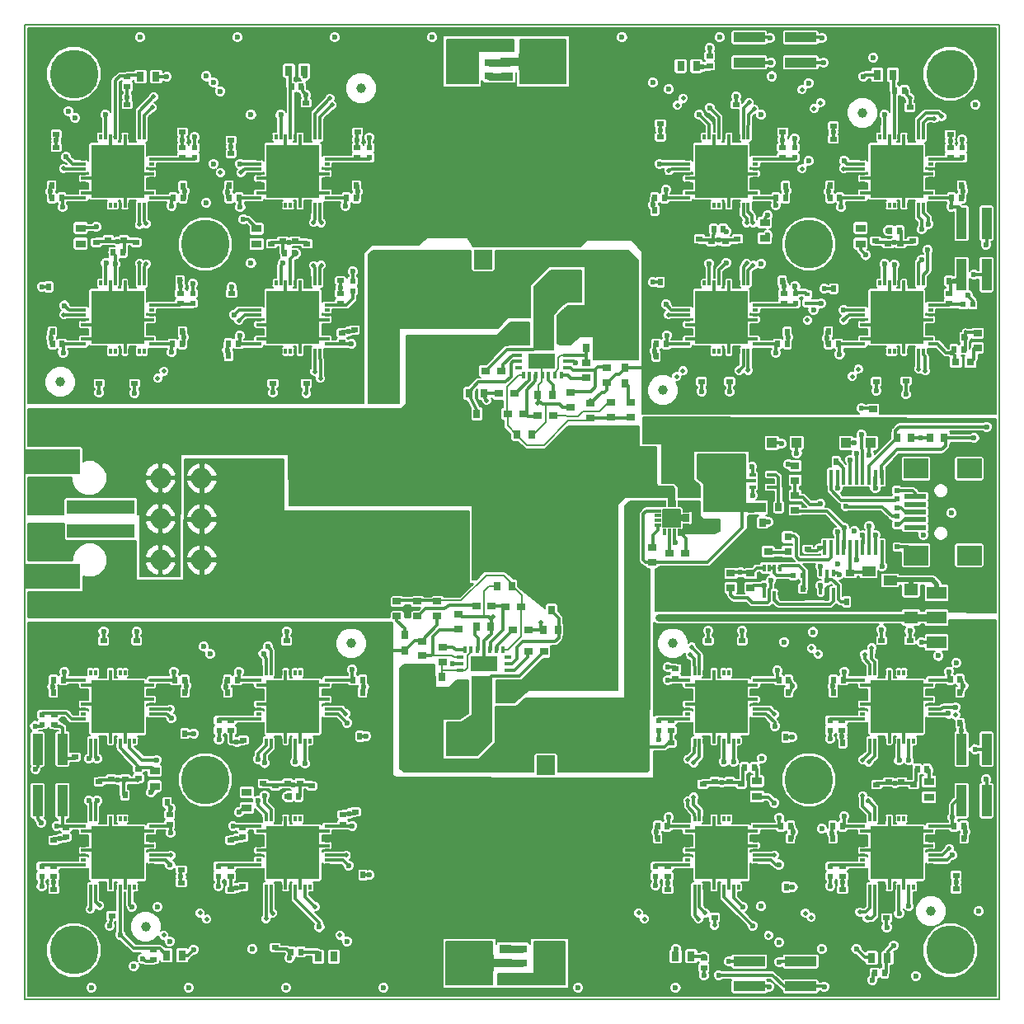
<source format=gtl>
G04 (created by PCBNEW (2013-05-16 BZR 4016)-stable) date 24. 12. 2013 16:18:25*
%MOIN*%
G04 Gerber Fmt 3.4, Leading zero omitted, Abs format*
%FSLAX34Y34*%
G01*
G70*
G90*
G04 APERTURE LIST*
%ADD10C,0.00590551*%
%ADD11C,0.19685*%
%ADD12R,0.0255906X0.0334646*%
%ADD13R,0.0708X0.0629*%
%ADD14R,0.0885X0.0196*%
%ADD15R,0.0984X0.0787*%
%ADD16R,0.0259843X0.011811*%
%ADD17R,0.0157X0.059*%
%ADD18R,0.0393701X0.0393701*%
%ADD19R,0.0787402X0.05*%
%ADD20R,0.0236X0.0157*%
%ADD21C,0.0393701*%
%ADD22R,0.125984X0.0393701*%
%ADD23R,0.0393701X0.125984*%
%ADD24R,0.0196X0.0118*%
%ADD25R,0.0118X0.0196*%
%ADD26R,0.212598X0.212598*%
%ADD27R,0.0118X0.0295*%
%ADD28R,0.0295X0.0118*%
%ADD29R,0.0708661X0.0708661*%
%ADD30R,0.0393701X0.0314961*%
%ADD31R,0.0118X0.0275*%
%ADD32R,0.0275X0.0118*%
%ADD33R,0.0177165X0.0980315*%
%ADD34R,0.0838583X0.11378*%
%ADD35R,0.0401575X0.0980315*%
%ADD36R,0.105906X0.0610236*%
%ADD37R,0.023622X0.0169291*%
%ADD38R,0.0169291X0.0275591*%
%ADD39R,0.011811X0.0259843*%
%ADD40O,0.0826X0.0826*%
%ADD41R,0.019685X0.019685*%
%ADD42R,0.0511811X0.0354331*%
%ADD43R,0.0748031X0.0354331*%
%ADD44R,0.106299X0.0669291*%
%ADD45R,0.015748X0.0295276*%
%ADD46R,0.011811X0.0295276*%
%ADD47R,0.0551181X0.0393701*%
%ADD48R,0.0314961X0.0314961*%
%ADD49R,0.0551181X0.0511811*%
%ADD50R,0.0748031X0.0787402*%
%ADD51R,0.110236X0.122047*%
%ADD52R,0.0629921X0.0314961*%
%ADD53R,0.0314961X0.0393701*%
%ADD54R,0.0984252X0.15748*%
%ADD55R,0.0314961X0.0354331*%
%ADD56R,0.0354331X0.0314961*%
%ADD57R,0.0354331X0.0275591*%
%ADD58R,0.0275591X0.0354331*%
%ADD59R,0.0275591X0.019685*%
%ADD60R,0.019685X0.0275591*%
%ADD61R,0.023622X0.019685*%
%ADD62R,0.019685X0.023622*%
%ADD63R,0.220472X0.104331*%
%ADD64R,0.275591X0.0551181*%
%ADD65C,0.023622*%
%ADD66C,0.019685*%
%ADD67C,0.011811*%
%ADD68C,0.0314961*%
%ADD69C,0.00787402*%
%ADD70C,0.0118*%
%ADD71C,0.019685*%
%ADD72C,0.01*%
G04 APERTURE END LIST*
G54D10*
X38779Y-61023D02*
X78149Y-61023D01*
X78149Y-61023D02*
X78149Y-21653D01*
X78149Y-21653D02*
X38779Y-21653D01*
X38779Y-21653D02*
X38779Y-61023D01*
X65273Y-41231D02*
X64565Y-41231D01*
X64565Y-41231D02*
X64565Y-41939D01*
X64565Y-41939D02*
X65273Y-41939D01*
X65273Y-41939D02*
X65273Y-41231D01*
G54D11*
X46062Y-30511D03*
G54D12*
X69242Y-41151D03*
X68592Y-41151D03*
X69242Y-41761D03*
X68592Y-41761D03*
G54D13*
X56279Y-29960D03*
X56279Y-31062D03*
X55413Y-29960D03*
X55413Y-31062D03*
X61850Y-29980D03*
X61850Y-31082D03*
X62775Y-29980D03*
X62775Y-31082D03*
X60885Y-52607D03*
X60885Y-51505D03*
X61712Y-52587D03*
X61712Y-51485D03*
X55275Y-52657D03*
X55275Y-51555D03*
X54429Y-52657D03*
X54429Y-51555D03*
G54D14*
X74763Y-41338D03*
X74763Y-41652D03*
X74763Y-41967D03*
X74763Y-41024D03*
X74763Y-40709D03*
G54D15*
X74803Y-43089D03*
X74803Y-39587D03*
X76948Y-43089D03*
X76948Y-39587D03*
G54D16*
X68905Y-40334D03*
X68181Y-40078D03*
X68905Y-39822D03*
X68905Y-40078D03*
X68181Y-39822D03*
X68181Y-40334D03*
G54D17*
X71112Y-42785D03*
X71368Y-42785D03*
X71624Y-42785D03*
X71880Y-42785D03*
X72136Y-42785D03*
X72390Y-42785D03*
X72646Y-42785D03*
X72902Y-42785D03*
X73158Y-42785D03*
X73414Y-42785D03*
X73414Y-39931D03*
X73158Y-39931D03*
X72902Y-39931D03*
X72646Y-39931D03*
X72390Y-39931D03*
X72136Y-39931D03*
X71880Y-39931D03*
X71624Y-39931D03*
X71368Y-39931D03*
X71112Y-39931D03*
G54D18*
X71976Y-38543D03*
X70976Y-38543D03*
X69976Y-38543D03*
X72976Y-38543D03*
X68976Y-38543D03*
G54D19*
X75629Y-45610D03*
X75629Y-46614D03*
X75629Y-44606D03*
G54D20*
X70403Y-32539D03*
X70403Y-32893D03*
G54D21*
X72637Y-25196D03*
X75393Y-57480D03*
X43651Y-58100D03*
X52362Y-24212D03*
X40206Y-36082D03*
X64566Y-36417D03*
X51968Y-46653D03*
X64960Y-46653D03*
G54D22*
X68051Y-23159D03*
X68051Y-22155D03*
X70137Y-22155D03*
X70137Y-23159D03*
G54D23*
X76643Y-29665D03*
X77647Y-29665D03*
X77647Y-31751D03*
X76643Y-31751D03*
X76643Y-50925D03*
X77647Y-50925D03*
X77647Y-53011D03*
X76643Y-53011D03*
G54D22*
X70137Y-59517D03*
X70137Y-60521D03*
X68051Y-60521D03*
X68051Y-59517D03*
G54D24*
X43896Y-26477D03*
X43896Y-26674D03*
X43896Y-26871D03*
X43896Y-27067D03*
X43896Y-27264D03*
X43896Y-27461D03*
X43896Y-27657D03*
X43896Y-27854D03*
X43896Y-28051D03*
X43896Y-28247D03*
X43896Y-28444D03*
X43896Y-28641D03*
G54D25*
X43601Y-28936D03*
X43404Y-28936D03*
X43207Y-28936D03*
X43011Y-28936D03*
X42814Y-28936D03*
X42617Y-28936D03*
X42421Y-28936D03*
X42224Y-28936D03*
X42027Y-28936D03*
X41831Y-28936D03*
X41634Y-28936D03*
X41437Y-28936D03*
G54D24*
X41142Y-28641D03*
X41142Y-28444D03*
X41142Y-28247D03*
X41142Y-28051D03*
X41142Y-27854D03*
X41142Y-27657D03*
X41142Y-27461D03*
X41142Y-27264D03*
X41142Y-27067D03*
X41142Y-26871D03*
X41142Y-26674D03*
X41142Y-26477D03*
G54D25*
X41437Y-26182D03*
X41634Y-26182D03*
X41831Y-26182D03*
X42027Y-26182D03*
X42224Y-26182D03*
X42421Y-26182D03*
X42617Y-26182D03*
X42814Y-26182D03*
X43011Y-26182D03*
X43207Y-26182D03*
X43404Y-26182D03*
X43601Y-26182D03*
G54D26*
X42519Y-27559D03*
G54D24*
X43896Y-32382D03*
X43896Y-32579D03*
X43896Y-32776D03*
X43896Y-32972D03*
X43896Y-33169D03*
X43896Y-33366D03*
X43896Y-33562D03*
X43896Y-33759D03*
X43896Y-33956D03*
X43896Y-34152D03*
X43896Y-34349D03*
X43896Y-34546D03*
G54D25*
X43601Y-34841D03*
X43404Y-34841D03*
X43207Y-34841D03*
X43011Y-34841D03*
X42814Y-34841D03*
X42617Y-34841D03*
X42421Y-34841D03*
X42224Y-34841D03*
X42027Y-34841D03*
X41831Y-34841D03*
X41634Y-34841D03*
X41437Y-34841D03*
G54D24*
X41142Y-34546D03*
X41142Y-34349D03*
X41142Y-34152D03*
X41142Y-33956D03*
X41142Y-33759D03*
X41142Y-33562D03*
X41142Y-33366D03*
X41142Y-33169D03*
X41142Y-32972D03*
X41142Y-32776D03*
X41142Y-32579D03*
X41142Y-32382D03*
G54D25*
X41437Y-32087D03*
X41634Y-32087D03*
X41831Y-32087D03*
X42027Y-32087D03*
X42224Y-32087D03*
X42421Y-32087D03*
X42617Y-32087D03*
X42814Y-32087D03*
X43011Y-32087D03*
X43207Y-32087D03*
X43404Y-32087D03*
X43601Y-32087D03*
G54D26*
X42519Y-33464D03*
G54D24*
X50983Y-32382D03*
X50983Y-32579D03*
X50983Y-32776D03*
X50983Y-32972D03*
X50983Y-33169D03*
X50983Y-33366D03*
X50983Y-33562D03*
X50983Y-33759D03*
X50983Y-33956D03*
X50983Y-34152D03*
X50983Y-34349D03*
X50983Y-34546D03*
G54D25*
X50688Y-34841D03*
X50491Y-34841D03*
X50294Y-34841D03*
X50098Y-34841D03*
X49901Y-34841D03*
X49704Y-34841D03*
X49508Y-34841D03*
X49311Y-34841D03*
X49114Y-34841D03*
X48918Y-34841D03*
X48721Y-34841D03*
X48524Y-34841D03*
G54D24*
X48229Y-34546D03*
X48229Y-34349D03*
X48229Y-34152D03*
X48229Y-33956D03*
X48229Y-33759D03*
X48229Y-33562D03*
X48229Y-33366D03*
X48229Y-33169D03*
X48229Y-32972D03*
X48229Y-32776D03*
X48229Y-32579D03*
X48229Y-32382D03*
G54D25*
X48524Y-32087D03*
X48721Y-32087D03*
X48918Y-32087D03*
X49114Y-32087D03*
X49311Y-32087D03*
X49508Y-32087D03*
X49704Y-32087D03*
X49901Y-32087D03*
X50098Y-32087D03*
X50294Y-32087D03*
X50491Y-32087D03*
X50688Y-32087D03*
G54D26*
X49606Y-33464D03*
G54D24*
X50983Y-26477D03*
X50983Y-26674D03*
X50983Y-26871D03*
X50983Y-27067D03*
X50983Y-27264D03*
X50983Y-27461D03*
X50983Y-27657D03*
X50983Y-27854D03*
X50983Y-28051D03*
X50983Y-28247D03*
X50983Y-28444D03*
X50983Y-28641D03*
G54D25*
X50688Y-28936D03*
X50491Y-28936D03*
X50294Y-28936D03*
X50098Y-28936D03*
X49901Y-28936D03*
X49704Y-28936D03*
X49508Y-28936D03*
X49311Y-28936D03*
X49114Y-28936D03*
X48918Y-28936D03*
X48721Y-28936D03*
X48524Y-28936D03*
G54D24*
X48229Y-28641D03*
X48229Y-28444D03*
X48229Y-28247D03*
X48229Y-28051D03*
X48229Y-27854D03*
X48229Y-27657D03*
X48229Y-27461D03*
X48229Y-27264D03*
X48229Y-27067D03*
X48229Y-26871D03*
X48229Y-26674D03*
X48229Y-26477D03*
G54D25*
X48524Y-26182D03*
X48721Y-26182D03*
X48918Y-26182D03*
X49114Y-26182D03*
X49311Y-26182D03*
X49508Y-26182D03*
X49704Y-26182D03*
X49901Y-26182D03*
X50098Y-26182D03*
X50294Y-26182D03*
X50491Y-26182D03*
X50688Y-26182D03*
G54D26*
X49606Y-27559D03*
G54D24*
X41142Y-50294D03*
X41142Y-50097D03*
X41142Y-49900D03*
X41142Y-49704D03*
X41142Y-49507D03*
X41142Y-49310D03*
X41142Y-49114D03*
X41142Y-48917D03*
X41142Y-48720D03*
X41142Y-48524D03*
X41142Y-48327D03*
X41142Y-48130D03*
G54D25*
X41437Y-47835D03*
X41634Y-47835D03*
X41831Y-47835D03*
X42027Y-47835D03*
X42224Y-47835D03*
X42421Y-47835D03*
X42617Y-47835D03*
X42814Y-47835D03*
X43011Y-47835D03*
X43207Y-47835D03*
X43404Y-47835D03*
X43601Y-47835D03*
G54D24*
X43896Y-48130D03*
X43896Y-48327D03*
X43896Y-48524D03*
X43896Y-48720D03*
X43896Y-48917D03*
X43896Y-49114D03*
X43896Y-49310D03*
X43896Y-49507D03*
X43896Y-49704D03*
X43896Y-49900D03*
X43896Y-50097D03*
X43896Y-50294D03*
G54D25*
X43601Y-50589D03*
X43404Y-50589D03*
X43207Y-50589D03*
X43011Y-50589D03*
X42814Y-50589D03*
X42617Y-50589D03*
X42421Y-50589D03*
X42224Y-50589D03*
X42027Y-50589D03*
X41831Y-50589D03*
X41634Y-50589D03*
X41437Y-50589D03*
G54D26*
X42519Y-49212D03*
G54D24*
X41142Y-56200D03*
X41142Y-56003D03*
X41142Y-55806D03*
X41142Y-55610D03*
X41142Y-55413D03*
X41142Y-55216D03*
X41142Y-55020D03*
X41142Y-54823D03*
X41142Y-54626D03*
X41142Y-54430D03*
X41142Y-54233D03*
X41142Y-54036D03*
G54D25*
X41437Y-53741D03*
X41634Y-53741D03*
X41831Y-53741D03*
X42027Y-53741D03*
X42224Y-53741D03*
X42421Y-53741D03*
X42617Y-53741D03*
X42814Y-53741D03*
X43011Y-53741D03*
X43207Y-53741D03*
X43404Y-53741D03*
X43601Y-53741D03*
G54D24*
X43896Y-54036D03*
X43896Y-54233D03*
X43896Y-54430D03*
X43896Y-54626D03*
X43896Y-54823D03*
X43896Y-55020D03*
X43896Y-55216D03*
X43896Y-55413D03*
X43896Y-55610D03*
X43896Y-55806D03*
X43896Y-56003D03*
X43896Y-56200D03*
G54D25*
X43601Y-56495D03*
X43404Y-56495D03*
X43207Y-56495D03*
X43011Y-56495D03*
X42814Y-56495D03*
X42617Y-56495D03*
X42421Y-56495D03*
X42224Y-56495D03*
X42027Y-56495D03*
X41831Y-56495D03*
X41634Y-56495D03*
X41437Y-56495D03*
G54D26*
X42519Y-55118D03*
G54D24*
X48229Y-56200D03*
X48229Y-56003D03*
X48229Y-55806D03*
X48229Y-55610D03*
X48229Y-55413D03*
X48229Y-55216D03*
X48229Y-55020D03*
X48229Y-54823D03*
X48229Y-54626D03*
X48229Y-54430D03*
X48229Y-54233D03*
X48229Y-54036D03*
G54D25*
X48524Y-53741D03*
X48721Y-53741D03*
X48918Y-53741D03*
X49114Y-53741D03*
X49311Y-53741D03*
X49508Y-53741D03*
X49704Y-53741D03*
X49901Y-53741D03*
X50098Y-53741D03*
X50294Y-53741D03*
X50491Y-53741D03*
X50688Y-53741D03*
G54D24*
X50983Y-54036D03*
X50983Y-54233D03*
X50983Y-54430D03*
X50983Y-54626D03*
X50983Y-54823D03*
X50983Y-55020D03*
X50983Y-55216D03*
X50983Y-55413D03*
X50983Y-55610D03*
X50983Y-55806D03*
X50983Y-56003D03*
X50983Y-56200D03*
G54D25*
X50688Y-56495D03*
X50491Y-56495D03*
X50294Y-56495D03*
X50098Y-56495D03*
X49901Y-56495D03*
X49704Y-56495D03*
X49508Y-56495D03*
X49311Y-56495D03*
X49114Y-56495D03*
X48918Y-56495D03*
X48721Y-56495D03*
X48524Y-56495D03*
G54D26*
X49606Y-55118D03*
G54D24*
X48229Y-50294D03*
X48229Y-50097D03*
X48229Y-49900D03*
X48229Y-49704D03*
X48229Y-49507D03*
X48229Y-49310D03*
X48229Y-49114D03*
X48229Y-48917D03*
X48229Y-48720D03*
X48229Y-48524D03*
X48229Y-48327D03*
X48229Y-48130D03*
G54D25*
X48524Y-47835D03*
X48721Y-47835D03*
X48918Y-47835D03*
X49114Y-47835D03*
X49311Y-47835D03*
X49508Y-47835D03*
X49704Y-47835D03*
X49901Y-47835D03*
X50098Y-47835D03*
X50294Y-47835D03*
X50491Y-47835D03*
X50688Y-47835D03*
G54D24*
X50983Y-48130D03*
X50983Y-48327D03*
X50983Y-48524D03*
X50983Y-48720D03*
X50983Y-48917D03*
X50983Y-49114D03*
X50983Y-49310D03*
X50983Y-49507D03*
X50983Y-49704D03*
X50983Y-49900D03*
X50983Y-50097D03*
X50983Y-50294D03*
G54D25*
X50688Y-50589D03*
X50491Y-50589D03*
X50294Y-50589D03*
X50098Y-50589D03*
X49901Y-50589D03*
X49704Y-50589D03*
X49508Y-50589D03*
X49311Y-50589D03*
X49114Y-50589D03*
X48918Y-50589D03*
X48721Y-50589D03*
X48524Y-50589D03*
G54D26*
X49606Y-49212D03*
G54D24*
X65552Y-50294D03*
X65552Y-50097D03*
X65552Y-49900D03*
X65552Y-49704D03*
X65552Y-49507D03*
X65552Y-49310D03*
X65552Y-49114D03*
X65552Y-48917D03*
X65552Y-48720D03*
X65552Y-48524D03*
X65552Y-48327D03*
X65552Y-48130D03*
G54D25*
X65847Y-47835D03*
X66044Y-47835D03*
X66241Y-47835D03*
X66437Y-47835D03*
X66634Y-47835D03*
X66831Y-47835D03*
X67027Y-47835D03*
X67224Y-47835D03*
X67421Y-47835D03*
X67617Y-47835D03*
X67814Y-47835D03*
X68011Y-47835D03*
G54D24*
X68306Y-48130D03*
X68306Y-48327D03*
X68306Y-48524D03*
X68306Y-48720D03*
X68306Y-48917D03*
X68306Y-49114D03*
X68306Y-49310D03*
X68306Y-49507D03*
X68306Y-49704D03*
X68306Y-49900D03*
X68306Y-50097D03*
X68306Y-50294D03*
G54D25*
X68011Y-50589D03*
X67814Y-50589D03*
X67617Y-50589D03*
X67421Y-50589D03*
X67224Y-50589D03*
X67027Y-50589D03*
X66831Y-50589D03*
X66634Y-50589D03*
X66437Y-50589D03*
X66241Y-50589D03*
X66044Y-50589D03*
X65847Y-50589D03*
G54D26*
X66929Y-49212D03*
G54D24*
X65552Y-56200D03*
X65552Y-56003D03*
X65552Y-55806D03*
X65552Y-55610D03*
X65552Y-55413D03*
X65552Y-55216D03*
X65552Y-55020D03*
X65552Y-54823D03*
X65552Y-54626D03*
X65552Y-54430D03*
X65552Y-54233D03*
X65552Y-54036D03*
G54D25*
X65847Y-53741D03*
X66044Y-53741D03*
X66241Y-53741D03*
X66437Y-53741D03*
X66634Y-53741D03*
X66831Y-53741D03*
X67027Y-53741D03*
X67224Y-53741D03*
X67421Y-53741D03*
X67617Y-53741D03*
X67814Y-53741D03*
X68011Y-53741D03*
G54D24*
X68306Y-54036D03*
X68306Y-54233D03*
X68306Y-54430D03*
X68306Y-54626D03*
X68306Y-54823D03*
X68306Y-55020D03*
X68306Y-55216D03*
X68306Y-55413D03*
X68306Y-55610D03*
X68306Y-55806D03*
X68306Y-56003D03*
X68306Y-56200D03*
G54D25*
X68011Y-56495D03*
X67814Y-56495D03*
X67617Y-56495D03*
X67421Y-56495D03*
X67224Y-56495D03*
X67027Y-56495D03*
X66831Y-56495D03*
X66634Y-56495D03*
X66437Y-56495D03*
X66241Y-56495D03*
X66044Y-56495D03*
X65847Y-56495D03*
G54D26*
X66929Y-55118D03*
G54D24*
X72638Y-56200D03*
X72638Y-56003D03*
X72638Y-55806D03*
X72638Y-55610D03*
X72638Y-55413D03*
X72638Y-55216D03*
X72638Y-55020D03*
X72638Y-54823D03*
X72638Y-54626D03*
X72638Y-54430D03*
X72638Y-54233D03*
X72638Y-54036D03*
G54D25*
X72933Y-53741D03*
X73130Y-53741D03*
X73327Y-53741D03*
X73523Y-53741D03*
X73720Y-53741D03*
X73917Y-53741D03*
X74113Y-53741D03*
X74310Y-53741D03*
X74507Y-53741D03*
X74703Y-53741D03*
X74900Y-53741D03*
X75097Y-53741D03*
G54D24*
X75392Y-54036D03*
X75392Y-54233D03*
X75392Y-54430D03*
X75392Y-54626D03*
X75392Y-54823D03*
X75392Y-55020D03*
X75392Y-55216D03*
X75392Y-55413D03*
X75392Y-55610D03*
X75392Y-55806D03*
X75392Y-56003D03*
X75392Y-56200D03*
G54D25*
X75097Y-56495D03*
X74900Y-56495D03*
X74703Y-56495D03*
X74507Y-56495D03*
X74310Y-56495D03*
X74113Y-56495D03*
X73917Y-56495D03*
X73720Y-56495D03*
X73523Y-56495D03*
X73327Y-56495D03*
X73130Y-56495D03*
X72933Y-56495D03*
G54D26*
X74015Y-55118D03*
G54D24*
X72638Y-50294D03*
X72638Y-50097D03*
X72638Y-49900D03*
X72638Y-49704D03*
X72638Y-49507D03*
X72638Y-49310D03*
X72638Y-49114D03*
X72638Y-48917D03*
X72638Y-48720D03*
X72638Y-48524D03*
X72638Y-48327D03*
X72638Y-48130D03*
G54D25*
X72933Y-47835D03*
X73130Y-47835D03*
X73327Y-47835D03*
X73523Y-47835D03*
X73720Y-47835D03*
X73917Y-47835D03*
X74113Y-47835D03*
X74310Y-47835D03*
X74507Y-47835D03*
X74703Y-47835D03*
X74900Y-47835D03*
X75097Y-47835D03*
G54D24*
X75392Y-48130D03*
X75392Y-48327D03*
X75392Y-48524D03*
X75392Y-48720D03*
X75392Y-48917D03*
X75392Y-49114D03*
X75392Y-49310D03*
X75392Y-49507D03*
X75392Y-49704D03*
X75392Y-49900D03*
X75392Y-50097D03*
X75392Y-50294D03*
G54D25*
X75097Y-50589D03*
X74900Y-50589D03*
X74703Y-50589D03*
X74507Y-50589D03*
X74310Y-50589D03*
X74113Y-50589D03*
X73917Y-50589D03*
X73720Y-50589D03*
X73523Y-50589D03*
X73327Y-50589D03*
X73130Y-50589D03*
X72933Y-50589D03*
G54D26*
X74015Y-49212D03*
G54D24*
X75392Y-32382D03*
X75392Y-32579D03*
X75392Y-32776D03*
X75392Y-32972D03*
X75392Y-33169D03*
X75392Y-33366D03*
X75392Y-33562D03*
X75392Y-33759D03*
X75392Y-33956D03*
X75392Y-34152D03*
X75392Y-34349D03*
X75392Y-34546D03*
G54D25*
X75097Y-34841D03*
X74900Y-34841D03*
X74703Y-34841D03*
X74507Y-34841D03*
X74310Y-34841D03*
X74113Y-34841D03*
X73917Y-34841D03*
X73720Y-34841D03*
X73523Y-34841D03*
X73327Y-34841D03*
X73130Y-34841D03*
X72933Y-34841D03*
G54D24*
X72638Y-34546D03*
X72638Y-34349D03*
X72638Y-34152D03*
X72638Y-33956D03*
X72638Y-33759D03*
X72638Y-33562D03*
X72638Y-33366D03*
X72638Y-33169D03*
X72638Y-32972D03*
X72638Y-32776D03*
X72638Y-32579D03*
X72638Y-32382D03*
G54D25*
X72933Y-32087D03*
X73130Y-32087D03*
X73327Y-32087D03*
X73523Y-32087D03*
X73720Y-32087D03*
X73917Y-32087D03*
X74113Y-32087D03*
X74310Y-32087D03*
X74507Y-32087D03*
X74703Y-32087D03*
X74900Y-32087D03*
X75097Y-32087D03*
G54D26*
X74015Y-33464D03*
G54D24*
X75392Y-26477D03*
X75392Y-26674D03*
X75392Y-26871D03*
X75392Y-27067D03*
X75392Y-27264D03*
X75392Y-27461D03*
X75392Y-27657D03*
X75392Y-27854D03*
X75392Y-28051D03*
X75392Y-28247D03*
X75392Y-28444D03*
X75392Y-28641D03*
G54D25*
X75097Y-28936D03*
X74900Y-28936D03*
X74703Y-28936D03*
X74507Y-28936D03*
X74310Y-28936D03*
X74113Y-28936D03*
X73917Y-28936D03*
X73720Y-28936D03*
X73523Y-28936D03*
X73327Y-28936D03*
X73130Y-28936D03*
X72933Y-28936D03*
G54D24*
X72638Y-28641D03*
X72638Y-28444D03*
X72638Y-28247D03*
X72638Y-28051D03*
X72638Y-27854D03*
X72638Y-27657D03*
X72638Y-27461D03*
X72638Y-27264D03*
X72638Y-27067D03*
X72638Y-26871D03*
X72638Y-26674D03*
X72638Y-26477D03*
G54D25*
X72933Y-26182D03*
X73130Y-26182D03*
X73327Y-26182D03*
X73523Y-26182D03*
X73720Y-26182D03*
X73917Y-26182D03*
X74113Y-26182D03*
X74310Y-26182D03*
X74507Y-26182D03*
X74703Y-26182D03*
X74900Y-26182D03*
X75097Y-26182D03*
G54D26*
X74015Y-27559D03*
G54D24*
X68306Y-26477D03*
X68306Y-26674D03*
X68306Y-26871D03*
X68306Y-27067D03*
X68306Y-27264D03*
X68306Y-27461D03*
X68306Y-27657D03*
X68306Y-27854D03*
X68306Y-28051D03*
X68306Y-28247D03*
X68306Y-28444D03*
X68306Y-28641D03*
G54D25*
X68011Y-28936D03*
X67814Y-28936D03*
X67617Y-28936D03*
X67421Y-28936D03*
X67224Y-28936D03*
X67027Y-28936D03*
X66831Y-28936D03*
X66634Y-28936D03*
X66437Y-28936D03*
X66241Y-28936D03*
X66044Y-28936D03*
X65847Y-28936D03*
G54D24*
X65552Y-28641D03*
X65552Y-28444D03*
X65552Y-28247D03*
X65552Y-28051D03*
X65552Y-27854D03*
X65552Y-27657D03*
X65552Y-27461D03*
X65552Y-27264D03*
X65552Y-27067D03*
X65552Y-26871D03*
X65552Y-26674D03*
X65552Y-26477D03*
G54D25*
X65847Y-26182D03*
X66044Y-26182D03*
X66241Y-26182D03*
X66437Y-26182D03*
X66634Y-26182D03*
X66831Y-26182D03*
X67027Y-26182D03*
X67224Y-26182D03*
X67421Y-26182D03*
X67617Y-26182D03*
X67814Y-26182D03*
X68011Y-26182D03*
G54D26*
X66929Y-27559D03*
G54D24*
X68306Y-32382D03*
X68306Y-32579D03*
X68306Y-32776D03*
X68306Y-32972D03*
X68306Y-33169D03*
X68306Y-33366D03*
X68306Y-33562D03*
X68306Y-33759D03*
X68306Y-33956D03*
X68306Y-34152D03*
X68306Y-34349D03*
X68306Y-34546D03*
G54D25*
X68011Y-34841D03*
X67814Y-34841D03*
X67617Y-34841D03*
X67421Y-34841D03*
X67224Y-34841D03*
X67027Y-34841D03*
X66831Y-34841D03*
X66634Y-34841D03*
X66437Y-34841D03*
X66241Y-34841D03*
X66044Y-34841D03*
X65847Y-34841D03*
G54D24*
X65552Y-34546D03*
X65552Y-34349D03*
X65552Y-34152D03*
X65552Y-33956D03*
X65552Y-33759D03*
X65552Y-33562D03*
X65552Y-33366D03*
X65552Y-33169D03*
X65552Y-32972D03*
X65552Y-32776D03*
X65552Y-32579D03*
X65552Y-32382D03*
G54D25*
X65847Y-32087D03*
X66044Y-32087D03*
X66241Y-32087D03*
X66437Y-32087D03*
X66634Y-32087D03*
X66831Y-32087D03*
X67027Y-32087D03*
X67224Y-32087D03*
X67421Y-32087D03*
X67617Y-32087D03*
X67814Y-32087D03*
X68011Y-32087D03*
G54D26*
X66929Y-33464D03*
G54D27*
X65214Y-41015D03*
X65017Y-41015D03*
X64821Y-41015D03*
X64624Y-41015D03*
G54D28*
X64349Y-41290D03*
X64349Y-41487D03*
X64349Y-41683D03*
X64349Y-41880D03*
G54D27*
X64624Y-42155D03*
X64821Y-42155D03*
X65017Y-42155D03*
X65214Y-42155D03*
G54D28*
X65489Y-41880D03*
X65489Y-41683D03*
X65489Y-41487D03*
X65489Y-41290D03*
G54D29*
X64919Y-41585D03*
G54D30*
X65441Y-41585D03*
G54D31*
X58917Y-35816D03*
X59173Y-35816D03*
X59429Y-35816D03*
X59685Y-35816D03*
X59940Y-35816D03*
X60196Y-35816D03*
X60452Y-35816D03*
G54D32*
X60649Y-35501D03*
X60649Y-35245D03*
X60649Y-34989D03*
X58721Y-35501D03*
X58721Y-35245D03*
X58721Y-34989D03*
G54D33*
X60472Y-34123D03*
G54D34*
X59773Y-34192D03*
G54D35*
X59005Y-34123D03*
G54D36*
X59665Y-35245D03*
G54D37*
X58700Y-33710D03*
X58700Y-34123D03*
X58700Y-34536D03*
X60669Y-33710D03*
X60669Y-34123D03*
X60659Y-34536D03*
G54D38*
X59773Y-33483D03*
X59438Y-33483D03*
X60108Y-33483D03*
G54D31*
X58089Y-46902D03*
X57833Y-46902D03*
X57577Y-46902D03*
X57322Y-46902D03*
X57066Y-46902D03*
X56810Y-46902D03*
X56554Y-46902D03*
G54D32*
X56358Y-47218D03*
X56358Y-47474D03*
X56358Y-47730D03*
X58286Y-47218D03*
X58286Y-47474D03*
X58286Y-47730D03*
G54D33*
X56534Y-48595D03*
G54D34*
X57233Y-48526D03*
G54D35*
X58001Y-48595D03*
G54D36*
X57341Y-47473D03*
G54D37*
X58306Y-49008D03*
X58306Y-48595D03*
X58306Y-48182D03*
X56337Y-49008D03*
X56337Y-48595D03*
X56347Y-48182D03*
G54D38*
X57233Y-49235D03*
X57568Y-49235D03*
X56898Y-49235D03*
G54D23*
X40285Y-53011D03*
X39281Y-53011D03*
X39281Y-50925D03*
X40285Y-50925D03*
G54D11*
X40748Y-23622D03*
X40748Y-59055D03*
X46062Y-52165D03*
X70472Y-52165D03*
X76181Y-59055D03*
X76181Y-23622D03*
X70472Y-30511D03*
G54D39*
X70944Y-44545D03*
X71200Y-43820D03*
X71456Y-44545D03*
X71200Y-44545D03*
X71456Y-43820D03*
X70944Y-43820D03*
G54D40*
X44252Y-43267D03*
X44252Y-41614D03*
X44252Y-39961D03*
X45904Y-39961D03*
X45904Y-41614D03*
X45904Y-43267D03*
G54D41*
X74025Y-41496D03*
X74025Y-41850D03*
X74025Y-40807D03*
X74025Y-41161D03*
X74035Y-42401D03*
X74035Y-42755D03*
X74025Y-40118D03*
X74025Y-40472D03*
G54D42*
X58263Y-22542D03*
G54D43*
X58361Y-23133D03*
G54D42*
X58263Y-23724D03*
G54D44*
X59248Y-23133D03*
G54D42*
X58188Y-60177D03*
G54D43*
X58090Y-59586D03*
G54D42*
X58188Y-58995D03*
G54D44*
X57204Y-59586D03*
G54D45*
X69291Y-44685D03*
X68661Y-44685D03*
G54D46*
X68877Y-44685D03*
X69074Y-44685D03*
X69074Y-43602D03*
X68877Y-43602D03*
G54D45*
X68661Y-43602D03*
X69291Y-43602D03*
G54D47*
X72883Y-43740D03*
X72883Y-44488D03*
X73750Y-44104D03*
G54D48*
X69616Y-42352D03*
X69616Y-42942D03*
X76407Y-35275D03*
X76998Y-35275D03*
G54D49*
X74596Y-45600D03*
X74596Y-44458D03*
G54D50*
X57290Y-31123D03*
G54D51*
X60696Y-32205D03*
X60696Y-30040D03*
G54D50*
X59838Y-51588D03*
G54D51*
X56432Y-50505D03*
X56432Y-52670D03*
G54D52*
X66525Y-41840D03*
X66525Y-41131D03*
G54D53*
X44074Y-23740D03*
X43444Y-23740D03*
X50068Y-23494D03*
X49438Y-23494D03*
G54D30*
X48139Y-29881D03*
X48139Y-30511D03*
X41023Y-29862D03*
X41023Y-30492D03*
X44015Y-52431D03*
X44015Y-51801D03*
X47746Y-53307D03*
X47746Y-52677D03*
G54D53*
X45127Y-59261D03*
X44498Y-59261D03*
X51259Y-59320D03*
X50629Y-59320D03*
X65078Y-59301D03*
X65708Y-59301D03*
X73011Y-59360D03*
X73641Y-59360D03*
G54D30*
X68366Y-52844D03*
X68366Y-52214D03*
X75324Y-52874D03*
X75324Y-52244D03*
X68681Y-29645D03*
X68681Y-30275D03*
X72559Y-29862D03*
X72559Y-30492D03*
G54D53*
X65285Y-23307D03*
X65915Y-23307D03*
X73238Y-23661D03*
X73868Y-23661D03*
G54D54*
X50515Y-43141D03*
X50515Y-39992D03*
X54736Y-43141D03*
X54736Y-39992D03*
G54D55*
X59409Y-49015D03*
X59409Y-48385D03*
X57559Y-34370D03*
X57559Y-33740D03*
G54D56*
X53740Y-35984D03*
X54370Y-35984D03*
X57539Y-23716D03*
X56909Y-23716D03*
X57539Y-23157D03*
X56909Y-23157D03*
X58897Y-58996D03*
X59527Y-58996D03*
X58897Y-59586D03*
X59527Y-59586D03*
X66122Y-39173D03*
X65492Y-39173D03*
X66122Y-39783D03*
X65492Y-39783D03*
X64842Y-43011D03*
X65472Y-43011D03*
X58204Y-45159D03*
X58833Y-45159D03*
X57644Y-45151D03*
X57015Y-45151D03*
G54D55*
X54114Y-46929D03*
X54114Y-46299D03*
X62500Y-52293D03*
X62500Y-51663D03*
G54D56*
X59118Y-46985D03*
X59747Y-46985D03*
X62559Y-46732D03*
X63188Y-46732D03*
X58507Y-46103D03*
X59136Y-46103D03*
G54D55*
X55645Y-48017D03*
X55645Y-48646D03*
G54D56*
X58936Y-37375D03*
X58307Y-37375D03*
X59511Y-37422D03*
X60140Y-37422D03*
G54D55*
X63031Y-35511D03*
X63031Y-36141D03*
X54606Y-30354D03*
X54606Y-30984D03*
G54D56*
X58038Y-35635D03*
X57409Y-35635D03*
X58573Y-36548D03*
X57944Y-36548D03*
G54D55*
X61464Y-34713D03*
X61464Y-34084D03*
G54D18*
X63996Y-39881D03*
X64822Y-39881D03*
X63996Y-39074D03*
X64822Y-39074D03*
X60157Y-48287D03*
X60157Y-49114D03*
X60984Y-48287D03*
X60984Y-49114D03*
X61811Y-48287D03*
X61811Y-49114D03*
X62460Y-48267D03*
X63287Y-48267D03*
X62460Y-47440D03*
X63287Y-47440D03*
X56850Y-34468D03*
X56850Y-33641D03*
X56023Y-34468D03*
X56023Y-33641D03*
X55196Y-34468D03*
X55196Y-33641D03*
X54468Y-34488D03*
X53641Y-34488D03*
X54468Y-35275D03*
X53641Y-35275D03*
G54D57*
X68110Y-43818D03*
X68110Y-44409D03*
X67312Y-43818D03*
X67312Y-44409D03*
X72145Y-43799D03*
X72145Y-44389D03*
X68818Y-42942D03*
X68818Y-42352D03*
X77283Y-34704D03*
X77283Y-34114D03*
X73051Y-37185D03*
X73051Y-37775D03*
G54D58*
X75354Y-38346D03*
X75944Y-38346D03*
X74606Y-38346D03*
X74015Y-38346D03*
G54D57*
X69911Y-39468D03*
X69911Y-40059D03*
X69911Y-40669D03*
X69911Y-41259D03*
X64133Y-42775D03*
X64133Y-43366D03*
X56303Y-45477D03*
X56303Y-46068D03*
X54830Y-47154D03*
X54830Y-46563D03*
X54633Y-45540D03*
X54633Y-44949D03*
G54D58*
X57857Y-44340D03*
X58448Y-44340D03*
G54D57*
X53811Y-44945D03*
X53811Y-45536D03*
X55440Y-45540D03*
X55440Y-44949D03*
X55653Y-46815D03*
X55653Y-47406D03*
G54D58*
X60062Y-45304D03*
X60653Y-45304D03*
X59723Y-46103D03*
X60314Y-46103D03*
X57606Y-45970D03*
X57015Y-45970D03*
G54D57*
X60834Y-37095D03*
X60834Y-36504D03*
X62307Y-35516D03*
X62307Y-36107D03*
X62464Y-36914D03*
X62464Y-37505D03*
G54D58*
X59259Y-38194D03*
X58668Y-38194D03*
G54D57*
X63267Y-37509D03*
X63267Y-36918D03*
X61645Y-36945D03*
X61645Y-37536D03*
X61456Y-35902D03*
X61456Y-35311D03*
G54D58*
X57043Y-37375D03*
X56452Y-37375D03*
X57322Y-36548D03*
X56731Y-36548D03*
X59503Y-36596D03*
X60094Y-36596D03*
G54D59*
X70423Y-42450D03*
X70423Y-42844D03*
G54D60*
X71988Y-44970D03*
X72381Y-44970D03*
X69832Y-44429D03*
X70226Y-44429D03*
G54D59*
X43366Y-51722D03*
X43366Y-52116D03*
G54D60*
X49448Y-52834D03*
X49842Y-52834D03*
G54D59*
X43966Y-59045D03*
X43966Y-59438D03*
G54D60*
X49931Y-59124D03*
X49537Y-59124D03*
X68248Y-51673D03*
X67854Y-51673D03*
X75246Y-51732D03*
X74852Y-51732D03*
G54D59*
X66220Y-59370D03*
X66220Y-59763D03*
G54D60*
X73523Y-59980D03*
X73129Y-59980D03*
X73740Y-29960D03*
X74133Y-29960D03*
X67007Y-29901D03*
X66614Y-29901D03*
X73946Y-24301D03*
X74340Y-24301D03*
G54D59*
X66456Y-23297D03*
X66456Y-22903D03*
G54D60*
X49665Y-30885D03*
X49271Y-30885D03*
X42342Y-30846D03*
X42736Y-30846D03*
X49547Y-24153D03*
X49940Y-24153D03*
G54D59*
X42913Y-23740D03*
X42913Y-24133D03*
X68129Y-41259D03*
X68129Y-41653D03*
G54D60*
X71171Y-39301D03*
X71564Y-39301D03*
G54D59*
X41948Y-46948D03*
X41948Y-46555D03*
X40797Y-50846D03*
X40797Y-51240D03*
G54D60*
X40314Y-48622D03*
X39921Y-48622D03*
X43208Y-52785D03*
X42814Y-52785D03*
X44842Y-48622D03*
X45236Y-48622D03*
X44842Y-50295D03*
X45236Y-50295D03*
G54D59*
X42834Y-51732D03*
X42834Y-52125D03*
X42263Y-51732D03*
X42263Y-52125D03*
X39970Y-49537D03*
X39970Y-49931D03*
G54D60*
X40314Y-48129D03*
X39921Y-48129D03*
X44842Y-48129D03*
X45236Y-48129D03*
X51919Y-50403D03*
X52312Y-50403D03*
X47362Y-48622D03*
X46968Y-48622D03*
G54D59*
X48405Y-51919D03*
X48405Y-52312D03*
X49350Y-46948D03*
X49350Y-46555D03*
G54D60*
X52027Y-48622D03*
X52421Y-48622D03*
G54D59*
X47598Y-50177D03*
X47598Y-50570D03*
X49881Y-51909D03*
X49881Y-52303D03*
X49389Y-51909D03*
X49389Y-52303D03*
X47106Y-49763D03*
X47106Y-50157D03*
G54D60*
X47362Y-48129D03*
X46968Y-48129D03*
X52027Y-48129D03*
X52421Y-48129D03*
G54D59*
X42283Y-57273D03*
X42283Y-57667D03*
X39940Y-56988D03*
X39940Y-56594D03*
X39940Y-55000D03*
X39940Y-54606D03*
X41771Y-52637D03*
X41771Y-52244D03*
G54D60*
X44124Y-53080D03*
X44517Y-53080D03*
G54D59*
X43287Y-46948D03*
X43287Y-46555D03*
X45098Y-56732D03*
X45098Y-56338D03*
X45098Y-55413D03*
X45098Y-55807D03*
X39940Y-55669D03*
X39940Y-56062D03*
X40433Y-54094D03*
X40433Y-54488D03*
X44622Y-53976D03*
X44622Y-53582D03*
G54D60*
X52037Y-56013D03*
X52431Y-56013D03*
G54D59*
X47086Y-56988D03*
X47086Y-56594D03*
X47086Y-55000D03*
X47086Y-54606D03*
X50374Y-52814D03*
X50374Y-52421D03*
X52125Y-53070D03*
X52125Y-53464D03*
X47578Y-56082D03*
X47578Y-56476D03*
X48897Y-52814D03*
X48897Y-52421D03*
X48887Y-58553D03*
X48887Y-58946D03*
X47086Y-55669D03*
X47086Y-56062D03*
X47578Y-54094D03*
X47578Y-54488D03*
X51633Y-53976D03*
X51633Y-53582D03*
X67736Y-52736D03*
X67736Y-52342D03*
G54D60*
X64350Y-48720D03*
X63956Y-48720D03*
G54D59*
X67775Y-46948D03*
X67775Y-46555D03*
X66397Y-46948D03*
X66397Y-46555D03*
G54D60*
X69251Y-48622D03*
X69645Y-48622D03*
G54D59*
X64901Y-51082D03*
X64901Y-50688D03*
X67263Y-51830D03*
X67263Y-52224D03*
X66673Y-51830D03*
X66673Y-52224D03*
X64901Y-49763D03*
X64901Y-50157D03*
X65078Y-48070D03*
X65078Y-47677D03*
G54D60*
X69251Y-48129D03*
X69645Y-48129D03*
G54D59*
X74704Y-52755D03*
X74704Y-52362D03*
X74547Y-46929D03*
X74547Y-46535D03*
G54D60*
X71850Y-48622D03*
X71456Y-48622D03*
G54D59*
X73405Y-46929D03*
X73405Y-46535D03*
G54D60*
X76181Y-48622D03*
X76574Y-48622D03*
X72234Y-50669D03*
X71840Y-50669D03*
G54D59*
X74212Y-51850D03*
X74212Y-52244D03*
X73700Y-51850D03*
X73700Y-52244D03*
X71811Y-49763D03*
X71811Y-50157D03*
G54D60*
X71850Y-48129D03*
X71456Y-48129D03*
X76181Y-48110D03*
X76574Y-48110D03*
X69163Y-56505D03*
X69557Y-56505D03*
X64350Y-49212D03*
X63956Y-49212D03*
X64744Y-54527D03*
X64350Y-54527D03*
G54D59*
X66181Y-52736D03*
X66181Y-52342D03*
G54D60*
X69330Y-54527D03*
X69724Y-54527D03*
G54D59*
X64763Y-56988D03*
X64763Y-56594D03*
G54D60*
X69143Y-50442D03*
X69537Y-50442D03*
G54D59*
X66649Y-57334D03*
X66649Y-57728D03*
X64763Y-55669D03*
X64763Y-56062D03*
G54D60*
X64744Y-54035D03*
X64350Y-54035D03*
X69330Y-54035D03*
X69724Y-54035D03*
G54D59*
X73610Y-57350D03*
X73610Y-57744D03*
X76417Y-56968D03*
X76417Y-56574D03*
G54D60*
X71830Y-54527D03*
X71437Y-54527D03*
G54D59*
X73208Y-52755D03*
X73208Y-52362D03*
G54D60*
X76338Y-54527D03*
X76732Y-54527D03*
G54D59*
X71830Y-56988D03*
X71830Y-56594D03*
X76417Y-55629D03*
X76417Y-56023D03*
G54D60*
X76181Y-49881D03*
X76574Y-49881D03*
G54D59*
X71830Y-55669D03*
X71830Y-56062D03*
G54D60*
X71830Y-54035D03*
X71437Y-54035D03*
X76338Y-54035D03*
X76732Y-54035D03*
G54D59*
X73188Y-35669D03*
X73188Y-36062D03*
G54D60*
X76338Y-34281D03*
X76732Y-34281D03*
G54D59*
X67263Y-35673D03*
X67263Y-36066D03*
X74397Y-35653D03*
X74397Y-36047D03*
G54D60*
X71653Y-34055D03*
X71259Y-34055D03*
G54D59*
X73661Y-30885D03*
X73661Y-30492D03*
X74173Y-30885D03*
X74173Y-30492D03*
G54D60*
X75728Y-32007D03*
X76122Y-32007D03*
G54D59*
X76141Y-32893D03*
X76141Y-32500D03*
G54D60*
X76338Y-34763D03*
X76732Y-34763D03*
X71653Y-34547D03*
X71259Y-34547D03*
X69192Y-34074D03*
X69586Y-34074D03*
X64842Y-32047D03*
X64448Y-32047D03*
G54D59*
X66043Y-29901D03*
X66043Y-30295D03*
G54D60*
X68996Y-32007D03*
X69389Y-32007D03*
X64685Y-35039D03*
X64291Y-35039D03*
G54D59*
X66122Y-35669D03*
X66122Y-36062D03*
X67086Y-30807D03*
X67086Y-30413D03*
X66535Y-30807D03*
X66535Y-30413D03*
X69448Y-32913D03*
X69448Y-32519D03*
G54D60*
X69192Y-34547D03*
X69586Y-34547D03*
X64685Y-34547D03*
X64291Y-34547D03*
G54D59*
X71456Y-26653D03*
X71456Y-26259D03*
X76181Y-25688D03*
X76181Y-26082D03*
G54D60*
X76240Y-28149D03*
X76633Y-28149D03*
G54D59*
X74665Y-29980D03*
X74665Y-30374D03*
G54D60*
X71712Y-28149D03*
X71318Y-28149D03*
G54D59*
X71456Y-25334D03*
X71456Y-25728D03*
X73169Y-29980D03*
X73169Y-30374D03*
X74551Y-25370D03*
X74551Y-24976D03*
X76181Y-27007D03*
X76181Y-26614D03*
G54D60*
X76240Y-28641D03*
X76633Y-28641D03*
X71712Y-28641D03*
X71318Y-28641D03*
G54D59*
X64468Y-25255D03*
X64468Y-25649D03*
G54D60*
X69133Y-28169D03*
X69527Y-28169D03*
G54D59*
X69409Y-25590D03*
X69409Y-25984D03*
X67578Y-29901D03*
X67578Y-30295D03*
G54D60*
X71860Y-32312D03*
X71466Y-32312D03*
X64625Y-29133D03*
X64232Y-29133D03*
G54D59*
X64468Y-26574D03*
X64468Y-26181D03*
X67519Y-25255D03*
X67519Y-24862D03*
X69389Y-27007D03*
X69389Y-26614D03*
G54D60*
X69133Y-28641D03*
X69527Y-28641D03*
X64625Y-28641D03*
X64232Y-28641D03*
G54D59*
X47125Y-32893D03*
X47125Y-32500D03*
X50177Y-30885D03*
X50177Y-30492D03*
X48740Y-30885D03*
X48740Y-30492D03*
X52086Y-33582D03*
X52086Y-33976D03*
X49192Y-29980D03*
X49192Y-30374D03*
X48799Y-35748D03*
X48799Y-36141D03*
G54D60*
X47401Y-35019D03*
X47007Y-35019D03*
G54D59*
X51535Y-31594D03*
X51535Y-31988D03*
X51535Y-32913D03*
X51535Y-32519D03*
X51594Y-34488D03*
X51594Y-34094D03*
G54D60*
X47401Y-34527D03*
X47007Y-34527D03*
G54D59*
X43208Y-35748D03*
X43208Y-36141D03*
X43259Y-30842D03*
X43259Y-30448D03*
X41653Y-30846D03*
X41653Y-30452D03*
G54D60*
X44744Y-34055D03*
X45137Y-34055D03*
G54D59*
X41771Y-35748D03*
X41771Y-36141D03*
G54D60*
X40275Y-34055D03*
X39881Y-34055D03*
X44645Y-31988D03*
X45039Y-31988D03*
X40127Y-32234D03*
X39734Y-32234D03*
G54D59*
X45059Y-32893D03*
X45059Y-32500D03*
G54D60*
X40275Y-34547D03*
X39881Y-34547D03*
X44744Y-34547D03*
X45137Y-34547D03*
G54D59*
X50137Y-25188D03*
X50137Y-24795D03*
X47106Y-27244D03*
X47106Y-26850D03*
X52224Y-25590D03*
X52224Y-25984D03*
X50149Y-35748D03*
X50149Y-36141D03*
G54D60*
X51771Y-28149D03*
X52165Y-28149D03*
G54D59*
X49685Y-29980D03*
X49685Y-30374D03*
X47106Y-25925D03*
X47106Y-26318D03*
G54D60*
X47421Y-28149D03*
X47027Y-28149D03*
G54D59*
X52204Y-27007D03*
X52204Y-26614D03*
G54D60*
X47421Y-28641D03*
X47027Y-28641D03*
X51771Y-28641D03*
X52165Y-28641D03*
G54D59*
X40039Y-26988D03*
X40039Y-26594D03*
X42145Y-29940D03*
X42145Y-30334D03*
X42775Y-29940D03*
X42775Y-30334D03*
G54D60*
X44763Y-28169D03*
X45157Y-28169D03*
G54D59*
X45137Y-25590D03*
X45137Y-25984D03*
G54D60*
X40255Y-28149D03*
X39862Y-28149D03*
G54D59*
X45137Y-27007D03*
X45137Y-26614D03*
G54D60*
X44763Y-28641D03*
X45157Y-28641D03*
G54D59*
X40039Y-25669D03*
X40039Y-26062D03*
X42905Y-25251D03*
X42905Y-24858D03*
G54D60*
X40255Y-28641D03*
X39862Y-28641D03*
G54D61*
X45629Y-27007D03*
X45629Y-26614D03*
X45551Y-32893D03*
X45551Y-32500D03*
X52027Y-32401D03*
X52027Y-32007D03*
X52696Y-27007D03*
X52696Y-26614D03*
X46614Y-49763D03*
X46614Y-50157D03*
X46594Y-55669D03*
X46594Y-56062D03*
X39448Y-55669D03*
X39448Y-56062D03*
X39478Y-49537D03*
X39478Y-49931D03*
G54D62*
X70216Y-43897D03*
X69822Y-43897D03*
G54D61*
X76673Y-27007D03*
X76673Y-26614D03*
G54D62*
X76692Y-32952D03*
X77086Y-32952D03*
G54D61*
X69921Y-32913D03*
X69921Y-32519D03*
X69881Y-27007D03*
X69881Y-26614D03*
X64409Y-49763D03*
X64409Y-50157D03*
X64271Y-55669D03*
X64271Y-56062D03*
X71338Y-55669D03*
X71338Y-56062D03*
X71318Y-49763D03*
X71318Y-50157D03*
G54D63*
X39911Y-43937D03*
X39911Y-39311D03*
G54D64*
X41840Y-41131D03*
X41840Y-42116D03*
G54D65*
X62578Y-45610D03*
X64389Y-45610D03*
X57952Y-48267D03*
X56062Y-47480D03*
X59015Y-34389D03*
X61023Y-35314D03*
X62519Y-42559D03*
X65078Y-42559D03*
G54D66*
X59665Y-35393D03*
X59665Y-35098D03*
X60039Y-35393D03*
X59291Y-35393D03*
X60039Y-35098D03*
X59311Y-35098D03*
X57437Y-36828D03*
X59484Y-36946D03*
X57342Y-47323D03*
X57342Y-47618D03*
X57716Y-47618D03*
X56968Y-47618D03*
X57716Y-47322D03*
X56988Y-47322D03*
X57688Y-45578D03*
X59641Y-45804D03*
G54D65*
X65266Y-23307D03*
X72559Y-29862D03*
X72667Y-23730D03*
X50098Y-23720D03*
X47608Y-29517D03*
X41653Y-29812D03*
X44507Y-23740D03*
X57874Y-23724D03*
X68976Y-23724D03*
X46102Y-23720D03*
X46102Y-28838D03*
X68809Y-29350D03*
X69074Y-53100D03*
X72381Y-59005D03*
X65088Y-58996D03*
X75344Y-52844D03*
X43877Y-52677D03*
X51278Y-59320D03*
X45590Y-59025D03*
X58582Y-58995D03*
X47972Y-59015D03*
X70984Y-59011D03*
X70984Y-54143D03*
X47421Y-53484D03*
X73523Y-31318D03*
X49212Y-31279D03*
X49114Y-25275D03*
X68543Y-31299D03*
X66437Y-31299D03*
X42047Y-31259D03*
X42027Y-25275D03*
X47913Y-25275D03*
X47913Y-31279D03*
X68169Y-39507D03*
X68543Y-25275D03*
X73523Y-25275D03*
X66043Y-25275D03*
X68188Y-40669D03*
X44094Y-51358D03*
X67421Y-51437D03*
X74507Y-51377D03*
X50098Y-51515D03*
G54D66*
X50511Y-57303D03*
G54D65*
X43090Y-57303D03*
X68562Y-51299D03*
X68543Y-57283D03*
X74507Y-57283D03*
X67785Y-57303D03*
X44129Y-57307D03*
X68818Y-41751D03*
X71624Y-42155D03*
G54D66*
X73011Y-46830D03*
X70570Y-46850D03*
X70326Y-57559D03*
X66271Y-57549D03*
X72724Y-47090D03*
X70846Y-47086D03*
X70561Y-57724D03*
X66003Y-57793D03*
X72889Y-51448D03*
X72866Y-53019D03*
X72645Y-52807D03*
X72641Y-51358D03*
X65807Y-52870D03*
X65807Y-51484D03*
X65580Y-51338D03*
X65578Y-53015D03*
X48789Y-57559D03*
X63582Y-57549D03*
X65728Y-46801D03*
X48523Y-57785D03*
X63818Y-57795D03*
X65669Y-47106D03*
G54D65*
X48602Y-46781D03*
X46003Y-46781D03*
G54D66*
X45856Y-57549D03*
X41791Y-57253D03*
X41407Y-57401D03*
X46122Y-57805D03*
G54D65*
X46259Y-47076D03*
X48415Y-47066D03*
X48464Y-51486D03*
X48464Y-52795D03*
X48198Y-53001D03*
X48198Y-51328D03*
X41692Y-51318D03*
X41692Y-53021D03*
X41358Y-53021D03*
X41358Y-51318D03*
G54D66*
X50492Y-35657D03*
X44393Y-35645D03*
X43980Y-24555D03*
X50716Y-35937D03*
X44145Y-35937D03*
X43917Y-24984D03*
X65381Y-24610D03*
X65374Y-35633D03*
X67645Y-35625D03*
X51098Y-24618D03*
X65149Y-24889D03*
X65127Y-35860D03*
X68011Y-35606D03*
X51181Y-24881D03*
X43405Y-31287D03*
X43397Y-29716D03*
X43677Y-31311D03*
X43673Y-29688D03*
X50440Y-31374D03*
X50444Y-29633D03*
X50751Y-29641D03*
X50751Y-31366D03*
X68051Y-24779D03*
X70935Y-24789D03*
X72468Y-35570D03*
X74909Y-35561D03*
X75177Y-35637D03*
X72214Y-35856D03*
X70679Y-25033D03*
X68248Y-25043D03*
G54D65*
X72913Y-41919D03*
X76240Y-41377D03*
G54D66*
X75836Y-25354D03*
G54D65*
X73159Y-42273D03*
X75098Y-42263D03*
G54D66*
X75531Y-25437D03*
X67952Y-29641D03*
X67952Y-31283D03*
X68212Y-29645D03*
X68208Y-31370D03*
G54D65*
X75031Y-31133D03*
X75031Y-29909D03*
X75275Y-30748D03*
X75283Y-29696D03*
X72637Y-42283D03*
X71643Y-43445D03*
G54D66*
X72824Y-57755D03*
G54D65*
X72411Y-43277D03*
G54D66*
X72529Y-57507D03*
G54D65*
X72391Y-38986D03*
X69350Y-38582D03*
X69980Y-38956D03*
X72145Y-39232D03*
X71889Y-41988D03*
X72893Y-39025D03*
X73415Y-43523D03*
X71692Y-43868D03*
X73149Y-40383D03*
X72312Y-42116D03*
X70935Y-43523D03*
X69084Y-49990D03*
X70944Y-44320D03*
X68917Y-44104D03*
X44645Y-55610D03*
X44625Y-58700D03*
X44685Y-49685D03*
X51850Y-55629D03*
X51791Y-58700D03*
X51791Y-49862D03*
X76102Y-49488D03*
X69251Y-55590D03*
X69251Y-58740D03*
X76259Y-55216D03*
X64429Y-27263D03*
X64153Y-23976D03*
X64685Y-32952D03*
X46397Y-27263D03*
X47480Y-27263D03*
X46397Y-23976D03*
X47224Y-33366D03*
X40433Y-26988D03*
X40374Y-32992D03*
X40531Y-25127D03*
X70452Y-23996D03*
X70452Y-27145D03*
X71889Y-27145D03*
X71870Y-33169D03*
X70649Y-33169D03*
X75708Y-47155D03*
X76397Y-49232D03*
G54D66*
X76141Y-54940D03*
X76397Y-49547D03*
G54D65*
X69468Y-46594D03*
X76417Y-47440D03*
X64803Y-24251D03*
X68651Y-44320D03*
X46673Y-24330D03*
G54D66*
X44665Y-55216D03*
X44389Y-58444D03*
X44645Y-49311D03*
X51763Y-55212D03*
X51503Y-58444D03*
X51744Y-49496D03*
X69074Y-55212D03*
X68830Y-58456D03*
X69070Y-49519D03*
X64803Y-27539D03*
X64791Y-33370D03*
X70196Y-24271D03*
X71877Y-27460D03*
X70196Y-27460D03*
X70413Y-33582D03*
X71870Y-33582D03*
X47500Y-27618D03*
X46673Y-27618D03*
X47429Y-33590D03*
X40342Y-33366D03*
X40334Y-27452D03*
G54D65*
X40807Y-25403D03*
X39202Y-51722D03*
X77185Y-50925D03*
X68897Y-22185D03*
X68858Y-60531D03*
X77145Y-38346D03*
X77145Y-31751D03*
X43179Y-59704D03*
X39429Y-53897D03*
X66820Y-60059D03*
X77637Y-52145D03*
X70984Y-22185D03*
X71082Y-60531D03*
X77618Y-30531D03*
X77657Y-37893D03*
X70935Y-41003D03*
X70639Y-46190D03*
X75019Y-46614D03*
X72588Y-38208D03*
X70964Y-32903D03*
X72598Y-37145D03*
X73385Y-44576D03*
X73769Y-44566D03*
X73779Y-44891D03*
X72696Y-44468D03*
X73385Y-44891D03*
X70954Y-40610D03*
G54D66*
X55954Y-43129D03*
X55954Y-42736D03*
X55954Y-42342D03*
X53582Y-43129D03*
X53582Y-42736D03*
X53582Y-42342D03*
X53582Y-41948D03*
X53976Y-41948D03*
X53976Y-42342D03*
X53976Y-42736D03*
X51299Y-43129D03*
X51692Y-43139D03*
X51692Y-42746D03*
X51692Y-42352D03*
X51692Y-41958D03*
X51299Y-41958D03*
X51299Y-42352D03*
X51299Y-42746D03*
X49744Y-43120D03*
X49350Y-43129D03*
X49350Y-42736D03*
X49350Y-42342D03*
X49350Y-41948D03*
X49744Y-41948D03*
X49744Y-42342D03*
X49744Y-42736D03*
G54D65*
X73041Y-60265D03*
X66220Y-60078D03*
X67244Y-59517D03*
X66456Y-22588D03*
X49478Y-59370D03*
X71210Y-44822D03*
X69448Y-44429D03*
X67805Y-45068D03*
X64586Y-45088D03*
X43523Y-59389D03*
X40285Y-50925D03*
X47125Y-32244D03*
X74393Y-36578D03*
X67519Y-24537D03*
X50137Y-24488D03*
X42906Y-24562D03*
G54D66*
X74015Y-55551D03*
X74015Y-55984D03*
X74448Y-55984D03*
X74881Y-55984D03*
X74881Y-55551D03*
X74448Y-55551D03*
X74015Y-55118D03*
X74015Y-55137D03*
X74448Y-54704D03*
X74448Y-54271D03*
X74881Y-54271D03*
X74881Y-54704D03*
X74881Y-55137D03*
X74448Y-55137D03*
X74005Y-54694D03*
X74005Y-54261D03*
X73572Y-54261D03*
X73139Y-54261D03*
X73139Y-54694D03*
X73572Y-54694D03*
X74005Y-55127D03*
X74005Y-55127D03*
X73572Y-55561D03*
X73572Y-55994D03*
X73139Y-55994D03*
X73139Y-55561D03*
X73139Y-55127D03*
X73572Y-55127D03*
X66929Y-55551D03*
X66929Y-55984D03*
X67362Y-55984D03*
X67795Y-55984D03*
X67795Y-55551D03*
X67362Y-55551D03*
X66929Y-55118D03*
X66929Y-55137D03*
X67362Y-54704D03*
X67362Y-54271D03*
X67795Y-54271D03*
X67795Y-54704D03*
X67795Y-55137D03*
X67362Y-55137D03*
X66919Y-54694D03*
X66919Y-54261D03*
X66486Y-54261D03*
X66053Y-54261D03*
X66053Y-54694D03*
X66486Y-54694D03*
X66919Y-55127D03*
X66919Y-55127D03*
X66486Y-55561D03*
X66486Y-55994D03*
X66053Y-55994D03*
X66053Y-55561D03*
X66053Y-55127D03*
X66486Y-55127D03*
X74015Y-49645D03*
X74015Y-50078D03*
X74448Y-50078D03*
X74881Y-50078D03*
X74881Y-49645D03*
X74448Y-49645D03*
X74015Y-49212D03*
X74015Y-49232D03*
X74448Y-48799D03*
X74448Y-48366D03*
X74881Y-48366D03*
X74881Y-48799D03*
X74881Y-49232D03*
X74448Y-49232D03*
X74005Y-48789D03*
X74005Y-48356D03*
X73572Y-48356D03*
X73139Y-48356D03*
X73139Y-48789D03*
X73572Y-48789D03*
X74005Y-49222D03*
X74005Y-49222D03*
X73572Y-49655D03*
X73572Y-50088D03*
X73139Y-50088D03*
X73139Y-49655D03*
X73139Y-49222D03*
X73572Y-49222D03*
X66486Y-49222D03*
X66053Y-49222D03*
X66053Y-49655D03*
X66053Y-50088D03*
X66486Y-50088D03*
X66486Y-49655D03*
X66919Y-49222D03*
X66919Y-49222D03*
X66486Y-48789D03*
X66053Y-48789D03*
X66053Y-48356D03*
X66486Y-48356D03*
X66919Y-48356D03*
X66919Y-48789D03*
X67362Y-49232D03*
X67795Y-49232D03*
X67795Y-48799D03*
X67795Y-48366D03*
X67362Y-48366D03*
X67362Y-48799D03*
X66929Y-49232D03*
X66929Y-49212D03*
X67362Y-49645D03*
X67795Y-49645D03*
X67795Y-50078D03*
X67362Y-50078D03*
X66929Y-50078D03*
X66929Y-49645D03*
X49163Y-55127D03*
X48730Y-55127D03*
X48730Y-55561D03*
X48730Y-55994D03*
X49163Y-55994D03*
X49163Y-55561D03*
X49596Y-55127D03*
X49596Y-55127D03*
X49163Y-54694D03*
X48730Y-54694D03*
X48730Y-54261D03*
X49163Y-54261D03*
X49596Y-54261D03*
X49596Y-54694D03*
X50039Y-55137D03*
X50472Y-55137D03*
X50472Y-54704D03*
X50472Y-54271D03*
X50039Y-54271D03*
X50039Y-54704D03*
X49606Y-55137D03*
X49606Y-55118D03*
X50039Y-55551D03*
X50472Y-55551D03*
X50472Y-55984D03*
X50039Y-55984D03*
X49606Y-55984D03*
X49606Y-55551D03*
X49163Y-49222D03*
X48730Y-49222D03*
X48730Y-49655D03*
X48730Y-50088D03*
X49163Y-50088D03*
X49163Y-49655D03*
X49596Y-49222D03*
X49596Y-49222D03*
X49163Y-48789D03*
X48730Y-48789D03*
X48730Y-48356D03*
X49163Y-48356D03*
X49596Y-48356D03*
X49596Y-48789D03*
X50039Y-49232D03*
X50472Y-49232D03*
X50472Y-48799D03*
X50472Y-48366D03*
X50039Y-48366D03*
X50039Y-48799D03*
X49606Y-49232D03*
X49606Y-49212D03*
X50039Y-49645D03*
X50472Y-49645D03*
X50472Y-50078D03*
X50039Y-50078D03*
X49606Y-50078D03*
X49606Y-49645D03*
X42076Y-55127D03*
X41643Y-55127D03*
X41643Y-55561D03*
X41643Y-55994D03*
X42076Y-55994D03*
X42076Y-55561D03*
X42509Y-55127D03*
X42509Y-55127D03*
X42076Y-54694D03*
X41643Y-54694D03*
X41643Y-54261D03*
X42076Y-54261D03*
X42509Y-54261D03*
X42509Y-54694D03*
X42952Y-55137D03*
X43385Y-55137D03*
X43385Y-54704D03*
X43385Y-54271D03*
X42952Y-54271D03*
X42952Y-54704D03*
X42519Y-55137D03*
X42519Y-55118D03*
X42952Y-55551D03*
X43385Y-55551D03*
X43385Y-55984D03*
X42952Y-55984D03*
X42519Y-55984D03*
X42519Y-55551D03*
X42519Y-49645D03*
X42519Y-50078D03*
X42952Y-50078D03*
X43385Y-50078D03*
X43385Y-49645D03*
X42952Y-49645D03*
X42519Y-49212D03*
X42519Y-49232D03*
X42952Y-48799D03*
X42952Y-48366D03*
X43385Y-48366D03*
X43385Y-48799D03*
X43385Y-49232D03*
X42952Y-49232D03*
X42509Y-48789D03*
X42509Y-48356D03*
X42076Y-48356D03*
X41643Y-48356D03*
X41643Y-48789D03*
X42076Y-48789D03*
X42509Y-49222D03*
X42509Y-49222D03*
X42076Y-49655D03*
X42076Y-50088D03*
X41643Y-50088D03*
X41643Y-49655D03*
X41643Y-49222D03*
X42076Y-49222D03*
X74458Y-33454D03*
X74891Y-33454D03*
X74891Y-33021D03*
X74891Y-32588D03*
X74458Y-32588D03*
X74458Y-33021D03*
X74025Y-33454D03*
X74025Y-33454D03*
X74458Y-33887D03*
X74891Y-33887D03*
X74891Y-34320D03*
X74458Y-34320D03*
X74025Y-34320D03*
X74025Y-33887D03*
X73582Y-33444D03*
X73149Y-33444D03*
X73149Y-33877D03*
X73149Y-34311D03*
X73582Y-34311D03*
X73582Y-33877D03*
X74015Y-33444D03*
X74015Y-33464D03*
X73582Y-33031D03*
X73149Y-33031D03*
X73149Y-32598D03*
X73582Y-32598D03*
X74015Y-32598D03*
X74015Y-33031D03*
X67372Y-33454D03*
X67805Y-33454D03*
X67805Y-33021D03*
X67805Y-32588D03*
X67372Y-32588D03*
X67372Y-33021D03*
X66938Y-33454D03*
X66938Y-33454D03*
X67372Y-33887D03*
X67805Y-33887D03*
X67805Y-34320D03*
X67372Y-34320D03*
X66938Y-34320D03*
X66938Y-33887D03*
X66496Y-33444D03*
X66062Y-33444D03*
X66062Y-33877D03*
X66062Y-34311D03*
X66496Y-34311D03*
X66496Y-33877D03*
X66929Y-33444D03*
X66929Y-33464D03*
X66496Y-33031D03*
X66062Y-33031D03*
X66062Y-32598D03*
X66496Y-32598D03*
X66929Y-32598D03*
X66929Y-33031D03*
X74458Y-27549D03*
X74891Y-27549D03*
X74891Y-27116D03*
X74891Y-26683D03*
X74458Y-26683D03*
X74458Y-27116D03*
X74025Y-27549D03*
X74025Y-27549D03*
X74458Y-27982D03*
X74891Y-27982D03*
X74891Y-28415D03*
X74458Y-28415D03*
X74025Y-28415D03*
X74025Y-27982D03*
X73582Y-27539D03*
X73149Y-27539D03*
X73149Y-27972D03*
X73149Y-28405D03*
X73582Y-28405D03*
X73582Y-27972D03*
X74015Y-27539D03*
X74015Y-27559D03*
X73582Y-27125D03*
X73149Y-27125D03*
X73149Y-26692D03*
X73582Y-26692D03*
X74015Y-26692D03*
X74015Y-27125D03*
X66929Y-27125D03*
X66929Y-26692D03*
X66496Y-26692D03*
X66062Y-26692D03*
X66062Y-27125D03*
X66496Y-27125D03*
X66929Y-27559D03*
X66929Y-27539D03*
X66496Y-27972D03*
X66496Y-28405D03*
X66062Y-28405D03*
X66062Y-27972D03*
X66062Y-27539D03*
X66496Y-27539D03*
X66938Y-27982D03*
X66938Y-28415D03*
X67372Y-28415D03*
X67805Y-28415D03*
X67805Y-27982D03*
X67372Y-27982D03*
X66938Y-27549D03*
X66938Y-27549D03*
X67372Y-27116D03*
X67372Y-26683D03*
X67805Y-26683D03*
X67805Y-27116D03*
X67805Y-27549D03*
X67372Y-27549D03*
X49606Y-33031D03*
X49606Y-32598D03*
X49173Y-32598D03*
X48740Y-32598D03*
X48740Y-33031D03*
X49173Y-33031D03*
X49606Y-33464D03*
X49606Y-33444D03*
X49173Y-33877D03*
X49173Y-34311D03*
X48740Y-34311D03*
X48740Y-33877D03*
X48740Y-33444D03*
X49173Y-33444D03*
X49616Y-33887D03*
X49616Y-34320D03*
X50049Y-34320D03*
X50482Y-34320D03*
X50482Y-33887D03*
X50049Y-33887D03*
X49616Y-33454D03*
X49616Y-33454D03*
X50049Y-33021D03*
X50049Y-32588D03*
X50482Y-32588D03*
X50482Y-33021D03*
X50482Y-33454D03*
X50049Y-33454D03*
X42519Y-33031D03*
X42519Y-32598D03*
X42086Y-32598D03*
X41653Y-32598D03*
X41653Y-33031D03*
X42086Y-33031D03*
X42519Y-33464D03*
X42519Y-33444D03*
X42086Y-33877D03*
X42086Y-34311D03*
X41653Y-34311D03*
X41653Y-33877D03*
X41653Y-33444D03*
X42086Y-33444D03*
X42529Y-33887D03*
X42529Y-34320D03*
X42962Y-34320D03*
X43395Y-34320D03*
X43395Y-33887D03*
X42962Y-33887D03*
X42529Y-33454D03*
X42529Y-33454D03*
X42962Y-33021D03*
X42962Y-32588D03*
X43395Y-32588D03*
X43395Y-33021D03*
X43395Y-33454D03*
X42962Y-33454D03*
X49606Y-27125D03*
X49606Y-26692D03*
X49173Y-26692D03*
X48740Y-26692D03*
X48740Y-27125D03*
X49173Y-27125D03*
X49606Y-27559D03*
X49606Y-27539D03*
X49173Y-27972D03*
X49173Y-28405D03*
X48740Y-28405D03*
X48740Y-27972D03*
X48740Y-27539D03*
X49173Y-27539D03*
X49616Y-27982D03*
X49616Y-28415D03*
X50049Y-28415D03*
X50482Y-28415D03*
X50482Y-27982D03*
X50049Y-27982D03*
X49616Y-27549D03*
X49616Y-27549D03*
X50049Y-27116D03*
X50049Y-26683D03*
X50482Y-26683D03*
X50482Y-27116D03*
X50482Y-27549D03*
X50049Y-27549D03*
X42962Y-27549D03*
X43395Y-27549D03*
X43395Y-27116D03*
X43395Y-26683D03*
X42962Y-26683D03*
X42962Y-27116D03*
X42529Y-27549D03*
X42529Y-27549D03*
X42962Y-27982D03*
X43395Y-27982D03*
X43395Y-28415D03*
X42962Y-28415D03*
X42529Y-28415D03*
X42529Y-27982D03*
X42086Y-27539D03*
X41653Y-27539D03*
X41653Y-27972D03*
X41653Y-28405D03*
X42086Y-28405D03*
X42086Y-27972D03*
X42519Y-27539D03*
X42519Y-27559D03*
X42086Y-27125D03*
X41653Y-27125D03*
X41653Y-26692D03*
X42086Y-26692D03*
X42519Y-26692D03*
X42519Y-27125D03*
G54D65*
X62913Y-22145D03*
X66850Y-22145D03*
X77204Y-24862D03*
X76417Y-56318D03*
X77342Y-57480D03*
X74783Y-60098D03*
X42194Y-58070D03*
X53267Y-60570D03*
X49330Y-60570D03*
X45393Y-60570D03*
X41456Y-60570D03*
X73614Y-58122D03*
G54D66*
X58937Y-60216D03*
X59409Y-60216D03*
X59881Y-60216D03*
X60354Y-60216D03*
G54D65*
X65078Y-60570D03*
X61141Y-60570D03*
X68031Y-42322D03*
X67362Y-42992D03*
X66535Y-43759D03*
X65433Y-43799D03*
X64566Y-43996D03*
X68110Y-37775D03*
X66535Y-37775D03*
X64566Y-37775D03*
X63700Y-44350D03*
X63700Y-46318D03*
X63700Y-48287D03*
X63700Y-51043D03*
X63070Y-51574D03*
X59448Y-49625D03*
X59842Y-49625D03*
X60236Y-49625D03*
X60629Y-49625D03*
X61023Y-49625D03*
X61417Y-49625D03*
X61811Y-49625D03*
X59055Y-51555D03*
X57165Y-51555D03*
X54133Y-51082D03*
X54133Y-49507D03*
X54133Y-48326D03*
G54D66*
X74551Y-24598D03*
G54D65*
X73070Y-22972D03*
X56614Y-22539D03*
X56141Y-22539D03*
X57086Y-22539D03*
X57559Y-22539D03*
X43425Y-22145D03*
X47362Y-22145D03*
X51299Y-22145D03*
X55236Y-22145D03*
X57559Y-33110D03*
X57165Y-33110D03*
X56771Y-33110D03*
X56377Y-33110D03*
X55984Y-33110D03*
X55590Y-33110D03*
X55196Y-33110D03*
X63307Y-31377D03*
X63307Y-32952D03*
X63307Y-34704D03*
X61988Y-34704D03*
X58031Y-31082D03*
X59881Y-31082D03*
X53661Y-36732D03*
X52992Y-36732D03*
X52992Y-34960D03*
X52992Y-32992D03*
X52992Y-31023D03*
X54133Y-30984D03*
G54D66*
X48188Y-45098D03*
X48582Y-45098D03*
X48976Y-45098D03*
X49370Y-45098D03*
X49763Y-45098D03*
X52125Y-45098D03*
X51732Y-45098D03*
X51338Y-45098D03*
X50944Y-45098D03*
X50551Y-45098D03*
X50157Y-45098D03*
X53976Y-43129D03*
X55954Y-41948D03*
X55561Y-41948D03*
X55561Y-42342D03*
X55561Y-42736D03*
X55561Y-43129D03*
G54D65*
X66948Y-52282D03*
X71830Y-56318D03*
X76377Y-32007D03*
G54D66*
X50141Y-36555D03*
X66653Y-58055D03*
G54D65*
X39823Y-34291D03*
X76181Y-26338D03*
X39940Y-56318D03*
X43287Y-46181D03*
X45610Y-50295D03*
X45294Y-48366D03*
X46969Y-28405D03*
X39804Y-28385D03*
X76692Y-28366D03*
X67775Y-46141D03*
X64763Y-47618D03*
X69783Y-48385D03*
X66397Y-46141D03*
X64763Y-56338D03*
X64292Y-54271D03*
X69842Y-54271D03*
X76790Y-34291D03*
X76790Y-54271D03*
X73956Y-52302D03*
X74547Y-46141D03*
X73405Y-46102D03*
X71811Y-50413D03*
X71201Y-34311D03*
X76712Y-48366D03*
X76643Y-50177D03*
X71260Y-28385D03*
X71092Y-32312D03*
X71456Y-25984D03*
X73917Y-30433D03*
X66830Y-30355D03*
X67263Y-36480D03*
X69448Y-32204D03*
X66141Y-36456D03*
X73188Y-36437D03*
X52204Y-26299D03*
X43208Y-36535D03*
X48799Y-36515D03*
X45059Y-32204D03*
X41771Y-36515D03*
X64232Y-34822D03*
X69409Y-26299D03*
X64173Y-28917D03*
X52706Y-56013D03*
X45078Y-56082D03*
X52480Y-48405D03*
X49350Y-46161D03*
X49625Y-52361D03*
X51889Y-53524D03*
X44655Y-53316D03*
X42539Y-52184D03*
X51535Y-32263D03*
X46948Y-34803D03*
X49448Y-30432D03*
X42519Y-30392D03*
X68937Y-23169D03*
X62224Y-33169D03*
X62224Y-33562D03*
X62224Y-33956D03*
X62224Y-34350D03*
X63425Y-41968D03*
X63425Y-41574D03*
X63425Y-41181D03*
X55118Y-49507D03*
X55118Y-49114D03*
X55118Y-48720D03*
X55118Y-48326D03*
X66496Y-38543D03*
X66102Y-38543D03*
X65708Y-38543D03*
X65314Y-38543D03*
G54D66*
X65098Y-41751D03*
X64744Y-41751D03*
X65098Y-41417D03*
X64744Y-41417D03*
G54D65*
X68543Y-40078D03*
X47342Y-56534D03*
X41948Y-46161D03*
X47342Y-50629D03*
X52568Y-50403D03*
X69793Y-50442D03*
X69812Y-56505D03*
X69566Y-28346D03*
X64468Y-25905D03*
X69625Y-34271D03*
X64153Y-32047D03*
X51850Y-34034D03*
X52224Y-28385D03*
X45196Y-34271D03*
X45137Y-26299D03*
X45216Y-28366D03*
X47106Y-26574D03*
X39458Y-32234D03*
X40039Y-26318D03*
X46909Y-48405D03*
X71397Y-54330D03*
X47322Y-54546D03*
X40196Y-54546D03*
X39881Y-48405D03*
X71417Y-48385D03*
X71958Y-41112D03*
X71633Y-40374D03*
X42421Y-31318D03*
X41092Y-30511D03*
X49723Y-30885D03*
X48238Y-30551D03*
X50679Y-58120D03*
X50620Y-59370D03*
X42618Y-58425D03*
X47746Y-52658D03*
X49350Y-52854D03*
X49704Y-51437D03*
X66456Y-25000D03*
X66171Y-23346D03*
X67125Y-31259D03*
X67125Y-30000D03*
X68809Y-30147D03*
X72765Y-30954D03*
X73917Y-31338D03*
X73661Y-29960D03*
X68306Y-51673D03*
X67027Y-51427D03*
X75305Y-51791D03*
X74114Y-51377D03*
X66220Y-59311D03*
X68188Y-58061D03*
X74114Y-57559D03*
X73897Y-58858D03*
X70905Y-42795D03*
X69635Y-39419D03*
X69133Y-34901D03*
X71200Y-44094D03*
X67706Y-43780D03*
X76279Y-34901D03*
X39183Y-49990D03*
G54D66*
X57440Y-60275D03*
X57007Y-60275D03*
X56535Y-60275D03*
X56062Y-60275D03*
X56082Y-59340D03*
X56545Y-59340D03*
G54D65*
X60374Y-23366D03*
X60374Y-22952D03*
X60374Y-22500D03*
X59921Y-22480D03*
X59488Y-22460D03*
X59035Y-22460D03*
X76663Y-26279D03*
X47480Y-29015D03*
X40314Y-34901D03*
X64409Y-50551D03*
X64763Y-48129D03*
X69192Y-47755D03*
X64271Y-56437D03*
X64803Y-53681D03*
X69271Y-53700D03*
X71338Y-56456D03*
X76279Y-53681D03*
X71889Y-53641D03*
X71318Y-50511D03*
X71712Y-34960D03*
X76122Y-47795D03*
X71909Y-47795D03*
X71771Y-29015D03*
X76889Y-32578D03*
X76220Y-28996D03*
X69911Y-32214D03*
X64724Y-34192D03*
X69881Y-26240D03*
X69133Y-28937D03*
X64685Y-28307D03*
X52007Y-47716D03*
X46614Y-50531D03*
X47421Y-47795D03*
X46594Y-56456D03*
X52007Y-54035D03*
X47185Y-54035D03*
X44665Y-54311D03*
X39448Y-56476D03*
X40059Y-54035D03*
X40374Y-47814D03*
X44783Y-47795D03*
X52027Y-31614D03*
X51968Y-34547D03*
X47460Y-34212D03*
X45551Y-32106D03*
X52696Y-26200D03*
X45629Y-26181D03*
X40295Y-29015D03*
X72303Y-38543D03*
X67086Y-40019D03*
X66692Y-40019D03*
X66692Y-39625D03*
X67086Y-39625D03*
X67086Y-39232D03*
X66692Y-39232D03*
X75000Y-38346D03*
X51732Y-28956D03*
X44704Y-34881D03*
X44704Y-28956D03*
X69271Y-59527D03*
X71062Y-23169D03*
G54D67*
X48917Y-32086D02*
X48918Y-32087D01*
X74596Y-45600D02*
X75620Y-45600D01*
X75620Y-45600D02*
X75629Y-45610D01*
G54D68*
X75629Y-45610D02*
X64389Y-45610D01*
G54D67*
X56358Y-47474D02*
X56069Y-47474D01*
X56069Y-47474D02*
X56062Y-47480D01*
X60649Y-35245D02*
X60953Y-35245D01*
X60953Y-35245D02*
X61023Y-35314D01*
X65017Y-42155D02*
X65017Y-42497D01*
X65017Y-42497D02*
X65078Y-42559D01*
X59666Y-35225D02*
X59666Y-35393D01*
X59666Y-35393D02*
X59665Y-35393D01*
X59666Y-35225D02*
X59666Y-35099D01*
X59666Y-35099D02*
X59665Y-35098D01*
X59666Y-35225D02*
X59870Y-35225D01*
X59870Y-35225D02*
X60039Y-35393D01*
X59666Y-35225D02*
X59460Y-35225D01*
X59460Y-35225D02*
X59291Y-35393D01*
X59666Y-35225D02*
X59912Y-35225D01*
X59912Y-35225D02*
X60039Y-35098D01*
X59666Y-35225D02*
X59437Y-35225D01*
X59437Y-35225D02*
X59311Y-35098D01*
G54D69*
X59665Y-35816D02*
X59665Y-36056D01*
X59523Y-36198D02*
X59523Y-36537D01*
X59665Y-35816D02*
X59665Y-35226D01*
X59665Y-36056D02*
X59523Y-36198D01*
G54D70*
X59523Y-36537D02*
X59464Y-36596D01*
X57362Y-36548D02*
X57925Y-36548D01*
X59523Y-36537D02*
X59523Y-36828D01*
X57437Y-36828D02*
X57358Y-36741D01*
X57358Y-36741D02*
X57362Y-36548D01*
G54D69*
X59299Y-38194D02*
X59338Y-38194D01*
X59838Y-37694D02*
X59838Y-36985D01*
X59338Y-38194D02*
X59838Y-37694D01*
G54D70*
X59563Y-36867D02*
X59681Y-36985D01*
X59523Y-36828D02*
X59563Y-36867D01*
X59484Y-36946D02*
X59563Y-36867D01*
X59838Y-36985D02*
X60389Y-36985D01*
X59838Y-36985D02*
X59681Y-36985D01*
X60389Y-36985D02*
X60507Y-37103D01*
X60811Y-37159D02*
X60834Y-37135D01*
X60507Y-37103D02*
X60803Y-37103D01*
X60803Y-37103D02*
X60834Y-37135D01*
G54D67*
X57341Y-47494D02*
X57341Y-47324D01*
X57341Y-47324D02*
X57342Y-47323D01*
X57341Y-47494D02*
X57341Y-47616D01*
X57341Y-47616D02*
X57342Y-47618D01*
X57341Y-47494D02*
X57592Y-47494D01*
X57592Y-47494D02*
X57716Y-47618D01*
X57341Y-47494D02*
X57092Y-47494D01*
X57092Y-47494D02*
X56968Y-47618D01*
X57341Y-47494D02*
X57545Y-47494D01*
X57545Y-47494D02*
X57716Y-47322D01*
X57341Y-47494D02*
X57159Y-47494D01*
X57159Y-47494D02*
X56988Y-47322D01*
G54D69*
X57818Y-44340D02*
X57523Y-44340D01*
X57338Y-45529D02*
X57318Y-45568D01*
X57338Y-44525D02*
X57338Y-45529D01*
X57523Y-44340D02*
X57338Y-44525D01*
G54D70*
X57515Y-45568D02*
X57318Y-45568D01*
X57645Y-45698D02*
X57515Y-45568D01*
X57621Y-45645D02*
X57688Y-45578D01*
X57342Y-46903D02*
X57342Y-46548D01*
X57342Y-46548D02*
X57633Y-46257D01*
X57342Y-46903D02*
X57342Y-47493D01*
X59685Y-46103D02*
X59157Y-46103D01*
X57633Y-46257D02*
X57633Y-45981D01*
X57633Y-45981D02*
X57645Y-45970D01*
X57645Y-45970D02*
X57645Y-45698D01*
X59641Y-45804D02*
X59641Y-46060D01*
X59641Y-46060D02*
X59685Y-46103D01*
X57645Y-45970D02*
X57621Y-45645D01*
X57318Y-45568D02*
X56433Y-45568D01*
X56433Y-45568D02*
X56303Y-45438D01*
G54D67*
X72559Y-29843D02*
X72559Y-29862D01*
X73219Y-23661D02*
X72736Y-23661D01*
X72736Y-23661D02*
X72667Y-23730D01*
X68681Y-29626D02*
X68681Y-29478D01*
X68681Y-29478D02*
X68809Y-29350D01*
X50087Y-23494D02*
X50087Y-23709D01*
X50087Y-23709D02*
X50098Y-23720D01*
X47608Y-29517D02*
X47794Y-29517D01*
X47794Y-29517D02*
X48139Y-29862D01*
X41023Y-29843D02*
X41623Y-29843D01*
X41623Y-29843D02*
X41653Y-29812D01*
X44093Y-23740D02*
X44507Y-23740D01*
G54D68*
X58263Y-23724D02*
X57874Y-23724D01*
X57874Y-23724D02*
X57566Y-23724D01*
X57566Y-23724D02*
X57558Y-23716D01*
G54D67*
X68837Y-52863D02*
X68366Y-52863D01*
X69074Y-53100D02*
X68837Y-52863D01*
X72381Y-59005D02*
X72726Y-59350D01*
X72726Y-59350D02*
X72942Y-59350D01*
X65059Y-59301D02*
X65059Y-59024D01*
X65059Y-59024D02*
X65088Y-58996D01*
X75334Y-52834D02*
X75334Y-52814D01*
X75344Y-52844D02*
X75334Y-52834D01*
X44015Y-52450D02*
X43887Y-52686D01*
X43887Y-52686D02*
X43877Y-52677D01*
X47746Y-53326D02*
X47579Y-53326D01*
X47579Y-53326D02*
X47421Y-53484D01*
X45146Y-59261D02*
X45354Y-59261D01*
X45354Y-59261D02*
X45590Y-59025D01*
G54D68*
X58188Y-58995D02*
X58582Y-58995D01*
X58582Y-58995D02*
X58878Y-58995D01*
X58878Y-58995D02*
X58878Y-58996D01*
G54D67*
X73523Y-31555D02*
X73523Y-32087D01*
X73524Y-31319D02*
X73523Y-31555D01*
X73523Y-31318D02*
X73524Y-31319D01*
X73523Y-32087D02*
X73523Y-32087D01*
X66446Y-25679D02*
X66437Y-25728D01*
X66437Y-25728D02*
X66437Y-26181D01*
X66437Y-26181D02*
X66437Y-26182D01*
X49114Y-32087D02*
X49114Y-31377D01*
X49114Y-31377D02*
X49212Y-31279D01*
X49114Y-26182D02*
X49114Y-25275D01*
X49114Y-25275D02*
X49114Y-25275D01*
X42027Y-32087D02*
X42027Y-31279D01*
X42027Y-31279D02*
X42047Y-31259D01*
X66437Y-31496D02*
X66437Y-31300D01*
X66437Y-31299D02*
X66437Y-31300D01*
X73524Y-25276D02*
X73523Y-26181D01*
X73523Y-25275D02*
X73524Y-25276D01*
X66044Y-25276D02*
X66446Y-25679D01*
X66446Y-25679D02*
X66446Y-25679D01*
X66043Y-25275D02*
X66044Y-25276D01*
X42048Y-31260D02*
X42047Y-31259D01*
X42047Y-31259D02*
X42047Y-31259D01*
X42047Y-31259D02*
X42047Y-31259D01*
X42047Y-31259D02*
X42048Y-31260D01*
X66437Y-32086D02*
X66437Y-31496D01*
X42027Y-25708D02*
X42027Y-25885D01*
X42027Y-25551D02*
X42027Y-25708D01*
X42027Y-25275D02*
X42027Y-25551D01*
X42027Y-26181D02*
X42027Y-26182D01*
X42027Y-25885D02*
X42027Y-26181D01*
X68181Y-39519D02*
X68169Y-39507D01*
X68181Y-39822D02*
X68181Y-39519D01*
X68181Y-40661D02*
X68181Y-40334D01*
X68181Y-40661D02*
X68188Y-40669D01*
X74507Y-57283D02*
X74507Y-56495D01*
X74507Y-56495D02*
X74507Y-56495D01*
X43011Y-50589D02*
X43011Y-50862D01*
X43507Y-51358D02*
X44094Y-51358D01*
X43011Y-50862D02*
X43507Y-51358D01*
X67421Y-50589D02*
X67421Y-51436D01*
X67421Y-51436D02*
X67421Y-51437D01*
X67421Y-56495D02*
X67421Y-56938D01*
X67421Y-56938D02*
X67785Y-57303D01*
X67785Y-57303D02*
X67785Y-57303D01*
X74507Y-51377D02*
X74507Y-50589D01*
X74507Y-51377D02*
X74507Y-51377D01*
X50082Y-50589D02*
X50098Y-50589D01*
X50082Y-51499D02*
X50082Y-50589D01*
X50098Y-51515D02*
X50082Y-51499D01*
X50098Y-56495D02*
X50098Y-56889D01*
X50098Y-56889D02*
X50511Y-57303D01*
X50511Y-57303D02*
X50511Y-57303D01*
X43011Y-56495D02*
X43011Y-57224D01*
X43011Y-57224D02*
X43090Y-57303D01*
X74507Y-57283D02*
X74506Y-57282D01*
X67785Y-57303D02*
X67784Y-57302D01*
X71624Y-42785D02*
X71624Y-42156D01*
X71624Y-42156D02*
X71624Y-42155D01*
X68809Y-41761D02*
X68592Y-41761D01*
X68818Y-41751D02*
X68809Y-41761D01*
X71630Y-42161D02*
X71624Y-42155D01*
X74763Y-41338D02*
X74360Y-41338D01*
X74183Y-41161D02*
X74025Y-41161D01*
X74360Y-41338D02*
X74183Y-41161D01*
X74763Y-41652D02*
X74321Y-41652D01*
X74124Y-41850D02*
X74025Y-41850D01*
X74321Y-41652D02*
X74124Y-41850D01*
X73011Y-46830D02*
X73000Y-47271D01*
X73130Y-47402D02*
X73130Y-47835D01*
X73000Y-47271D02*
X73130Y-47402D01*
X66044Y-56495D02*
X66044Y-57321D01*
X66044Y-57321D02*
X66271Y-57549D01*
X66271Y-57549D02*
X66261Y-57559D01*
X72933Y-47835D02*
X72933Y-47507D01*
X72723Y-47287D02*
X72724Y-47090D01*
X72933Y-47507D02*
X72723Y-47287D01*
X65847Y-56495D02*
X65847Y-57636D01*
X65847Y-57636D02*
X66003Y-57793D01*
X73130Y-53741D02*
X73130Y-53284D01*
X73130Y-53284D02*
X72866Y-53019D01*
X73130Y-50589D02*
X73130Y-51207D01*
X72846Y-53019D02*
X72866Y-53019D01*
X72846Y-53019D02*
X72827Y-53038D01*
X73130Y-51207D02*
X72889Y-51448D01*
X72933Y-50589D02*
X72933Y-51062D01*
X72933Y-53524D02*
X72933Y-53741D01*
X72645Y-52807D02*
X72641Y-53240D01*
X72641Y-53240D02*
X72933Y-53524D01*
X72933Y-51062D02*
X72641Y-51358D01*
X66044Y-50589D02*
X66044Y-51247D01*
X66044Y-51247D02*
X65807Y-51484D01*
X66044Y-53741D02*
X66044Y-53406D01*
X65807Y-51484D02*
X65807Y-51444D01*
X65807Y-53169D02*
X65807Y-52870D01*
X66044Y-53406D02*
X65807Y-53169D01*
X65570Y-53247D02*
X65570Y-53023D01*
X65846Y-51072D02*
X65640Y-51278D01*
X65846Y-51072D02*
X65847Y-50589D01*
X65640Y-51278D02*
X65580Y-51338D01*
X65570Y-53023D02*
X65578Y-53015D01*
X65578Y-53255D02*
X65570Y-53247D01*
X65570Y-53247D02*
X65846Y-53535D01*
X65846Y-53535D02*
X65847Y-53741D01*
X48721Y-56495D02*
X48721Y-57490D01*
X48721Y-57490D02*
X48789Y-57559D01*
X66044Y-47835D02*
X66043Y-47116D01*
X66043Y-47116D02*
X65728Y-46801D01*
X48524Y-57784D02*
X48524Y-56495D01*
X48523Y-57785D02*
X48524Y-57784D01*
X65847Y-47835D02*
X65846Y-47283D01*
X65846Y-47283D02*
X65669Y-47106D01*
X41791Y-57253D02*
X41781Y-57253D01*
X48721Y-47835D02*
X48720Y-46948D01*
X48602Y-46781D02*
X48720Y-46948D01*
X41634Y-57107D02*
X41634Y-56495D01*
X41781Y-57253D02*
X41634Y-57107D01*
X48524Y-47835D02*
X48523Y-47303D01*
X41437Y-57371D02*
X41437Y-56495D01*
X41407Y-57401D02*
X41437Y-57371D01*
X48523Y-47303D02*
X48415Y-47066D01*
X48464Y-51486D02*
X48464Y-51141D01*
X48720Y-53375D02*
X48464Y-53120D01*
X48464Y-53120D02*
X48464Y-52795D01*
X48720Y-53395D02*
X48720Y-53375D01*
X48721Y-50885D02*
X48721Y-50589D01*
X48464Y-51141D02*
X48721Y-50885D01*
X48721Y-53741D02*
X48720Y-53395D01*
X48720Y-53395D02*
X48720Y-53395D01*
X48198Y-51092D02*
X48198Y-51328D01*
X48524Y-53741D02*
X48523Y-53543D01*
X48198Y-53218D02*
X48523Y-53543D01*
X48207Y-53010D02*
X48198Y-53001D01*
X48523Y-50767D02*
X48524Y-50589D01*
X48198Y-51092D02*
X48523Y-50767D01*
X48198Y-53218D02*
X48207Y-53010D01*
X41634Y-53741D02*
X41634Y-53079D01*
X41634Y-51260D02*
X41634Y-50589D01*
X41692Y-51318D02*
X41634Y-51260D01*
X41634Y-53079D02*
X41692Y-53021D01*
X41437Y-50589D02*
X41437Y-51239D01*
X41437Y-53101D02*
X41437Y-53741D01*
X41358Y-53021D02*
X41437Y-53101D01*
X41437Y-51239D02*
X41358Y-51318D01*
X50491Y-34841D02*
X50491Y-35656D01*
X50491Y-35656D02*
X50492Y-35657D01*
X50491Y-35656D02*
X50492Y-35657D01*
X43404Y-25130D02*
X43404Y-26182D01*
X43980Y-24555D02*
X43404Y-25130D01*
X50716Y-35177D02*
X50688Y-35148D01*
X50688Y-34841D02*
X50688Y-35148D01*
X50716Y-35937D02*
X50716Y-35177D01*
X43601Y-25299D02*
X43601Y-26182D01*
X43917Y-24984D02*
X43601Y-25299D01*
X67645Y-35625D02*
X67818Y-35452D01*
X67818Y-34846D02*
X67814Y-34841D01*
X67818Y-35452D02*
X67818Y-34846D01*
X67644Y-35625D02*
X67645Y-35625D01*
X50492Y-25224D02*
X50491Y-26182D01*
X51098Y-24618D02*
X50492Y-25224D01*
X68011Y-35606D02*
X68011Y-34842D01*
X68011Y-34842D02*
X68011Y-34841D01*
X68011Y-35606D02*
X68031Y-35586D01*
X50688Y-25374D02*
X50688Y-26182D01*
X51181Y-24881D02*
X50688Y-25374D01*
X43404Y-32087D02*
X43404Y-31288D01*
X43404Y-31288D02*
X43405Y-31287D01*
X43404Y-29709D02*
X43404Y-28936D01*
X43397Y-29716D02*
X43404Y-29709D01*
X43594Y-31433D02*
X43601Y-32087D01*
X43677Y-31311D02*
X43594Y-31433D01*
X43601Y-28936D02*
X43594Y-29570D01*
X43594Y-29570D02*
X43673Y-29688D01*
X50491Y-28936D02*
X50488Y-29507D01*
X50484Y-31488D02*
X50491Y-32087D01*
X50440Y-31374D02*
X50484Y-31488D01*
X50488Y-29507D02*
X50444Y-29633D01*
X50688Y-32087D02*
X50692Y-31425D01*
X50692Y-29582D02*
X50688Y-28936D01*
X50751Y-29641D02*
X50692Y-29582D01*
X50692Y-31425D02*
X50751Y-31366D01*
X74900Y-34841D02*
X74908Y-35560D01*
X67822Y-25007D02*
X67814Y-26182D01*
X68051Y-24779D02*
X67822Y-25007D01*
X74908Y-35560D02*
X74909Y-35561D01*
X68011Y-26182D02*
X68015Y-25279D01*
X75098Y-34960D02*
X75097Y-34841D01*
X75177Y-35049D02*
X75098Y-34960D01*
X75177Y-35637D02*
X75177Y-35049D01*
X68015Y-25279D02*
X68248Y-25043D01*
X72903Y-42795D02*
X72913Y-41919D01*
X75836Y-25354D02*
X75836Y-25348D01*
X75836Y-25348D02*
X75688Y-25206D01*
X75688Y-25206D02*
X75204Y-25204D01*
X75204Y-25204D02*
X74900Y-25508D01*
X74900Y-25508D02*
X74900Y-26182D01*
X73158Y-42785D02*
X73158Y-42274D01*
X73159Y-42273D02*
X73164Y-42268D01*
X73158Y-42274D02*
X73159Y-42273D01*
X75531Y-25437D02*
X75251Y-25437D01*
X75251Y-25437D02*
X75097Y-25591D01*
X75097Y-25591D02*
X75097Y-26182D01*
X67952Y-29641D02*
X67952Y-29460D01*
X67814Y-29322D02*
X67814Y-28936D01*
X67952Y-29460D02*
X67814Y-29322D01*
X67814Y-32087D02*
X67814Y-31426D01*
X67952Y-29622D02*
X67952Y-29641D01*
X67814Y-31426D02*
X67952Y-31283D01*
X68011Y-32087D02*
X68011Y-31566D01*
X68011Y-31566D02*
X68168Y-31410D01*
X68172Y-29605D02*
X68173Y-29350D01*
X68173Y-29350D02*
X68011Y-29192D01*
X68011Y-29192D02*
X68011Y-28936D01*
X68212Y-29645D02*
X68172Y-29605D01*
X68168Y-31410D02*
X68208Y-31370D01*
X75031Y-29909D02*
X75031Y-29551D01*
X74900Y-31264D02*
X75031Y-31133D01*
X74900Y-32087D02*
X74900Y-31264D01*
X74900Y-29420D02*
X74900Y-28936D01*
X75031Y-29551D02*
X74900Y-29420D01*
X75097Y-28936D02*
X75097Y-29255D01*
X75287Y-29444D02*
X75283Y-29696D01*
X75097Y-29255D02*
X75287Y-29444D01*
X75275Y-30748D02*
X75279Y-31586D01*
X75097Y-31768D02*
X75097Y-32087D01*
X75279Y-31586D02*
X75097Y-31768D01*
X75255Y-30748D02*
X75275Y-30748D01*
X72647Y-42509D02*
X72647Y-42293D01*
X72647Y-42293D02*
X72637Y-42283D01*
X72646Y-42785D02*
X72647Y-42509D01*
X72647Y-42509D02*
X72647Y-42509D01*
X73130Y-57646D02*
X73130Y-56495D01*
X73011Y-57765D02*
X73130Y-57646D01*
X72834Y-57765D02*
X73011Y-57765D01*
X72824Y-57755D02*
X72834Y-57765D01*
X72411Y-43277D02*
X72411Y-42805D01*
X72411Y-42805D02*
X72390Y-42785D01*
X72933Y-56495D02*
X72933Y-56633D01*
X72411Y-43277D02*
X72396Y-43262D01*
X72771Y-57507D02*
X72529Y-57507D01*
X72933Y-56633D02*
X72937Y-57346D01*
X72937Y-57346D02*
X72771Y-57507D01*
G54D71*
X74596Y-44458D02*
X74596Y-44084D01*
X73700Y-44084D02*
X74596Y-44084D01*
X74596Y-44084D02*
X75462Y-44084D01*
X75462Y-44084D02*
X75636Y-44258D01*
X75636Y-44258D02*
X75629Y-44606D01*
G54D67*
X69350Y-38582D02*
X69311Y-38543D01*
X69311Y-38543D02*
X68976Y-38543D01*
X72391Y-39940D02*
X72391Y-38986D01*
X69976Y-38952D02*
X69976Y-38543D01*
X69980Y-38956D02*
X69976Y-38952D01*
X72145Y-39921D02*
X72145Y-39232D01*
X71368Y-42785D02*
X71368Y-43158D01*
X69862Y-42313D02*
X69616Y-42313D01*
X69960Y-42411D02*
X69862Y-42313D01*
X69960Y-43139D02*
X69960Y-42411D01*
X70078Y-43257D02*
X69960Y-43139D01*
X71269Y-43257D02*
X70078Y-43257D01*
X71368Y-43158D02*
X71269Y-43257D01*
X72913Y-38553D02*
X72907Y-39011D01*
X71883Y-41994D02*
X71883Y-41994D01*
X71889Y-41988D02*
X71883Y-41994D01*
X72907Y-39011D02*
X72893Y-39025D01*
X71200Y-41309D02*
X71190Y-41309D01*
X71190Y-41309D02*
X69911Y-41309D01*
X71889Y-42795D02*
X71883Y-41994D01*
X71883Y-41994D02*
X71200Y-41309D01*
X73415Y-43523D02*
X73415Y-42785D01*
X73415Y-42785D02*
X73414Y-42785D01*
X71456Y-43820D02*
X71645Y-43820D01*
X73415Y-43523D02*
X73405Y-43513D01*
X71645Y-43820D02*
X71692Y-43868D01*
X73139Y-40374D02*
X73139Y-39950D01*
X73139Y-39950D02*
X73158Y-39931D01*
X70944Y-43820D02*
X70944Y-43533D01*
X73149Y-40383D02*
X73139Y-40374D01*
X73139Y-40374D02*
X73154Y-40388D01*
X70944Y-43533D02*
X70935Y-43523D01*
X68740Y-49507D02*
X68740Y-49507D01*
X69084Y-49852D02*
X69084Y-49990D01*
X68740Y-49507D02*
X69084Y-49852D01*
X70954Y-44311D02*
X70944Y-44545D01*
X70944Y-44320D02*
X70954Y-44311D01*
X68877Y-44685D02*
X68877Y-44931D01*
X68877Y-44931D02*
X68809Y-45000D01*
X68809Y-45000D02*
X68179Y-45000D01*
X68179Y-45000D02*
X67992Y-44812D01*
X67992Y-44812D02*
X67421Y-44812D01*
X67421Y-44812D02*
X67312Y-44704D01*
X67312Y-44704D02*
X67312Y-44448D01*
X68917Y-44104D02*
X68917Y-44409D01*
X68877Y-44507D02*
X68877Y-44685D01*
X68877Y-44470D02*
X68877Y-44507D01*
X68917Y-44409D02*
X68877Y-44470D01*
X43896Y-55413D02*
X44448Y-55413D01*
X44448Y-55413D02*
X44645Y-55610D01*
X43896Y-49507D02*
X44507Y-49507D01*
X44507Y-49507D02*
X44685Y-49685D01*
X50983Y-55413D02*
X51633Y-55413D01*
X51633Y-55413D02*
X51850Y-55629D01*
X50983Y-49507D02*
X51436Y-49507D01*
X51791Y-49862D02*
X51436Y-49507D01*
X75392Y-49507D02*
X75984Y-49507D01*
X75984Y-49507D02*
X76102Y-49488D01*
X68306Y-49507D02*
X68740Y-49507D01*
X68740Y-49507D02*
X68739Y-49507D01*
X68306Y-55413D02*
X68936Y-55413D01*
X69114Y-55590D02*
X69251Y-55590D01*
X68936Y-55413D02*
X69114Y-55590D01*
X76063Y-55413D02*
X75392Y-55413D01*
X76259Y-55216D02*
X76063Y-55413D01*
X65552Y-27264D02*
X64429Y-27264D01*
X64429Y-27264D02*
X64429Y-27263D01*
X65552Y-33169D02*
X64901Y-33169D01*
X64901Y-33169D02*
X64685Y-32952D01*
X48229Y-27264D02*
X47480Y-27264D01*
X47480Y-27264D02*
X47480Y-27263D01*
X48229Y-33169D02*
X47420Y-33169D01*
X47420Y-33169D02*
X47224Y-33366D01*
X41142Y-27264D02*
X40708Y-27264D01*
X40708Y-27264D02*
X40433Y-26988D01*
X40551Y-33169D02*
X40374Y-32992D01*
X40551Y-33169D02*
X41142Y-33169D01*
X72638Y-27264D02*
X72008Y-27264D01*
X72008Y-27264D02*
X71889Y-27145D01*
X72638Y-33169D02*
X72224Y-33169D01*
X72224Y-33169D02*
X71870Y-33169D01*
X68651Y-44320D02*
X68237Y-44320D01*
X68237Y-44320D02*
X68110Y-44448D01*
X68651Y-44320D02*
X68651Y-44657D01*
X68651Y-44657D02*
X68679Y-44685D01*
X68632Y-44339D02*
X68651Y-44320D01*
X68651Y-44320D02*
X68651Y-44320D01*
X75392Y-49310D02*
X75787Y-49310D01*
X75885Y-49232D02*
X76397Y-49232D01*
X75787Y-49310D02*
X75885Y-49232D01*
X75866Y-55216D02*
X75392Y-55216D01*
X76141Y-54940D02*
X75866Y-55216D01*
X68651Y-44320D02*
X68637Y-44334D01*
X76394Y-49550D02*
X76397Y-49547D01*
X43896Y-55216D02*
X44664Y-55216D01*
X44664Y-55216D02*
X44665Y-55216D01*
X43896Y-49310D02*
X44397Y-49310D01*
X44397Y-49310D02*
X44645Y-49311D01*
X50983Y-55216D02*
X51760Y-55216D01*
X51760Y-55216D02*
X51763Y-55212D01*
X50983Y-49310D02*
X51558Y-49310D01*
X51558Y-49310D02*
X51744Y-49496D01*
X68306Y-55216D02*
X69071Y-55216D01*
X69071Y-55216D02*
X69074Y-55212D01*
X68306Y-49310D02*
X68861Y-49310D01*
X68861Y-49310D02*
X69070Y-49519D01*
X65552Y-33366D02*
X64794Y-33366D01*
X64806Y-27535D02*
X64940Y-27460D01*
X64940Y-27460D02*
X65552Y-27461D01*
X64803Y-27539D02*
X64806Y-27535D01*
X64794Y-33366D02*
X64791Y-33370D01*
X72638Y-27461D02*
X71878Y-27461D01*
X71878Y-27461D02*
X71877Y-27460D01*
X72638Y-33366D02*
X72086Y-33366D01*
X72086Y-33366D02*
X71870Y-33582D01*
X48229Y-27461D02*
X47653Y-27461D01*
X47653Y-27461D02*
X47500Y-27618D01*
X48229Y-33366D02*
X47653Y-33366D01*
X47653Y-33366D02*
X47429Y-33590D01*
X41142Y-33366D02*
X40342Y-33366D01*
X40342Y-33366D02*
X40342Y-33366D01*
X41142Y-27461D02*
X40342Y-27461D01*
X40342Y-27461D02*
X40334Y-27452D01*
X68877Y-43602D02*
X69074Y-43602D01*
X69074Y-43602D02*
X69074Y-43809D01*
X69074Y-43809D02*
X69163Y-43897D01*
X69163Y-43897D02*
X69764Y-43897D01*
X39281Y-51643D02*
X39281Y-50925D01*
X39202Y-51722D02*
X39281Y-51643D01*
X77647Y-50925D02*
X77185Y-50925D01*
X68868Y-22155D02*
X68051Y-22155D01*
X68897Y-22185D02*
X68868Y-22155D01*
X68848Y-60521D02*
X68090Y-60521D01*
X68858Y-60531D02*
X68848Y-60521D01*
X75983Y-38346D02*
X76614Y-38346D01*
X73405Y-39950D02*
X73405Y-39458D01*
X75983Y-38681D02*
X75983Y-38346D01*
X75846Y-38818D02*
X75983Y-38681D01*
X74035Y-38818D02*
X75846Y-38818D01*
X73405Y-39458D02*
X74035Y-38818D01*
X77027Y-38346D02*
X77145Y-38346D01*
X76614Y-38346D02*
X77027Y-38346D01*
X77647Y-31751D02*
X77145Y-31751D01*
X72904Y-39467D02*
X72903Y-39940D01*
X72904Y-39467D02*
X73977Y-38395D01*
X73977Y-38346D02*
X73977Y-38395D01*
X39429Y-53897D02*
X39281Y-53750D01*
X39281Y-53011D02*
X39281Y-53750D01*
X70137Y-60521D02*
X69448Y-60521D01*
X68986Y-60059D02*
X66820Y-60059D01*
X69448Y-60521D02*
X68986Y-60059D01*
X77647Y-53011D02*
X77647Y-52155D01*
X77647Y-52155D02*
X77637Y-52145D01*
X70984Y-22185D02*
X70954Y-22155D01*
X70954Y-22155D02*
X70137Y-22155D01*
X71082Y-60531D02*
X71072Y-60521D01*
X73977Y-38346D02*
X73977Y-38050D01*
X73977Y-38050D02*
X74133Y-37893D01*
X71072Y-60521D02*
X70177Y-60521D01*
X77647Y-29665D02*
X77647Y-30501D01*
X77647Y-30501D02*
X77618Y-30531D01*
X77086Y-37893D02*
X77657Y-37893D01*
X77657Y-37893D02*
X77677Y-37893D01*
X76555Y-37893D02*
X77086Y-37893D01*
X74133Y-37893D02*
X76555Y-37893D01*
G54D70*
X59759Y-34348D02*
X59759Y-33873D01*
X59759Y-33873D02*
X59753Y-33867D01*
X59326Y-34781D02*
X59759Y-34348D01*
X58263Y-34781D02*
X59326Y-34781D01*
X57389Y-35635D02*
X57409Y-35635D01*
X57409Y-35635D02*
X58263Y-34781D01*
X57259Y-48324D02*
X57259Y-48846D01*
X57259Y-48846D02*
X57253Y-48852D01*
X57614Y-47970D02*
X57259Y-48324D01*
X58775Y-47970D02*
X57614Y-47970D01*
X59334Y-47411D02*
X58775Y-47970D01*
X59767Y-46985D02*
X59334Y-47411D01*
G54D67*
X65214Y-42155D02*
X65492Y-42401D01*
X65492Y-42401D02*
X65492Y-43011D01*
X69911Y-40630D02*
X69911Y-40097D01*
X70944Y-41013D02*
X70944Y-41023D01*
X70935Y-41003D02*
X70944Y-41013D01*
X70935Y-41013D02*
X70944Y-41023D01*
X70944Y-41023D02*
X70501Y-41023D01*
X70501Y-41023D02*
X70226Y-40748D01*
X70226Y-40748D02*
X70059Y-40748D01*
X70059Y-40748D02*
X69901Y-40620D01*
X75629Y-46614D02*
X75019Y-46614D01*
X72588Y-38208D02*
X72588Y-38779D01*
X72646Y-38837D02*
X72646Y-39931D01*
X72588Y-38779D02*
X72646Y-38837D01*
X70954Y-32893D02*
X70403Y-32893D01*
X70964Y-32903D02*
X70954Y-32893D01*
X72599Y-37146D02*
X73051Y-37146D01*
X72598Y-37145D02*
X72599Y-37146D01*
X63031Y-35492D02*
X63799Y-35492D01*
X63799Y-35492D02*
X63818Y-35511D01*
X61645Y-36907D02*
X61675Y-36907D01*
X62307Y-36393D02*
X62307Y-36146D01*
X62204Y-36496D02*
X62307Y-36393D01*
X62086Y-36496D02*
X62204Y-36496D01*
X61675Y-36907D02*
X62086Y-36496D01*
X63031Y-35492D02*
X63031Y-35551D01*
X63031Y-35551D02*
X62795Y-35787D01*
X62795Y-35787D02*
X62665Y-35787D01*
X62665Y-35787D02*
X62307Y-36146D01*
X63031Y-35492D02*
X62960Y-35492D01*
X61645Y-36808D02*
X61645Y-36907D01*
X54114Y-46948D02*
X53583Y-46948D01*
X53583Y-46948D02*
X53582Y-46948D01*
X54830Y-46525D02*
X54537Y-46525D01*
X54537Y-46525D02*
X54114Y-46948D01*
G54D70*
X55440Y-45580D02*
X55440Y-45915D01*
X55440Y-45915D02*
X54830Y-46525D01*
G54D67*
X73375Y-44566D02*
X73385Y-44576D01*
X73769Y-44566D02*
X73779Y-44576D01*
X73779Y-44576D02*
X73779Y-44891D01*
X73248Y-44458D02*
X73375Y-44566D01*
X73248Y-44458D02*
X72696Y-44468D01*
X71112Y-39931D02*
X71112Y-40452D01*
X71112Y-40452D02*
X70954Y-40610D01*
X55954Y-42342D02*
X55954Y-42736D01*
X53582Y-42342D02*
X53582Y-42736D01*
X53976Y-41948D02*
X53582Y-41948D01*
X53976Y-42736D02*
X53976Y-42342D01*
X51291Y-43121D02*
X51299Y-43129D01*
X50492Y-43120D02*
X51291Y-43121D01*
X51692Y-42352D02*
X51692Y-42746D01*
X51299Y-41958D02*
X51692Y-41958D01*
X51299Y-42746D02*
X51299Y-42352D01*
X49752Y-43112D02*
X49744Y-43120D01*
X50472Y-43110D02*
X49752Y-43112D01*
X49350Y-42342D02*
X49350Y-42736D01*
X49744Y-41948D02*
X49350Y-41948D01*
X49744Y-42736D02*
X49744Y-42342D01*
X73071Y-59980D02*
X73071Y-60235D01*
X73071Y-60235D02*
X73041Y-60265D01*
X67796Y-51673D02*
X67796Y-52224D01*
X67796Y-52224D02*
X67736Y-52284D01*
X66220Y-59821D02*
X66220Y-60078D01*
X68051Y-59517D02*
X67244Y-59517D01*
X74794Y-51732D02*
X74794Y-52214D01*
X74794Y-52214D02*
X74704Y-52304D01*
X66456Y-22845D02*
X66456Y-22588D01*
X42756Y-52785D02*
X42756Y-52261D01*
X42756Y-52261D02*
X42834Y-52184D01*
X49479Y-59124D02*
X49479Y-59369D01*
X49479Y-59369D02*
X49478Y-59370D01*
X48887Y-59005D02*
X49360Y-59005D01*
X49360Y-59005D02*
X49479Y-59124D01*
X71200Y-44812D02*
X71200Y-44545D01*
X71210Y-44822D02*
X71200Y-44812D01*
X69774Y-44429D02*
X69448Y-44429D01*
X69273Y-44604D02*
X69273Y-44685D01*
X69448Y-44429D02*
X69273Y-44604D01*
X64606Y-45068D02*
X67805Y-45068D01*
X64586Y-45088D02*
X64606Y-45068D01*
X48897Y-52363D02*
X48413Y-52363D01*
X48413Y-52363D02*
X48405Y-52371D01*
X68002Y-23111D02*
X68051Y-23159D01*
X43966Y-59497D02*
X43661Y-59498D01*
X43523Y-59407D02*
X43523Y-59389D01*
X43661Y-59498D02*
X43523Y-59407D01*
X77283Y-34075D02*
X76810Y-34075D01*
X76810Y-34075D02*
X76790Y-34055D01*
X40797Y-51298D02*
X40285Y-51299D01*
X40285Y-51299D02*
X40295Y-50078D01*
X39970Y-49989D02*
X40206Y-49990D01*
X40206Y-49990D02*
X40206Y-49990D01*
X40206Y-49990D02*
X40295Y-50078D01*
X65441Y-41585D02*
X64919Y-41585D01*
X47125Y-32441D02*
X47125Y-32244D01*
X74393Y-36578D02*
X74397Y-36098D01*
X43336Y-52194D02*
X43328Y-52184D01*
X43328Y-52184D02*
X43326Y-52185D01*
X49900Y-52834D02*
X49900Y-52380D01*
X49900Y-52380D02*
X49881Y-52361D01*
X74211Y-52303D02*
X74212Y-52302D01*
X73603Y-58132D02*
X73614Y-58122D01*
X74192Y-29960D02*
X74192Y-30415D01*
X74192Y-30415D02*
X74173Y-30433D01*
X66614Y-29901D02*
X66604Y-30334D01*
X66604Y-30334D02*
X66583Y-30355D01*
X74419Y-24311D02*
X74421Y-24468D01*
X74421Y-24468D02*
X74551Y-24598D01*
X67519Y-24537D02*
X67519Y-24804D01*
X42794Y-30846D02*
X42794Y-30411D01*
X42794Y-30411D02*
X42775Y-30392D01*
X49213Y-30885D02*
X49213Y-30452D01*
X49213Y-30452D02*
X49192Y-30432D01*
X49999Y-24153D02*
X49999Y-24303D01*
X50137Y-24488D02*
X50136Y-24736D01*
X49999Y-24303D02*
X50137Y-24488D01*
X42906Y-24562D02*
X42906Y-24179D01*
X42906Y-24818D02*
X42906Y-24562D01*
X42906Y-24179D02*
X42912Y-24173D01*
X74015Y-55551D02*
X74015Y-55984D01*
X74448Y-55984D02*
X74881Y-55984D01*
X74448Y-55551D02*
X74881Y-55551D01*
X74448Y-54704D02*
X74448Y-54271D01*
X74881Y-54704D02*
X74881Y-54271D01*
X74448Y-55137D02*
X74881Y-55137D01*
X74005Y-54694D02*
X74005Y-54261D01*
X73572Y-54261D02*
X73139Y-54261D01*
X73572Y-54694D02*
X73139Y-54694D01*
X73572Y-55561D02*
X73572Y-55994D01*
X73139Y-55561D02*
X73139Y-55994D01*
X73572Y-55127D02*
X73139Y-55127D01*
X74920Y-54233D02*
X74881Y-54271D01*
X75392Y-54233D02*
X74920Y-54233D01*
X75000Y-54823D02*
X74881Y-54704D01*
X75392Y-54823D02*
X75000Y-54823D01*
X73031Y-55020D02*
X73139Y-55127D01*
X72638Y-55020D02*
X73031Y-55020D01*
X73111Y-54233D02*
X73139Y-54261D01*
X72638Y-54233D02*
X73111Y-54233D01*
X73720Y-54113D02*
X73572Y-54261D01*
X73720Y-53741D02*
X73720Y-54113D01*
X73720Y-56142D02*
X73572Y-55994D01*
X73720Y-56495D02*
X73720Y-56142D01*
X74310Y-56122D02*
X74448Y-55984D01*
X74310Y-56495D02*
X74310Y-56122D01*
X66929Y-55551D02*
X66929Y-55984D01*
X67362Y-55984D02*
X67795Y-55984D01*
X67362Y-55551D02*
X67795Y-55551D01*
X67362Y-54704D02*
X67362Y-54271D01*
X67795Y-54704D02*
X67795Y-54271D01*
X67362Y-55137D02*
X67795Y-55137D01*
X66919Y-54694D02*
X66919Y-54261D01*
X66486Y-54261D02*
X66053Y-54261D01*
X66486Y-54694D02*
X66053Y-54694D01*
X66486Y-55561D02*
X66486Y-55994D01*
X66053Y-55561D02*
X66053Y-55994D01*
X66486Y-55127D02*
X66053Y-55127D01*
X67833Y-54233D02*
X67795Y-54271D01*
X68306Y-54233D02*
X67833Y-54233D01*
X67913Y-54823D02*
X67795Y-54704D01*
X68306Y-54823D02*
X67913Y-54823D01*
X65945Y-55020D02*
X66053Y-55127D01*
X65552Y-55020D02*
X65945Y-55020D01*
X66024Y-54233D02*
X66053Y-54261D01*
X65552Y-54233D02*
X66024Y-54233D01*
X66634Y-54113D02*
X66486Y-54261D01*
X66634Y-53741D02*
X66634Y-54113D01*
X66634Y-56142D02*
X66486Y-55994D01*
X66634Y-56495D02*
X66634Y-56142D01*
X67224Y-56122D02*
X67362Y-55984D01*
X67224Y-56495D02*
X67224Y-56122D01*
X74015Y-49645D02*
X74015Y-50078D01*
X74448Y-50078D02*
X74881Y-50078D01*
X74448Y-49645D02*
X74881Y-49645D01*
X74448Y-48799D02*
X74448Y-48366D01*
X74881Y-48799D02*
X74881Y-48366D01*
X74448Y-49232D02*
X74881Y-49232D01*
X74005Y-48789D02*
X74005Y-48356D01*
X73572Y-48356D02*
X73139Y-48356D01*
X73572Y-48789D02*
X73139Y-48789D01*
X73572Y-49655D02*
X73572Y-50088D01*
X73139Y-49655D02*
X73139Y-50088D01*
X73572Y-49222D02*
X73139Y-49222D01*
X74920Y-48327D02*
X74881Y-48366D01*
X75392Y-48327D02*
X74920Y-48327D01*
X75000Y-48917D02*
X74881Y-48799D01*
X75392Y-48917D02*
X75000Y-48917D01*
X73031Y-49114D02*
X73139Y-49222D01*
X72638Y-49114D02*
X73031Y-49114D01*
X73111Y-48327D02*
X73139Y-48356D01*
X72638Y-48327D02*
X73111Y-48327D01*
X73720Y-48208D02*
X73572Y-48356D01*
X73720Y-47835D02*
X73720Y-48208D01*
X73720Y-50236D02*
X73572Y-50088D01*
X73720Y-50589D02*
X73720Y-50236D01*
X74310Y-50216D02*
X74448Y-50078D01*
X74310Y-50589D02*
X74310Y-50216D01*
X67224Y-50589D02*
X67224Y-50216D01*
X67224Y-50216D02*
X67362Y-50078D01*
X66634Y-50589D02*
X66634Y-50236D01*
X66634Y-50236D02*
X66486Y-50088D01*
X66634Y-47835D02*
X66634Y-48208D01*
X66634Y-48208D02*
X66486Y-48356D01*
X65552Y-48327D02*
X66024Y-48327D01*
X66024Y-48327D02*
X66053Y-48356D01*
X65552Y-49114D02*
X65945Y-49114D01*
X65945Y-49114D02*
X66053Y-49222D01*
X68306Y-48917D02*
X67913Y-48917D01*
X67913Y-48917D02*
X67795Y-48799D01*
X68306Y-48327D02*
X67833Y-48327D01*
X67833Y-48327D02*
X67795Y-48366D01*
X66486Y-49222D02*
X66053Y-49222D01*
X66053Y-49655D02*
X66053Y-50088D01*
X66486Y-49655D02*
X66486Y-50088D01*
X66486Y-48789D02*
X66053Y-48789D01*
X66486Y-48356D02*
X66053Y-48356D01*
X66919Y-48789D02*
X66919Y-48356D01*
X67362Y-49232D02*
X67795Y-49232D01*
X67795Y-48799D02*
X67795Y-48366D01*
X67362Y-48799D02*
X67362Y-48366D01*
X67362Y-49645D02*
X67795Y-49645D01*
X67362Y-50078D02*
X67795Y-50078D01*
X66929Y-49645D02*
X66929Y-50078D01*
X49901Y-56495D02*
X49901Y-56122D01*
X49901Y-56122D02*
X50039Y-55984D01*
X49311Y-56495D02*
X49311Y-56142D01*
X49311Y-56142D02*
X49163Y-55994D01*
X49311Y-53741D02*
X49311Y-54113D01*
X49311Y-54113D02*
X49163Y-54261D01*
X48229Y-54233D02*
X48701Y-54233D01*
X48701Y-54233D02*
X48730Y-54261D01*
X48229Y-55020D02*
X48622Y-55020D01*
X48622Y-55020D02*
X48730Y-55127D01*
X50983Y-54823D02*
X50590Y-54823D01*
X50590Y-54823D02*
X50472Y-54704D01*
X50983Y-54233D02*
X50510Y-54233D01*
X50510Y-54233D02*
X50472Y-54271D01*
X49163Y-55127D02*
X48730Y-55127D01*
X48730Y-55561D02*
X48730Y-55994D01*
X49163Y-55561D02*
X49163Y-55994D01*
X49163Y-54694D02*
X48730Y-54694D01*
X49163Y-54261D02*
X48730Y-54261D01*
X49596Y-54694D02*
X49596Y-54261D01*
X50039Y-55137D02*
X50472Y-55137D01*
X50472Y-54704D02*
X50472Y-54271D01*
X50039Y-54704D02*
X50039Y-54271D01*
X50039Y-55551D02*
X50472Y-55551D01*
X50039Y-55984D02*
X50472Y-55984D01*
X49606Y-55551D02*
X49606Y-55984D01*
X49901Y-50589D02*
X49901Y-50216D01*
X49901Y-50216D02*
X50039Y-50078D01*
X49311Y-50589D02*
X49311Y-50236D01*
X49311Y-50236D02*
X49163Y-50088D01*
X49311Y-47835D02*
X49311Y-48208D01*
X49311Y-48208D02*
X49163Y-48356D01*
X48229Y-48327D02*
X48701Y-48327D01*
X48701Y-48327D02*
X48730Y-48356D01*
X48229Y-49114D02*
X48622Y-49114D01*
X48622Y-49114D02*
X48730Y-49222D01*
X50983Y-48917D02*
X50590Y-48917D01*
X50590Y-48917D02*
X50472Y-48799D01*
X50983Y-48327D02*
X50510Y-48327D01*
X50510Y-48327D02*
X50472Y-48366D01*
X49163Y-49222D02*
X48730Y-49222D01*
X48730Y-49655D02*
X48730Y-50088D01*
X49163Y-49655D02*
X49163Y-50088D01*
X49163Y-48789D02*
X48730Y-48789D01*
X49163Y-48356D02*
X48730Y-48356D01*
X49596Y-48789D02*
X49596Y-48356D01*
X50039Y-49232D02*
X50472Y-49232D01*
X50472Y-48799D02*
X50472Y-48366D01*
X50039Y-48799D02*
X50039Y-48366D01*
X50039Y-49645D02*
X50472Y-49645D01*
X50039Y-50078D02*
X50472Y-50078D01*
X49606Y-49645D02*
X49606Y-50078D01*
X42814Y-56495D02*
X42814Y-56122D01*
X42814Y-56122D02*
X42952Y-55984D01*
X42224Y-56495D02*
X42224Y-56142D01*
X42224Y-56142D02*
X42076Y-55994D01*
X42224Y-53741D02*
X42224Y-54113D01*
X42224Y-54113D02*
X42076Y-54261D01*
X41142Y-54233D02*
X41615Y-54233D01*
X41615Y-54233D02*
X41643Y-54261D01*
X41142Y-55020D02*
X41535Y-55020D01*
X41535Y-55020D02*
X41643Y-55127D01*
X43896Y-54823D02*
X43504Y-54823D01*
X43504Y-54823D02*
X43385Y-54704D01*
X43896Y-54233D02*
X43424Y-54233D01*
X43424Y-54233D02*
X43385Y-54271D01*
X42076Y-55127D02*
X41643Y-55127D01*
X41643Y-55561D02*
X41643Y-55994D01*
X42076Y-55561D02*
X42076Y-55994D01*
X42076Y-54694D02*
X41643Y-54694D01*
X42076Y-54261D02*
X41643Y-54261D01*
X42509Y-54694D02*
X42509Y-54261D01*
X42952Y-55137D02*
X43385Y-55137D01*
X43385Y-54704D02*
X43385Y-54271D01*
X42952Y-54704D02*
X42952Y-54271D01*
X42952Y-55551D02*
X43385Y-55551D01*
X42952Y-55984D02*
X43385Y-55984D01*
X42519Y-55551D02*
X42519Y-55984D01*
X42519Y-49645D02*
X42519Y-50078D01*
X42952Y-50078D02*
X43385Y-50078D01*
X42952Y-49645D02*
X43385Y-49645D01*
X42952Y-48799D02*
X42952Y-48366D01*
X43385Y-48799D02*
X43385Y-48366D01*
X42952Y-49232D02*
X43385Y-49232D01*
X42509Y-48789D02*
X42509Y-48356D01*
X42076Y-48356D02*
X41643Y-48356D01*
X42076Y-48789D02*
X41643Y-48789D01*
X42076Y-49655D02*
X42076Y-50088D01*
X41643Y-49655D02*
X41643Y-50088D01*
X42076Y-49222D02*
X41643Y-49222D01*
X43424Y-48327D02*
X43385Y-48366D01*
X43896Y-48327D02*
X43424Y-48327D01*
X43504Y-48917D02*
X43385Y-48799D01*
X43896Y-48917D02*
X43504Y-48917D01*
X41535Y-49114D02*
X41643Y-49222D01*
X41142Y-49114D02*
X41535Y-49114D01*
X41615Y-48327D02*
X41643Y-48356D01*
X41142Y-48327D02*
X41615Y-48327D01*
X42224Y-48208D02*
X42076Y-48356D01*
X42224Y-47835D02*
X42224Y-48208D01*
X42224Y-50236D02*
X42076Y-50088D01*
X42224Y-50589D02*
X42224Y-50236D01*
X42814Y-50216D02*
X42952Y-50078D01*
X42814Y-50589D02*
X42814Y-50216D01*
X73720Y-32087D02*
X73720Y-32460D01*
X73720Y-32460D02*
X73582Y-32598D01*
X74310Y-32087D02*
X74310Y-32440D01*
X74310Y-32440D02*
X74458Y-32588D01*
X74310Y-34841D02*
X74310Y-34468D01*
X74310Y-34468D02*
X74458Y-34320D01*
X75392Y-34349D02*
X74920Y-34349D01*
X74920Y-34349D02*
X74891Y-34320D01*
X75392Y-33562D02*
X74999Y-33562D01*
X74999Y-33562D02*
X74891Y-33454D01*
X72638Y-33759D02*
X73031Y-33759D01*
X73031Y-33759D02*
X73149Y-33877D01*
X72638Y-34349D02*
X73111Y-34349D01*
X73111Y-34349D02*
X73149Y-34311D01*
X74458Y-33454D02*
X74891Y-33454D01*
X74891Y-33021D02*
X74891Y-32588D01*
X74458Y-33021D02*
X74458Y-32588D01*
X74458Y-33887D02*
X74891Y-33887D01*
X74458Y-34320D02*
X74891Y-34320D01*
X74025Y-33887D02*
X74025Y-34320D01*
X73582Y-33444D02*
X73149Y-33444D01*
X73149Y-33877D02*
X73149Y-34311D01*
X73582Y-33877D02*
X73582Y-34311D01*
X73582Y-33031D02*
X73149Y-33031D01*
X73582Y-32598D02*
X73149Y-32598D01*
X74015Y-33031D02*
X74015Y-32598D01*
X66634Y-32087D02*
X66634Y-32460D01*
X66634Y-32460D02*
X66496Y-32598D01*
X67224Y-32087D02*
X67224Y-32440D01*
X67224Y-32440D02*
X67372Y-32588D01*
X67224Y-34841D02*
X67224Y-34468D01*
X67224Y-34468D02*
X67372Y-34320D01*
X68306Y-34349D02*
X67833Y-34349D01*
X67833Y-34349D02*
X67805Y-34320D01*
X68306Y-33562D02*
X67912Y-33562D01*
X67912Y-33562D02*
X67805Y-33454D01*
X65552Y-33759D02*
X65944Y-33759D01*
X65944Y-33759D02*
X66062Y-33877D01*
X65552Y-34349D02*
X66024Y-34349D01*
X66024Y-34349D02*
X66062Y-34311D01*
X67372Y-33454D02*
X67805Y-33454D01*
X67805Y-33021D02*
X67805Y-32588D01*
X67372Y-33021D02*
X67372Y-32588D01*
X67372Y-33887D02*
X67805Y-33887D01*
X67372Y-34320D02*
X67805Y-34320D01*
X66938Y-33887D02*
X66938Y-34320D01*
X66496Y-33444D02*
X66062Y-33444D01*
X66062Y-33877D02*
X66062Y-34311D01*
X66496Y-33877D02*
X66496Y-34311D01*
X66496Y-33031D02*
X66062Y-33031D01*
X66496Y-32598D02*
X66062Y-32598D01*
X66929Y-33031D02*
X66929Y-32598D01*
X73720Y-26182D02*
X73720Y-26554D01*
X73720Y-26554D02*
X73582Y-26692D01*
X74310Y-26182D02*
X74310Y-26535D01*
X74310Y-26535D02*
X74458Y-26683D01*
X74310Y-28936D02*
X74310Y-28563D01*
X74310Y-28563D02*
X74458Y-28415D01*
X75392Y-28444D02*
X74920Y-28444D01*
X74920Y-28444D02*
X74891Y-28415D01*
X75392Y-27657D02*
X74999Y-27657D01*
X74999Y-27657D02*
X74891Y-27549D01*
X72638Y-27854D02*
X73031Y-27854D01*
X73031Y-27854D02*
X73149Y-27972D01*
X72638Y-28444D02*
X73111Y-28444D01*
X73111Y-28444D02*
X73149Y-28405D01*
X74458Y-27549D02*
X74891Y-27549D01*
X74891Y-27116D02*
X74891Y-26683D01*
X74458Y-27116D02*
X74458Y-26683D01*
X74458Y-27982D02*
X74891Y-27982D01*
X74458Y-28415D02*
X74891Y-28415D01*
X74025Y-27982D02*
X74025Y-28415D01*
X73582Y-27539D02*
X73149Y-27539D01*
X73149Y-27972D02*
X73149Y-28405D01*
X73582Y-27972D02*
X73582Y-28405D01*
X73582Y-27125D02*
X73149Y-27125D01*
X73582Y-26692D02*
X73149Y-26692D01*
X74015Y-27125D02*
X74015Y-26692D01*
X66929Y-27125D02*
X66929Y-26692D01*
X66496Y-26692D02*
X66062Y-26692D01*
X66496Y-27125D02*
X66062Y-27125D01*
X66496Y-27972D02*
X66496Y-28405D01*
X66062Y-27972D02*
X66062Y-28405D01*
X66496Y-27539D02*
X66062Y-27539D01*
X66938Y-27982D02*
X66938Y-28415D01*
X67372Y-28415D02*
X67805Y-28415D01*
X67372Y-27982D02*
X67805Y-27982D01*
X67372Y-27116D02*
X67372Y-26683D01*
X67805Y-27116D02*
X67805Y-26683D01*
X67372Y-27549D02*
X67805Y-27549D01*
X66024Y-28444D02*
X66062Y-28405D01*
X65552Y-28444D02*
X66024Y-28444D01*
X65944Y-27854D02*
X66062Y-27972D01*
X65552Y-27854D02*
X65944Y-27854D01*
X67912Y-27657D02*
X67805Y-27549D01*
X68306Y-27657D02*
X67912Y-27657D01*
X67833Y-28444D02*
X67805Y-28415D01*
X68306Y-28444D02*
X67833Y-28444D01*
X67224Y-28563D02*
X67372Y-28415D01*
X67224Y-28936D02*
X67224Y-28563D01*
X67224Y-26535D02*
X67372Y-26683D01*
X67224Y-26182D02*
X67224Y-26535D01*
X66634Y-26554D02*
X66496Y-26692D01*
X66634Y-26182D02*
X66634Y-26554D01*
X49606Y-33031D02*
X49606Y-32598D01*
X49173Y-32598D02*
X48740Y-32598D01*
X49173Y-33031D02*
X48740Y-33031D01*
X49173Y-33877D02*
X49173Y-34311D01*
X48740Y-33877D02*
X48740Y-34311D01*
X49173Y-33444D02*
X48740Y-33444D01*
X49616Y-33887D02*
X49616Y-34320D01*
X50049Y-34320D02*
X50482Y-34320D01*
X50049Y-33887D02*
X50482Y-33887D01*
X50049Y-33021D02*
X50049Y-32588D01*
X50482Y-33021D02*
X50482Y-32588D01*
X50049Y-33454D02*
X50482Y-33454D01*
X48701Y-34349D02*
X48740Y-34311D01*
X48229Y-34349D02*
X48701Y-34349D01*
X48621Y-33759D02*
X48740Y-33877D01*
X48229Y-33759D02*
X48621Y-33759D01*
X50590Y-33562D02*
X50482Y-33454D01*
X50983Y-33562D02*
X50590Y-33562D01*
X50510Y-34349D02*
X50482Y-34320D01*
X50983Y-34349D02*
X50510Y-34349D01*
X49901Y-34468D02*
X50049Y-34320D01*
X49901Y-34841D02*
X49901Y-34468D01*
X49901Y-32440D02*
X50049Y-32588D01*
X49901Y-32087D02*
X49901Y-32440D01*
X49311Y-32460D02*
X49173Y-32598D01*
X49311Y-32087D02*
X49311Y-32460D01*
X42519Y-33031D02*
X42519Y-32598D01*
X42086Y-32598D02*
X41653Y-32598D01*
X42086Y-33031D02*
X41653Y-33031D01*
X42086Y-33877D02*
X42086Y-34311D01*
X41653Y-33877D02*
X41653Y-34311D01*
X42086Y-33444D02*
X41653Y-33444D01*
X42529Y-33887D02*
X42529Y-34320D01*
X42962Y-34320D02*
X43395Y-34320D01*
X42962Y-33887D02*
X43395Y-33887D01*
X42962Y-33021D02*
X42962Y-32588D01*
X43395Y-33021D02*
X43395Y-32588D01*
X42962Y-33454D02*
X43395Y-33454D01*
X41615Y-34349D02*
X41653Y-34311D01*
X41142Y-34349D02*
X41615Y-34349D01*
X41535Y-33759D02*
X41653Y-33877D01*
X41142Y-33759D02*
X41535Y-33759D01*
X43503Y-33562D02*
X43395Y-33454D01*
X43896Y-33562D02*
X43503Y-33562D01*
X43424Y-34349D02*
X43395Y-34320D01*
X43896Y-34349D02*
X43424Y-34349D01*
X42814Y-34468D02*
X42962Y-34320D01*
X42814Y-34841D02*
X42814Y-34468D01*
X42814Y-32440D02*
X42962Y-32588D01*
X42814Y-32087D02*
X42814Y-32440D01*
X42224Y-32460D02*
X42086Y-32598D01*
X42224Y-32087D02*
X42224Y-32460D01*
X49606Y-27125D02*
X49606Y-26692D01*
X49173Y-26692D02*
X48740Y-26692D01*
X49173Y-27125D02*
X48740Y-27125D01*
X49173Y-27972D02*
X49173Y-28405D01*
X48740Y-27972D02*
X48740Y-28405D01*
X49173Y-27539D02*
X48740Y-27539D01*
X49616Y-27982D02*
X49616Y-28415D01*
X50049Y-28415D02*
X50482Y-28415D01*
X50049Y-27982D02*
X50482Y-27982D01*
X50049Y-27116D02*
X50049Y-26683D01*
X50482Y-27116D02*
X50482Y-26683D01*
X50049Y-27549D02*
X50482Y-27549D01*
X48701Y-28444D02*
X48740Y-28405D01*
X48229Y-28444D02*
X48701Y-28444D01*
X48621Y-27854D02*
X48740Y-27972D01*
X48229Y-27854D02*
X48621Y-27854D01*
X50590Y-27657D02*
X50482Y-27549D01*
X50983Y-27657D02*
X50590Y-27657D01*
X50510Y-28444D02*
X50482Y-28415D01*
X50983Y-28444D02*
X50510Y-28444D01*
X49901Y-28563D02*
X50049Y-28415D01*
X49901Y-28936D02*
X49901Y-28563D01*
X49901Y-26535D02*
X50049Y-26683D01*
X49901Y-26182D02*
X49901Y-26535D01*
X49311Y-26554D02*
X49173Y-26692D01*
X49311Y-26182D02*
X49311Y-26554D01*
X42224Y-26182D02*
X42224Y-26554D01*
X42224Y-26554D02*
X42086Y-26692D01*
X42814Y-26182D02*
X42814Y-26535D01*
X42814Y-26535D02*
X42962Y-26683D01*
X42814Y-28936D02*
X42814Y-28563D01*
X42814Y-28563D02*
X42962Y-28415D01*
X43896Y-28444D02*
X43424Y-28444D01*
X43424Y-28444D02*
X43395Y-28415D01*
X43896Y-27657D02*
X43503Y-27657D01*
X43503Y-27657D02*
X43395Y-27549D01*
X41142Y-27854D02*
X41535Y-27854D01*
X41535Y-27854D02*
X41653Y-27972D01*
X41142Y-28444D02*
X41615Y-28444D01*
X41615Y-28444D02*
X41653Y-28405D01*
X42962Y-27549D02*
X43395Y-27549D01*
X43395Y-27116D02*
X43395Y-26683D01*
X42962Y-27116D02*
X42962Y-26683D01*
X42962Y-27982D02*
X43395Y-27982D01*
X42962Y-28415D02*
X43395Y-28415D01*
X42529Y-27982D02*
X42529Y-28415D01*
X42086Y-27539D02*
X41653Y-27539D01*
X41653Y-27972D02*
X41653Y-28405D01*
X42086Y-27972D02*
X42086Y-28405D01*
X42086Y-27125D02*
X41653Y-27125D01*
X42086Y-26692D02*
X41653Y-26692D01*
X42519Y-27125D02*
X42519Y-26692D01*
X42283Y-57716D02*
X42194Y-58070D01*
X73610Y-58118D02*
X73614Y-58122D01*
X73610Y-57802D02*
X73610Y-58118D01*
X58898Y-60177D02*
X58937Y-60216D01*
X59409Y-60216D02*
X59881Y-60216D01*
X58188Y-60177D02*
X58898Y-60177D01*
X68129Y-42224D02*
X68031Y-42322D01*
X67362Y-42992D02*
X66594Y-43759D01*
X66594Y-43759D02*
X66535Y-43759D01*
X65433Y-43799D02*
X65236Y-43996D01*
X65236Y-43996D02*
X64566Y-43996D01*
X68129Y-41711D02*
X68129Y-42224D01*
X62519Y-51555D02*
X63051Y-51555D01*
X63700Y-46318D02*
X63700Y-44350D01*
X63700Y-51043D02*
X63700Y-48287D01*
X63051Y-51555D02*
X63070Y-51574D01*
X61811Y-49074D02*
X61811Y-49625D01*
X59842Y-49625D02*
X59448Y-49625D01*
X60629Y-49625D02*
X60236Y-49625D01*
X61417Y-49625D02*
X61023Y-49625D01*
X55275Y-51555D02*
X57165Y-51555D01*
X57165Y-51555D02*
X57165Y-51555D01*
X55118Y-48326D02*
X54133Y-48326D01*
X54133Y-49507D02*
X54133Y-51082D01*
X74551Y-24918D02*
X74551Y-24598D01*
X56890Y-22539D02*
X56614Y-22539D01*
X57086Y-22539D02*
X56890Y-22539D01*
X57562Y-22542D02*
X57559Y-22539D01*
X58263Y-22542D02*
X57562Y-22542D01*
X55196Y-33681D02*
X55196Y-33110D01*
X57165Y-33110D02*
X57559Y-33110D01*
X56377Y-33110D02*
X56771Y-33110D01*
X55590Y-33110D02*
X55984Y-33110D01*
X62224Y-34350D02*
X62224Y-34724D01*
X63307Y-34704D02*
X63307Y-32952D01*
X62224Y-34724D02*
X61988Y-34704D01*
X61850Y-31082D02*
X59882Y-31082D01*
X59882Y-31082D02*
X59881Y-31082D01*
X54606Y-30963D02*
X54154Y-30963D01*
X52992Y-34960D02*
X52992Y-36732D01*
X52992Y-31023D02*
X52992Y-32992D01*
X54154Y-30963D02*
X54133Y-30984D01*
X50157Y-45098D02*
X49763Y-45098D01*
X48582Y-45098D02*
X48188Y-45098D01*
X49370Y-45098D02*
X48976Y-45098D01*
X50515Y-43121D02*
X50515Y-45094D01*
X51338Y-45098D02*
X51732Y-45098D01*
X50551Y-45098D02*
X50944Y-45098D01*
X50161Y-45094D02*
X50157Y-45098D01*
X54714Y-43120D02*
X53984Y-43121D01*
X53984Y-43121D02*
X53976Y-43129D01*
X54734Y-43120D02*
X55553Y-43121D01*
X55561Y-41948D02*
X55954Y-41948D01*
X55561Y-42736D02*
X55561Y-42342D01*
X55553Y-43121D02*
X55561Y-43129D01*
X64901Y-50630D02*
X64821Y-50630D01*
X64625Y-50826D02*
X63996Y-50826D01*
X64821Y-50630D02*
X64625Y-50826D01*
X67263Y-52282D02*
X67734Y-52282D01*
X67734Y-52282D02*
X67736Y-52284D01*
X66673Y-52282D02*
X66948Y-52282D01*
X66948Y-52282D02*
X67263Y-52282D01*
X66181Y-52284D02*
X66671Y-52284D01*
X66671Y-52284D02*
X66673Y-52282D01*
X71830Y-56121D02*
X71830Y-56318D01*
X71830Y-56318D02*
X71830Y-56536D01*
X42834Y-52184D02*
X42539Y-52184D01*
X42263Y-52184D02*
X42539Y-52184D01*
X76180Y-32007D02*
X76377Y-32007D01*
X76377Y-32007D02*
X76387Y-32007D01*
X76387Y-32007D02*
X76643Y-31751D01*
X76181Y-32461D02*
X76181Y-32008D01*
X76181Y-32008D02*
X76180Y-32007D01*
X56890Y-23716D02*
X56890Y-23157D01*
X49685Y-30432D02*
X50175Y-30432D01*
X50175Y-30432D02*
X50177Y-30433D01*
X49448Y-30432D02*
X49685Y-30432D01*
X50149Y-36199D02*
X50149Y-36547D01*
X50149Y-36547D02*
X50141Y-36555D01*
X66649Y-57786D02*
X66649Y-58051D01*
X66649Y-58051D02*
X66653Y-58055D01*
X64901Y-50215D02*
X64901Y-50630D01*
X39823Y-34291D02*
X39823Y-34547D01*
X39823Y-34055D02*
X39823Y-34291D01*
X76181Y-26556D02*
X76181Y-26338D01*
X76181Y-26338D02*
X76181Y-26140D01*
X43287Y-46496D02*
X43287Y-46181D01*
X45274Y-50295D02*
X45610Y-50295D01*
X45294Y-48129D02*
X45294Y-48366D01*
X45294Y-48366D02*
X45294Y-48622D01*
X46969Y-28149D02*
X46969Y-28405D01*
X46969Y-28405D02*
X46969Y-28641D01*
X39804Y-28149D02*
X39804Y-28385D01*
X39804Y-28385D02*
X39804Y-28641D01*
X76692Y-28641D02*
X76692Y-28366D01*
X76692Y-28366D02*
X76710Y-28130D01*
X76710Y-28130D02*
X76712Y-28129D01*
X67775Y-46496D02*
X67775Y-46141D01*
X65078Y-47619D02*
X64763Y-47618D01*
X69703Y-48129D02*
X69783Y-48385D01*
X69783Y-48385D02*
X69703Y-48622D01*
X66397Y-46496D02*
X66397Y-46141D01*
X64763Y-56121D02*
X64763Y-56338D01*
X64763Y-56338D02*
X64763Y-56536D01*
X64292Y-54035D02*
X64292Y-54271D01*
X64292Y-54271D02*
X64292Y-54527D01*
X69782Y-54035D02*
X69842Y-54271D01*
X69842Y-54271D02*
X69782Y-54527D01*
X76790Y-34055D02*
X76790Y-34291D01*
X76790Y-34291D02*
X76791Y-34803D01*
X76417Y-56516D02*
X76417Y-56318D01*
X76417Y-56318D02*
X76417Y-56081D01*
X76790Y-54035D02*
X76790Y-54271D01*
X76790Y-54271D02*
X76790Y-54527D01*
X74212Y-52302D02*
X74702Y-52302D01*
X74702Y-52302D02*
X74704Y-52304D01*
X73700Y-52302D02*
X73956Y-52302D01*
X73956Y-52302D02*
X74212Y-52302D01*
X73208Y-52304D02*
X73698Y-52304D01*
X73698Y-52304D02*
X73700Y-52302D01*
X74547Y-46477D02*
X74547Y-46141D01*
X73405Y-46477D02*
X73405Y-46102D01*
X71811Y-50215D02*
X71811Y-50413D01*
X71811Y-50413D02*
X71811Y-50630D01*
X71201Y-34547D02*
X71201Y-34311D01*
X71201Y-34311D02*
X71201Y-34055D01*
X76632Y-48110D02*
X76712Y-48366D01*
X76712Y-48366D02*
X76632Y-48622D01*
X76643Y-50925D02*
X76643Y-50177D01*
X76643Y-50177D02*
X76643Y-49892D01*
X76643Y-49892D02*
X76632Y-49881D01*
X71260Y-28641D02*
X71260Y-28385D01*
X71260Y-28385D02*
X71260Y-28149D01*
X69389Y-26556D02*
X69389Y-26318D01*
X69389Y-26318D02*
X69409Y-26299D01*
X71408Y-32312D02*
X71092Y-32312D01*
X71456Y-26201D02*
X71456Y-25984D01*
X71456Y-25984D02*
X71456Y-25786D01*
X74173Y-30433D02*
X74663Y-30433D01*
X74663Y-30433D02*
X74665Y-30432D01*
X73661Y-30433D02*
X73917Y-30433D01*
X73917Y-30433D02*
X74173Y-30433D01*
X73169Y-30432D02*
X73659Y-30432D01*
X73659Y-30432D02*
X73661Y-30433D01*
X67086Y-30355D02*
X67576Y-30355D01*
X67576Y-30355D02*
X67578Y-30353D01*
X66583Y-30355D02*
X66830Y-30355D01*
X66830Y-30355D02*
X67086Y-30355D01*
X66043Y-30353D02*
X66581Y-30353D01*
X66581Y-30353D02*
X66583Y-30355D01*
X67263Y-36125D02*
X67263Y-36480D01*
X69448Y-32461D02*
X69448Y-32204D01*
X69448Y-32204D02*
X69448Y-32008D01*
X69448Y-32008D02*
X69447Y-32007D01*
X66141Y-36121D02*
X66141Y-36456D01*
X73188Y-36121D02*
X73188Y-36437D01*
X52204Y-26556D02*
X52204Y-26299D01*
X52204Y-26299D02*
X52204Y-26062D01*
X52204Y-26062D02*
X52224Y-26042D01*
X43208Y-36199D02*
X43208Y-36535D01*
X48799Y-36199D02*
X48799Y-36515D01*
X45059Y-32441D02*
X45059Y-32204D01*
X45059Y-32204D02*
X45059Y-32026D01*
X45059Y-32026D02*
X45097Y-31988D01*
X41771Y-36199D02*
X41771Y-36515D01*
X64232Y-34547D02*
X64232Y-34822D01*
X64232Y-34822D02*
X64234Y-35058D01*
X64234Y-35058D02*
X64232Y-35059D01*
X69409Y-26042D02*
X69409Y-26299D01*
X64173Y-28641D02*
X64173Y-28917D01*
X64173Y-28917D02*
X64194Y-29152D01*
X64194Y-29152D02*
X64192Y-29154D01*
X42854Y-30392D02*
X43344Y-30392D01*
X43344Y-30392D02*
X43346Y-30394D01*
X42519Y-30392D02*
X42854Y-30392D01*
X39676Y-32234D02*
X39458Y-32234D01*
X40059Y-26121D02*
X40059Y-26299D01*
X40059Y-26299D02*
X40039Y-26318D01*
X45078Y-56279D02*
X45078Y-56082D01*
X52460Y-48149D02*
X52480Y-48405D01*
X52480Y-48405D02*
X52480Y-48641D01*
X49350Y-46496D02*
X49350Y-46161D01*
X49881Y-52361D02*
X50372Y-52361D01*
X50372Y-52361D02*
X50374Y-52363D01*
X49389Y-52361D02*
X49625Y-52361D01*
X49625Y-52361D02*
X49881Y-52361D01*
X48897Y-52363D02*
X49387Y-52363D01*
X49387Y-52363D02*
X49389Y-52361D01*
X47106Y-50215D02*
X47106Y-50630D01*
X47086Y-56536D02*
X47086Y-56121D01*
X51633Y-53524D02*
X51889Y-53524D01*
X51889Y-53524D02*
X52125Y-53524D01*
X45078Y-56082D02*
X45078Y-55865D01*
X44629Y-53531D02*
X44655Y-53316D01*
X44655Y-53316D02*
X44537Y-53090D01*
X39940Y-56536D02*
X39940Y-56318D01*
X39940Y-56318D02*
X39940Y-56121D01*
X41771Y-52185D02*
X42261Y-52185D01*
X42261Y-52185D02*
X42263Y-52184D01*
X42539Y-52184D02*
X43324Y-52184D01*
X43324Y-52184D02*
X43326Y-52185D01*
X51535Y-32461D02*
X51535Y-32263D01*
X51535Y-32263D02*
X51535Y-32046D01*
X46948Y-35039D02*
X46948Y-34803D01*
X48740Y-30433D02*
X49210Y-30433D01*
X49210Y-30433D02*
X49212Y-30432D01*
X49212Y-30432D02*
X49448Y-30432D01*
X49448Y-30432D02*
X49448Y-30432D01*
X41653Y-30394D02*
X42143Y-30394D01*
X42143Y-30394D02*
X42145Y-30392D01*
X42145Y-30392D02*
X42519Y-30392D01*
X68051Y-23159D02*
X68927Y-23159D01*
X68927Y-23159D02*
X68937Y-23169D01*
X61464Y-34065D02*
X61939Y-34065D01*
X62224Y-33956D02*
X62224Y-33562D01*
X61939Y-34065D02*
X62224Y-34350D01*
X64624Y-41015D02*
X63669Y-41015D01*
X63425Y-41574D02*
X63425Y-41968D01*
X63669Y-41015D02*
X63425Y-41181D01*
X55645Y-48666D02*
X55457Y-48666D01*
X55118Y-48720D02*
X55118Y-49114D01*
X55457Y-48666D02*
X55118Y-48326D01*
X64783Y-39074D02*
X64783Y-39074D01*
X65708Y-38543D02*
X66102Y-38543D01*
X64783Y-39074D02*
X65314Y-38543D01*
X64919Y-41585D02*
X64932Y-41585D01*
X64932Y-41585D02*
X65098Y-41751D01*
X64919Y-41585D02*
X64910Y-41585D01*
X64910Y-41585D02*
X64744Y-41751D01*
X64919Y-41585D02*
X64929Y-41585D01*
X64929Y-41585D02*
X65098Y-41417D01*
X64919Y-41585D02*
X64912Y-41585D01*
X64912Y-41585D02*
X64744Y-41417D01*
X68905Y-40078D02*
X68543Y-40078D01*
X52706Y-56013D02*
X52489Y-56013D01*
X47578Y-56534D02*
X47342Y-56534D01*
X47342Y-56534D02*
X47088Y-56534D01*
X47088Y-56534D02*
X47086Y-56536D01*
X47322Y-54546D02*
X47088Y-54546D01*
X47088Y-54546D02*
X47086Y-54548D01*
X40196Y-54546D02*
X39942Y-54546D01*
X39942Y-54546D02*
X39940Y-54548D01*
X41948Y-46496D02*
X41948Y-46161D01*
X39881Y-48405D02*
X39883Y-48640D01*
X39883Y-48640D02*
X39881Y-48642D01*
X46909Y-48405D02*
X46930Y-48640D01*
X46930Y-48640D02*
X46929Y-48642D01*
X47598Y-50629D02*
X47342Y-50629D01*
X47342Y-50629D02*
X47108Y-50629D01*
X47108Y-50629D02*
X47106Y-50630D01*
X52372Y-50403D02*
X52568Y-50403D01*
X69596Y-50442D02*
X69793Y-50442D01*
X69616Y-56505D02*
X69812Y-56505D01*
X71397Y-54330D02*
X71399Y-54546D01*
X71399Y-54546D02*
X71397Y-54548D01*
X71417Y-48385D02*
X71419Y-48640D01*
X71419Y-48640D02*
X71417Y-48642D01*
X69566Y-28641D02*
X69566Y-28346D01*
X69566Y-28346D02*
X69565Y-28130D01*
X69565Y-28130D02*
X69566Y-28129D01*
X64468Y-26122D02*
X64468Y-25905D01*
X64468Y-25905D02*
X64468Y-25708D01*
X69625Y-34566D02*
X69625Y-34271D01*
X69625Y-34271D02*
X69624Y-34036D01*
X69624Y-34036D02*
X69625Y-34034D01*
X64370Y-32047D02*
X64153Y-32047D01*
X52086Y-34034D02*
X51850Y-34034D01*
X51850Y-34034D02*
X51596Y-34034D01*
X51596Y-34034D02*
X51594Y-34036D01*
X52224Y-28641D02*
X52224Y-28385D01*
X52224Y-28385D02*
X52222Y-28130D01*
X52222Y-28130D02*
X52224Y-28129D01*
X45196Y-34566D02*
X45196Y-34271D01*
X45196Y-34271D02*
X45195Y-34036D01*
X45195Y-34036D02*
X45196Y-34034D01*
X45137Y-26555D02*
X45137Y-26299D01*
X45137Y-26299D02*
X45135Y-26044D01*
X45135Y-26044D02*
X45137Y-26042D01*
X45216Y-28661D02*
X45216Y-28366D01*
X45216Y-28366D02*
X45196Y-28129D01*
X45196Y-28129D02*
X45198Y-28128D01*
X47106Y-26358D02*
X47106Y-26574D01*
X47106Y-26574D02*
X47106Y-26792D01*
X40039Y-26536D02*
X40039Y-26318D01*
X46948Y-34803D02*
X46948Y-34507D01*
X39881Y-48129D02*
X39881Y-48405D01*
X40433Y-54546D02*
X40196Y-54546D01*
X47578Y-54546D02*
X47322Y-54546D01*
X46909Y-48129D02*
X46909Y-48405D01*
X71417Y-48149D02*
X71417Y-48385D01*
X71397Y-54055D02*
X71397Y-54330D01*
X72696Y-44468D02*
X72185Y-44468D01*
X72185Y-44468D02*
X72145Y-44428D01*
X72700Y-44464D02*
X72696Y-44468D01*
X73064Y-44464D02*
X72700Y-44464D01*
G54D70*
X59921Y-35816D02*
X59921Y-36005D01*
X59921Y-36005D02*
X60114Y-36198D01*
X60114Y-36198D02*
X60114Y-36576D01*
X60114Y-36576D02*
X60133Y-36596D01*
X60649Y-35501D02*
X60834Y-35501D01*
X60834Y-35501D02*
X60940Y-35607D01*
X60940Y-35607D02*
X61807Y-35607D01*
X61846Y-36277D02*
X61846Y-35647D01*
X61846Y-35647D02*
X61807Y-35607D01*
X61937Y-35478D02*
X61807Y-35607D01*
X61657Y-36466D02*
X61846Y-36277D01*
X60834Y-36466D02*
X61657Y-36466D01*
X62307Y-35478D02*
X61937Y-35478D01*
X58421Y-35863D02*
X58421Y-35332D01*
X58421Y-35332D02*
X58500Y-35253D01*
X58500Y-35253D02*
X58712Y-35253D01*
X58712Y-35253D02*
X58720Y-35245D01*
X58204Y-36080D02*
X58421Y-35863D01*
X57397Y-36080D02*
X58204Y-36080D01*
X57086Y-36076D02*
X57397Y-36080D01*
X56692Y-36548D02*
X57086Y-36076D01*
X56692Y-36548D02*
X57047Y-37261D01*
X57047Y-37261D02*
X57082Y-37375D01*
G54D67*
X57853Y-46903D02*
X57853Y-46738D01*
X57853Y-46738D02*
X58488Y-46103D01*
G54D70*
X60649Y-34989D02*
X61405Y-34989D01*
G54D69*
X60196Y-35826D02*
X60216Y-35688D01*
X60216Y-35688D02*
X60330Y-35548D01*
X60330Y-35548D02*
X60330Y-35096D01*
X60330Y-35096D02*
X60429Y-34997D01*
X60429Y-34997D02*
X60622Y-34997D01*
X60622Y-34997D02*
X60649Y-34989D01*
G54D70*
X61456Y-35273D02*
X61456Y-34938D01*
X61456Y-34938D02*
X61456Y-34741D01*
X61456Y-34741D02*
X61464Y-34733D01*
X61405Y-34989D02*
X61456Y-34938D01*
X63322Y-36934D02*
X63148Y-36760D01*
X63148Y-36760D02*
X63148Y-36248D01*
X63148Y-36248D02*
X63118Y-36218D01*
G54D69*
X60744Y-37654D02*
X61565Y-37654D01*
X61565Y-37654D02*
X61645Y-37575D01*
G54D67*
X62464Y-37544D02*
X61676Y-37544D01*
X61676Y-37544D02*
X61645Y-37575D01*
G54D69*
X58736Y-35820D02*
X58897Y-35816D01*
X59074Y-38639D02*
X58629Y-38194D01*
X59759Y-38639D02*
X59074Y-38639D01*
X60744Y-37654D02*
X59759Y-38639D01*
X58263Y-37352D02*
X58287Y-37375D01*
X58263Y-36277D02*
X58263Y-37352D01*
X58287Y-37852D02*
X58629Y-38194D01*
X58287Y-37375D02*
X58287Y-37852D01*
X58263Y-36277D02*
X58736Y-35820D01*
G54D70*
X63267Y-37548D02*
X62468Y-37548D01*
X62468Y-37548D02*
X62464Y-37544D01*
G54D69*
X56358Y-47729D02*
X55669Y-47729D01*
X55669Y-47729D02*
X55645Y-47753D01*
X56830Y-46903D02*
X56830Y-46981D01*
X56830Y-46981D02*
X56669Y-47143D01*
X56669Y-47143D02*
X56669Y-47635D01*
X56669Y-47635D02*
X56570Y-47733D01*
X56570Y-47733D02*
X56362Y-47733D01*
X56362Y-47733D02*
X56358Y-47729D01*
X55645Y-47753D02*
X55645Y-47997D01*
X55645Y-47997D02*
X55645Y-47454D01*
X55645Y-47454D02*
X55653Y-47446D01*
X58110Y-46903D02*
X58287Y-46903D01*
X58500Y-44328D02*
X58488Y-44340D01*
X58480Y-44229D02*
X58500Y-44328D01*
X58126Y-43895D02*
X58480Y-44229D01*
X57417Y-43895D02*
X58126Y-43895D01*
X56401Y-44911D02*
X57417Y-43895D01*
X55440Y-44911D02*
X56401Y-44911D01*
X58854Y-44706D02*
X58488Y-44340D01*
X58854Y-45159D02*
X58854Y-44706D01*
X58815Y-45316D02*
X58854Y-45159D01*
X58815Y-46375D02*
X58815Y-45316D01*
X58287Y-46903D02*
X58815Y-46375D01*
G54D70*
X53811Y-44907D02*
X54610Y-44907D01*
X54610Y-44907D02*
X54633Y-44911D01*
X54633Y-44911D02*
X55440Y-44911D01*
G54D67*
X43896Y-32972D02*
X45038Y-32972D01*
X45038Y-32972D02*
X45059Y-32951D01*
X45059Y-32951D02*
X45551Y-32951D01*
X43896Y-27067D02*
X45136Y-27067D01*
X45136Y-27067D02*
X45137Y-27066D01*
X45137Y-27066D02*
X45629Y-27066D01*
G54D70*
X56996Y-45151D02*
X56921Y-45151D01*
X56921Y-45151D02*
X56885Y-45115D01*
X56885Y-45115D02*
X55925Y-45111D01*
X55925Y-45111D02*
X55744Y-45253D01*
X55744Y-45253D02*
X54960Y-45253D01*
X54960Y-45253D02*
X54633Y-45580D01*
X64821Y-42156D02*
X64822Y-42992D01*
X64822Y-42992D02*
X64830Y-43039D01*
G54D67*
X57664Y-45151D02*
X58177Y-45151D01*
X58177Y-45151D02*
X58185Y-45159D01*
G54D70*
X57598Y-46903D02*
X57598Y-46607D01*
X57598Y-46607D02*
X58086Y-46119D01*
X58086Y-46119D02*
X58086Y-45237D01*
X58086Y-45237D02*
X58185Y-45159D01*
G54D67*
X54114Y-46280D02*
X54114Y-46043D01*
X53811Y-45740D02*
X53811Y-45575D01*
X54114Y-46043D02*
X53811Y-45740D01*
G54D69*
X56358Y-47218D02*
X56114Y-47218D01*
X56039Y-47143D02*
X55212Y-47143D01*
X56114Y-47218D02*
X56039Y-47143D01*
G54D70*
X55252Y-46375D02*
X55252Y-47103D01*
X55252Y-47103D02*
X55212Y-47143D01*
X55519Y-46107D02*
X55252Y-46375D01*
X55212Y-47143D02*
X54881Y-47143D01*
X54881Y-47143D02*
X54830Y-47194D01*
X56303Y-46107D02*
X55519Y-46107D01*
G54D67*
X73838Y-41515D02*
X74005Y-41515D01*
X74005Y-41515D02*
X74025Y-41496D01*
X71958Y-41122D02*
X73444Y-41122D01*
G54D70*
X71953Y-41117D02*
X71958Y-41122D01*
G54D67*
X73444Y-41122D02*
X73838Y-41515D01*
X73838Y-41515D02*
X73818Y-41496D01*
X71958Y-41112D02*
X71953Y-41117D01*
X71953Y-41117D02*
X71953Y-41117D01*
G54D70*
X71948Y-41112D02*
X71953Y-41117D01*
X71629Y-40410D02*
X71633Y-40374D01*
G54D67*
X71633Y-40374D02*
X71633Y-39940D01*
X71633Y-39940D02*
X71624Y-39931D01*
X73818Y-40856D02*
X73976Y-40856D01*
G54D70*
X71368Y-40452D02*
X71771Y-40856D01*
G54D67*
X71771Y-40856D02*
X73818Y-40856D01*
X73976Y-40856D02*
X74025Y-40807D01*
G54D70*
X71363Y-40447D02*
X71368Y-40452D01*
G54D67*
X71368Y-40452D02*
X71368Y-39931D01*
X71368Y-39931D02*
X71368Y-39931D01*
G54D70*
X59405Y-35820D02*
X59409Y-35816D01*
X59405Y-35820D02*
X59405Y-36041D01*
X59405Y-36041D02*
X59051Y-36395D01*
X59051Y-36395D02*
X59051Y-37281D01*
X59051Y-37281D02*
X58956Y-37375D01*
X59051Y-37281D02*
X59051Y-37418D01*
X59051Y-37418D02*
X59090Y-37458D01*
X59090Y-37458D02*
X59456Y-37458D01*
X59456Y-37458D02*
X59492Y-37422D01*
X57086Y-46903D02*
X57086Y-46438D01*
X57086Y-46438D02*
X56964Y-46316D01*
X56964Y-46316D02*
X56964Y-45981D01*
X56964Y-45981D02*
X56976Y-45970D01*
X58287Y-47474D02*
X58464Y-47474D01*
X58464Y-47474D02*
X58677Y-47261D01*
X58677Y-47261D02*
X58677Y-46808D01*
X58677Y-46808D02*
X58913Y-46572D01*
X58913Y-46572D02*
X60212Y-46572D01*
X60212Y-46572D02*
X60350Y-46434D01*
X60350Y-46434D02*
X60350Y-46127D01*
X60350Y-46127D02*
X60354Y-46103D01*
X60354Y-46103D02*
X60354Y-45635D01*
X60354Y-45635D02*
X60023Y-45304D01*
G54D67*
X71880Y-39931D02*
X71880Y-39558D01*
X71880Y-39558D02*
X71623Y-39301D01*
G54D69*
X62464Y-36875D02*
X62389Y-36875D01*
X60232Y-37452D02*
X60197Y-37416D01*
X61137Y-37458D02*
X60232Y-37452D01*
X61334Y-37261D02*
X61137Y-37458D01*
X62003Y-37261D02*
X61334Y-37261D01*
X62389Y-36875D02*
X62003Y-37261D01*
G54D70*
X56535Y-46903D02*
X56192Y-46903D01*
X56192Y-46903D02*
X56078Y-46789D01*
X56078Y-46789D02*
X55665Y-46789D01*
X55665Y-46789D02*
X55653Y-46777D01*
X58559Y-47733D02*
X58291Y-47733D01*
X58291Y-47733D02*
X58287Y-47729D01*
X59098Y-47194D02*
X58559Y-47733D01*
X59098Y-46985D02*
X59098Y-47194D01*
G54D67*
X69389Y-27066D02*
X69881Y-27066D01*
X68306Y-27067D02*
X69388Y-27067D01*
X69388Y-27067D02*
X69389Y-27066D01*
G54D70*
X64175Y-42258D02*
X64173Y-42755D01*
X64349Y-41881D02*
X64349Y-42085D01*
X64349Y-42085D02*
X64175Y-42258D01*
G54D67*
X69074Y-44685D02*
X69074Y-44891D01*
X69074Y-44891D02*
X69252Y-45069D01*
X69252Y-45069D02*
X71320Y-45063D01*
X71320Y-45063D02*
X71456Y-44922D01*
X71456Y-44922D02*
X71456Y-44545D01*
X70274Y-43897D02*
X70274Y-43719D01*
X69362Y-43513D02*
X69273Y-43602D01*
X70068Y-43513D02*
X69362Y-43513D01*
X70274Y-43719D02*
X70068Y-43513D01*
X70274Y-43897D02*
X70274Y-44419D01*
X70274Y-44419D02*
X70284Y-44429D01*
X72185Y-43760D02*
X72135Y-43769D01*
X72136Y-43563D02*
X72136Y-42785D01*
X72135Y-43769D02*
X72136Y-43563D01*
X72904Y-43741D02*
X72933Y-43769D01*
X72933Y-43769D02*
X72214Y-43769D01*
X42913Y-23682D02*
X43367Y-23682D01*
X43367Y-23682D02*
X43425Y-23740D01*
X42421Y-23956D02*
X42421Y-23907D01*
X42421Y-26182D02*
X42421Y-23956D01*
X42874Y-23720D02*
X42913Y-23682D01*
X42608Y-23720D02*
X42874Y-23720D01*
X42421Y-23907D02*
X42608Y-23720D01*
X42421Y-26182D02*
X42405Y-26182D01*
X49489Y-24153D02*
X49489Y-23563D01*
X49489Y-23563D02*
X49419Y-23494D01*
X49508Y-26182D02*
X49508Y-24172D01*
X49508Y-24172D02*
X49489Y-24153D01*
X42421Y-31259D02*
X42421Y-31318D01*
X41091Y-30511D02*
X41023Y-30511D01*
X41092Y-30511D02*
X41091Y-30511D01*
X42421Y-31259D02*
X42421Y-30983D01*
X42421Y-30983D02*
X42284Y-30846D01*
X42421Y-31328D02*
X42421Y-32087D01*
X49507Y-31101D02*
X49723Y-30885D01*
X48217Y-30530D02*
X48139Y-30530D01*
X48238Y-30551D02*
X48217Y-30530D01*
X49508Y-32087D02*
X49507Y-31102D01*
X50620Y-59143D02*
X50620Y-59369D01*
X49704Y-56968D02*
X50679Y-57942D01*
X50679Y-57942D02*
X50679Y-58120D01*
X49704Y-56850D02*
X49704Y-56495D01*
X49704Y-56850D02*
X49704Y-56968D01*
X50620Y-59369D02*
X50620Y-59370D01*
X49989Y-59124D02*
X50601Y-59124D01*
X50601Y-59124D02*
X50620Y-59143D01*
X43611Y-58987D02*
X43179Y-58986D01*
X43966Y-58987D02*
X43611Y-58987D01*
X42617Y-56495D02*
X42617Y-58424D01*
X42618Y-58425D02*
X42617Y-58424D01*
X42617Y-58426D02*
X42618Y-58425D01*
X43179Y-58986D02*
X42618Y-58425D01*
X44478Y-59261D02*
X44478Y-59223D01*
X44243Y-58987D02*
X43966Y-58987D01*
X44478Y-59223D02*
X44243Y-58987D01*
X49704Y-51437D02*
X49704Y-51436D01*
X49704Y-50589D02*
X49704Y-51436D01*
X43366Y-51664D02*
X43897Y-51664D01*
X43897Y-51664D02*
X44015Y-51782D01*
X42617Y-50865D02*
X42617Y-50589D01*
X43395Y-51663D02*
X42617Y-50865D01*
X74478Y-42755D02*
X74035Y-42755D01*
X74803Y-43089D02*
X74478Y-42755D01*
X74763Y-40709D02*
X74763Y-40570D01*
X74763Y-40570D02*
X74655Y-40472D01*
X74655Y-40472D02*
X74025Y-40472D01*
X69242Y-41151D02*
X69242Y-40344D01*
X69242Y-40344D02*
X69232Y-40334D01*
X68905Y-40334D02*
X69232Y-40334D01*
X68905Y-39822D02*
X69114Y-39822D01*
X69232Y-39940D02*
X69232Y-40334D01*
X69114Y-39822D02*
X69232Y-39940D01*
X66456Y-23355D02*
X66180Y-23355D01*
X66180Y-23355D02*
X66171Y-23346D01*
X66830Y-25383D02*
X66457Y-25000D01*
X66831Y-26182D02*
X66830Y-25383D01*
X66457Y-25000D02*
X66456Y-25000D01*
X66131Y-23307D02*
X65934Y-23307D01*
X66171Y-23346D02*
X66131Y-23307D01*
X73888Y-24301D02*
X73888Y-23662D01*
X73888Y-23662D02*
X73887Y-23661D01*
X73917Y-24311D02*
X73917Y-26182D01*
G54D70*
X60472Y-35816D02*
X60716Y-35816D01*
X60716Y-35816D02*
X60822Y-35922D01*
X60822Y-35922D02*
X61437Y-35922D01*
X61437Y-35922D02*
X61456Y-35942D01*
G54D67*
X67007Y-29901D02*
X67027Y-29901D01*
X67027Y-29901D02*
X67125Y-30000D01*
X66831Y-32087D02*
X66830Y-31555D01*
X67125Y-31259D02*
X66830Y-31555D01*
X68681Y-30275D02*
X68681Y-30294D01*
X68809Y-30147D02*
X68681Y-30275D01*
X72559Y-30511D02*
X72559Y-30748D01*
X72559Y-30748D02*
X72765Y-30954D01*
X73682Y-29960D02*
X73661Y-29960D01*
X73917Y-32087D02*
X73917Y-31338D01*
X73917Y-31338D02*
X73917Y-31319D01*
X68366Y-51733D02*
X68306Y-51673D01*
X68366Y-52195D02*
X68366Y-51733D01*
X67027Y-51319D02*
X67027Y-50589D01*
X75314Y-52097D02*
X75314Y-51801D01*
X75314Y-51801D02*
X75305Y-51791D01*
X74113Y-50589D02*
X74113Y-51377D01*
X74114Y-51377D02*
X74113Y-51377D01*
X67027Y-56495D02*
X67027Y-56899D01*
X67027Y-56899D02*
X68188Y-58061D01*
X66209Y-59301D02*
X66220Y-59311D01*
X66209Y-59301D02*
X65727Y-59301D01*
X73660Y-59360D02*
X73660Y-59095D01*
X74113Y-57558D02*
X74113Y-56495D01*
X74113Y-57558D02*
X74114Y-57559D01*
X73660Y-59095D02*
X73897Y-58858D01*
X73581Y-59980D02*
X73581Y-59439D01*
X73581Y-59439D02*
X73660Y-59360D01*
X41142Y-55610D02*
X39941Y-55610D01*
X39941Y-55610D02*
X39940Y-55611D01*
X39940Y-55611D02*
X39448Y-55611D01*
X48229Y-55610D02*
X47087Y-55610D01*
X47087Y-55610D02*
X47086Y-55611D01*
X47086Y-55611D02*
X46594Y-55611D01*
X48229Y-49704D02*
X47107Y-49704D01*
X47107Y-49704D02*
X47106Y-49705D01*
X47106Y-49705D02*
X46614Y-49705D01*
X69448Y-32971D02*
X69921Y-32971D01*
X68306Y-32972D02*
X69447Y-32972D01*
X69447Y-32972D02*
X69448Y-32971D01*
G54D70*
X59169Y-35832D02*
X59153Y-35816D01*
X59153Y-35816D02*
X59153Y-35989D01*
X59153Y-35989D02*
X58594Y-36548D01*
G54D67*
X76141Y-32951D02*
X76633Y-32951D01*
X76633Y-32951D02*
X76634Y-32952D01*
X75392Y-32972D02*
X76121Y-32972D01*
X76121Y-32972D02*
X76141Y-32951D01*
X76614Y-32972D02*
X76634Y-32952D01*
X76181Y-27066D02*
X76673Y-27066D01*
X75392Y-27067D02*
X76180Y-27067D01*
X76180Y-27067D02*
X76181Y-27066D01*
X71811Y-49705D02*
X71318Y-49705D01*
X72637Y-49704D02*
X71812Y-49704D01*
X71812Y-49704D02*
X71811Y-49705D01*
X41142Y-49704D02*
X40649Y-49704D01*
X40649Y-49704D02*
X40423Y-49478D01*
X40423Y-49478D02*
X39980Y-49478D01*
X39980Y-49478D02*
X39979Y-49479D01*
X39979Y-49479D02*
X39498Y-49478D01*
X72638Y-55610D02*
X71831Y-55610D01*
X71831Y-55610D02*
X71830Y-55611D01*
X71830Y-55611D02*
X71338Y-55611D01*
X71831Y-55610D02*
X71830Y-55611D01*
X64763Y-55611D02*
X64271Y-55611D01*
X65552Y-55610D02*
X64764Y-55610D01*
X64764Y-55610D02*
X64763Y-55611D01*
X64901Y-49705D02*
X64409Y-49705D01*
X65552Y-49704D02*
X64902Y-49704D01*
X64902Y-49704D02*
X64901Y-49705D01*
X77204Y-34753D02*
X77145Y-34753D01*
X77145Y-35157D02*
X77036Y-35275D01*
X77145Y-34753D02*
X77145Y-35157D01*
X69616Y-42981D02*
X68818Y-42981D01*
X50983Y-27067D02*
X52203Y-27067D01*
X52203Y-27067D02*
X52204Y-27066D01*
X52204Y-27066D02*
X52696Y-27066D01*
G54D70*
X58720Y-34989D02*
X58488Y-34989D01*
X58488Y-34989D02*
X58106Y-35371D01*
X58106Y-35371D02*
X58106Y-35588D01*
X58106Y-35588D02*
X58059Y-35635D01*
G54D67*
X50983Y-32972D02*
X51534Y-32972D01*
X52027Y-32716D02*
X52027Y-32459D01*
X51771Y-32972D02*
X52027Y-32716D01*
X51534Y-32972D02*
X51771Y-32972D01*
X51534Y-32972D02*
X51534Y-32972D01*
X70413Y-42903D02*
X70798Y-42902D01*
X70915Y-42785D02*
X70905Y-42795D01*
X70915Y-42785D02*
X71112Y-42785D01*
X70798Y-42902D02*
X70905Y-42795D01*
X71220Y-44074D02*
X71407Y-44074D01*
X71761Y-44970D02*
X71930Y-44970D01*
X71653Y-44862D02*
X71761Y-44970D01*
X71653Y-44311D02*
X71653Y-44862D01*
X71407Y-44074D02*
X71653Y-44311D01*
X69911Y-39429D02*
X69646Y-39429D01*
X69646Y-39429D02*
X69635Y-39419D01*
X69921Y-32461D02*
X70325Y-32461D01*
X70325Y-32461D02*
X70403Y-32539D01*
X69134Y-34901D02*
X69133Y-34901D01*
X71210Y-44084D02*
X71220Y-44074D01*
X71220Y-44074D02*
X71200Y-44094D01*
X71200Y-43820D02*
X71210Y-44084D01*
X68110Y-43780D02*
X68188Y-43780D01*
X68366Y-43602D02*
X68679Y-43602D01*
X68188Y-43780D02*
X68366Y-43602D01*
X67312Y-43780D02*
X67706Y-43780D01*
X67706Y-43780D02*
X68110Y-43780D01*
X76368Y-35275D02*
X76368Y-34990D01*
X76280Y-34900D02*
X76279Y-34901D01*
X76280Y-34900D02*
X76013Y-34901D01*
X76013Y-34901D02*
X75659Y-34547D01*
X76368Y-34990D02*
X76279Y-34901D01*
X40285Y-53011D02*
X40285Y-54035D01*
X40285Y-54035D02*
X40433Y-54036D01*
X39478Y-49989D02*
X39183Y-49989D01*
X39183Y-49989D02*
X39183Y-49990D01*
X41123Y-28641D02*
X40807Y-28641D01*
X43897Y-28641D02*
X44704Y-28641D01*
G54D68*
X57558Y-23157D02*
X58338Y-23157D01*
G54D67*
X75392Y-54036D02*
X76279Y-54036D01*
X76279Y-54036D02*
X76280Y-54035D01*
X57145Y-59586D02*
X57145Y-59980D01*
X57145Y-59980D02*
X57440Y-60275D01*
X57007Y-60275D02*
X56535Y-60275D01*
X56062Y-60275D02*
X56082Y-60255D01*
X56082Y-60255D02*
X56082Y-59340D01*
X59306Y-23133D02*
X58361Y-23133D01*
X57145Y-59586D02*
X58090Y-59586D01*
G54D68*
X58090Y-59586D02*
X58878Y-59586D01*
G54D67*
X59306Y-23133D02*
X59306Y-22732D01*
X60374Y-22500D02*
X60374Y-22952D01*
X59507Y-22480D02*
X59921Y-22480D01*
X59488Y-22460D02*
X59507Y-22480D01*
X59306Y-22732D02*
X59035Y-22460D01*
G54D68*
X58338Y-23157D02*
X58361Y-23133D01*
G54D67*
X76673Y-26556D02*
X76663Y-26279D01*
X67765Y-41978D02*
X67765Y-41289D01*
X63905Y-41290D02*
X63779Y-41417D01*
X63779Y-41417D02*
X63779Y-43287D01*
X63779Y-43287D02*
X63877Y-43366D01*
X63877Y-43366D02*
X64133Y-43366D01*
X64349Y-41290D02*
X63905Y-41290D01*
X64133Y-43366D02*
X66358Y-43366D01*
X66358Y-43366D02*
X67755Y-41988D01*
X67755Y-41988D02*
X67765Y-41978D01*
X67765Y-41289D02*
X67755Y-41279D01*
X47479Y-28641D02*
X47479Y-29014D01*
X47479Y-29014D02*
X47480Y-29015D01*
X48229Y-28641D02*
X47480Y-28641D01*
X47480Y-28641D02*
X47479Y-28641D01*
X40315Y-34902D02*
X40314Y-34901D01*
X64409Y-50215D02*
X64409Y-50551D01*
X65078Y-48129D02*
X64763Y-48129D01*
X65552Y-48130D02*
X65080Y-48131D01*
X65080Y-48131D02*
X65078Y-48129D01*
X69193Y-48129D02*
X69193Y-47756D01*
X69193Y-47756D02*
X69192Y-47755D01*
X68306Y-48130D02*
X69193Y-48130D01*
X69193Y-48130D02*
X69193Y-48129D01*
X64271Y-56121D02*
X64271Y-56437D01*
X64802Y-54035D02*
X64802Y-53682D01*
X64802Y-53682D02*
X64803Y-53681D01*
X65552Y-54036D02*
X64802Y-54036D01*
X64802Y-54036D02*
X64802Y-54035D01*
X69272Y-54035D02*
X69272Y-53701D01*
X69272Y-53701D02*
X69271Y-53700D01*
X68306Y-54036D02*
X69271Y-54036D01*
X69271Y-54036D02*
X69272Y-54035D01*
X75393Y-34547D02*
X75658Y-34546D01*
X75658Y-34546D02*
X75659Y-34547D01*
X71338Y-56121D02*
X71338Y-56456D01*
X76279Y-53267D02*
X76279Y-53169D01*
X76279Y-53267D02*
X76279Y-53681D01*
X76280Y-54035D02*
X76280Y-53682D01*
X76280Y-53682D02*
X76279Y-53681D01*
X76437Y-53011D02*
X76643Y-53011D01*
X76279Y-53169D02*
X76437Y-53011D01*
X76279Y-54036D02*
X76280Y-54035D01*
X71889Y-54036D02*
X71890Y-53642D01*
X71890Y-53642D02*
X71889Y-53641D01*
X72637Y-54035D02*
X71889Y-54036D01*
X71889Y-54036D02*
X71889Y-54036D01*
X71318Y-50215D02*
X71318Y-50511D01*
X71711Y-34547D02*
X71711Y-34959D01*
X71711Y-34959D02*
X71712Y-34960D01*
X76122Y-48129D02*
X76122Y-47913D01*
X76122Y-47913D02*
X76122Y-47795D01*
X75392Y-48130D02*
X76120Y-48130D01*
X76120Y-48130D02*
X76122Y-48129D01*
X71909Y-48130D02*
X71910Y-47796D01*
X71910Y-47796D02*
X71909Y-47795D01*
X72579Y-48130D02*
X71909Y-48130D01*
X71909Y-48130D02*
X71909Y-48130D01*
X71770Y-28641D02*
X71770Y-29014D01*
X71770Y-29014D02*
X71771Y-29015D01*
X72637Y-28641D02*
X71771Y-28641D01*
X71771Y-28641D02*
X71770Y-28641D01*
X77105Y-32952D02*
X77106Y-32795D01*
X77106Y-32795D02*
X76908Y-32597D01*
X76908Y-32597D02*
X76889Y-32578D01*
X72637Y-34547D02*
X71714Y-34546D01*
X71714Y-34546D02*
X71712Y-34548D01*
X76220Y-28641D02*
X76220Y-28641D01*
X76220Y-28641D02*
X76220Y-28996D01*
X76535Y-28996D02*
X76220Y-28996D01*
X69921Y-32461D02*
X69910Y-32215D01*
X69910Y-32215D02*
X69911Y-32214D01*
X69133Y-34901D02*
X69133Y-34900D01*
X69134Y-34547D02*
X69133Y-34901D01*
X69133Y-34546D02*
X69134Y-34547D01*
X64724Y-34548D02*
X64725Y-34193D01*
X64725Y-34193D02*
X64724Y-34192D01*
X65551Y-34547D02*
X64725Y-34546D01*
X64725Y-34546D02*
X64724Y-34548D01*
X69881Y-26556D02*
X69881Y-26240D01*
X69075Y-28641D02*
X69133Y-28937D01*
X69074Y-28641D02*
X69075Y-28641D01*
X64685Y-28642D02*
X64685Y-28307D01*
X64685Y-28307D02*
X64685Y-28307D01*
X65551Y-28641D02*
X64686Y-28641D01*
X64686Y-28641D02*
X64685Y-28642D01*
X40314Y-34548D02*
X40315Y-34902D01*
X51988Y-48129D02*
X52027Y-48170D01*
X52007Y-48129D02*
X52007Y-47716D01*
X52027Y-48170D02*
X52007Y-48129D01*
X50984Y-48129D02*
X51986Y-48131D01*
X51986Y-48131D02*
X51988Y-48129D01*
X46614Y-50215D02*
X46614Y-50531D01*
X47421Y-48130D02*
X47422Y-47796D01*
X47422Y-47796D02*
X47421Y-47795D01*
X48228Y-48129D02*
X47421Y-48130D01*
X47421Y-48130D02*
X47421Y-48130D01*
X46594Y-56121D02*
X46594Y-56456D01*
X51633Y-54034D02*
X51712Y-54035D01*
X51771Y-54035D02*
X52007Y-54035D01*
X51712Y-54035D02*
X51771Y-54035D01*
X50983Y-54036D02*
X51632Y-54036D01*
X51632Y-54036D02*
X51633Y-54034D01*
X47578Y-54036D02*
X47185Y-54036D01*
X47185Y-54035D02*
X47185Y-54036D01*
X47185Y-54036D02*
X47185Y-54035D01*
X48229Y-54036D02*
X47578Y-54036D01*
X47578Y-54036D02*
X47578Y-54036D01*
X44586Y-54034D02*
X44665Y-54035D01*
X44665Y-54035D02*
X44665Y-54311D01*
X44665Y-54035D02*
X44665Y-54035D01*
X43896Y-54036D02*
X44585Y-54036D01*
X44585Y-54036D02*
X44586Y-54034D01*
X39448Y-56121D02*
X39448Y-56476D01*
X40433Y-54036D02*
X40059Y-54036D01*
X40059Y-54035D02*
X40059Y-54036D01*
X40059Y-54036D02*
X40059Y-54035D01*
X41142Y-54036D02*
X40433Y-54036D01*
X40433Y-54036D02*
X40433Y-54036D01*
X41102Y-48129D02*
X40374Y-48130D01*
X40374Y-47814D02*
X40374Y-47815D01*
X40373Y-48129D02*
X40374Y-47814D01*
X40374Y-48130D02*
X40373Y-48129D01*
X44685Y-48129D02*
X44763Y-48110D01*
X44783Y-48129D02*
X44783Y-47795D01*
X44763Y-48110D02*
X44783Y-48129D01*
X43838Y-48129D02*
X44683Y-48130D01*
X44683Y-48130D02*
X44685Y-48129D01*
X52027Y-31949D02*
X52027Y-31614D01*
X51968Y-34547D02*
X51967Y-34546D01*
X51594Y-34547D02*
X51968Y-34547D01*
X51594Y-34546D02*
X51594Y-34547D01*
X48229Y-34546D02*
X47600Y-34546D01*
X47600Y-34546D02*
X47598Y-34548D01*
X47598Y-34548D02*
X47519Y-34547D01*
X47460Y-34547D02*
X47460Y-34212D01*
X47519Y-34547D02*
X47460Y-34547D01*
X45551Y-32441D02*
X45550Y-32107D01*
X45550Y-32107D02*
X45551Y-32106D01*
X41141Y-34547D02*
X40316Y-34546D01*
X40316Y-34546D02*
X40314Y-34548D01*
X52696Y-26556D02*
X52696Y-26200D01*
X45629Y-26556D02*
X45629Y-26181D01*
X40511Y-28642D02*
X40393Y-28641D01*
X40393Y-28641D02*
X40295Y-28641D01*
X40295Y-28641D02*
X40295Y-29015D01*
X40807Y-28641D02*
X40513Y-28641D01*
X40513Y-28641D02*
X40511Y-28642D01*
X76653Y-29724D02*
X76653Y-29192D01*
X76653Y-29192D02*
X76535Y-28996D01*
X71976Y-38543D02*
X72303Y-38543D01*
X76220Y-28641D02*
X75393Y-28641D01*
X68307Y-34547D02*
X69133Y-34546D01*
X68287Y-28641D02*
X69074Y-28641D01*
X50983Y-34546D02*
X51594Y-34546D01*
X66141Y-39173D02*
X66633Y-39173D01*
X66692Y-39625D02*
X66692Y-40019D01*
X67086Y-39232D02*
X67086Y-39625D01*
X66633Y-39173D02*
X66692Y-39232D01*
X51732Y-28640D02*
X51731Y-28955D01*
X51731Y-28955D02*
X51732Y-28956D01*
X50984Y-28641D02*
X51732Y-28641D01*
X51732Y-28641D02*
X51732Y-28640D01*
X44704Y-34546D02*
X44703Y-34880D01*
X44703Y-34880D02*
X44704Y-34881D01*
X43897Y-34547D02*
X44704Y-34546D01*
X44704Y-34546D02*
X44704Y-34546D01*
X44704Y-28640D02*
X44703Y-28955D01*
X44703Y-28955D02*
X44704Y-28956D01*
X44704Y-28641D02*
X44704Y-28640D01*
X74645Y-38346D02*
X75000Y-38346D01*
X75000Y-38346D02*
X75315Y-38346D01*
X70137Y-59517D02*
X69281Y-59517D01*
X69281Y-59517D02*
X69271Y-59527D01*
X70137Y-23159D02*
X71053Y-23159D01*
X71053Y-23159D02*
X71062Y-23169D01*
G54D10*
G36*
X65039Y-40840D02*
X65037Y-40844D01*
X65037Y-40891D01*
X65037Y-41113D01*
X64803Y-41113D01*
X64803Y-40728D01*
X63034Y-40728D01*
X62716Y-41046D01*
X62716Y-48543D01*
X59118Y-48543D01*
X58567Y-49055D01*
X57834Y-49055D01*
X57834Y-48147D01*
X58775Y-48147D01*
X58842Y-48133D01*
X58900Y-48095D01*
X59458Y-47536D01*
X59739Y-47260D01*
X59948Y-47260D01*
X59991Y-47242D01*
X60025Y-47209D01*
X60043Y-47166D01*
X60043Y-47119D01*
X60043Y-46804D01*
X60036Y-46786D01*
X60074Y-46749D01*
X60212Y-46749D01*
X60279Y-46735D01*
X60337Y-46697D01*
X60475Y-46559D01*
X60513Y-46501D01*
X60527Y-46434D01*
X60527Y-46372D01*
X60552Y-46347D01*
X60570Y-46303D01*
X60570Y-46256D01*
X60570Y-45902D01*
X60552Y-45859D01*
X60531Y-45837D01*
X60531Y-45635D01*
X60517Y-45567D01*
X60479Y-45509D01*
X60318Y-45349D01*
X60318Y-45103D01*
X60300Y-45060D01*
X60267Y-45026D01*
X60224Y-45008D01*
X60177Y-45008D01*
X59901Y-45008D01*
X59858Y-45026D01*
X59824Y-45059D01*
X59806Y-45103D01*
X59806Y-45150D01*
X59806Y-45234D01*
X58779Y-44408D01*
X58704Y-44333D01*
X58704Y-44139D01*
X58686Y-44096D01*
X58653Y-44062D01*
X58609Y-44044D01*
X58562Y-44044D01*
X58514Y-44044D01*
X58234Y-43780D01*
X58209Y-43765D01*
X58186Y-43749D01*
X58183Y-43749D01*
X58181Y-43747D01*
X58153Y-43743D01*
X58126Y-43737D01*
X57417Y-43737D01*
X57356Y-43749D01*
X57305Y-43783D01*
X57030Y-44059D01*
X56879Y-44059D01*
X56875Y-41070D01*
X49448Y-41066D01*
X49436Y-38999D01*
X45047Y-39007D01*
X45039Y-43937D01*
X44884Y-43937D01*
X44884Y-43428D01*
X44884Y-43105D01*
X44884Y-41775D01*
X44884Y-41452D01*
X44884Y-40122D01*
X44884Y-39799D01*
X44774Y-39570D01*
X44585Y-39400D01*
X44414Y-39329D01*
X44313Y-39371D01*
X44313Y-39900D01*
X44842Y-39900D01*
X44884Y-39799D01*
X44884Y-40122D01*
X44842Y-40021D01*
X44313Y-40021D01*
X44313Y-40550D01*
X44414Y-40593D01*
X44585Y-40522D01*
X44774Y-40352D01*
X44884Y-40122D01*
X44884Y-41452D01*
X44774Y-41223D01*
X44585Y-41053D01*
X44414Y-40982D01*
X44313Y-41024D01*
X44313Y-41553D01*
X44842Y-41553D01*
X44884Y-41452D01*
X44884Y-41775D01*
X44842Y-41674D01*
X44313Y-41674D01*
X44313Y-42203D01*
X44414Y-42246D01*
X44585Y-42175D01*
X44774Y-42005D01*
X44884Y-41775D01*
X44884Y-43105D01*
X44774Y-42876D01*
X44585Y-42706D01*
X44414Y-42635D01*
X44313Y-42677D01*
X44313Y-43206D01*
X44842Y-43206D01*
X44884Y-43105D01*
X44884Y-43428D01*
X44842Y-43327D01*
X44313Y-43327D01*
X44313Y-43856D01*
X44414Y-43899D01*
X44585Y-43828D01*
X44774Y-43658D01*
X44884Y-43428D01*
X44884Y-43937D01*
X44192Y-43937D01*
X44192Y-43856D01*
X44192Y-43327D01*
X44192Y-43206D01*
X44192Y-42677D01*
X44192Y-42203D01*
X44192Y-41674D01*
X44192Y-41553D01*
X44192Y-41024D01*
X44192Y-40550D01*
X44192Y-40021D01*
X44192Y-39900D01*
X44192Y-39371D01*
X44091Y-39329D01*
X43919Y-39400D01*
X43730Y-39570D01*
X43620Y-39799D01*
X43663Y-39900D01*
X44192Y-39900D01*
X44192Y-40021D01*
X43663Y-40021D01*
X43620Y-40122D01*
X43730Y-40352D01*
X43919Y-40522D01*
X44091Y-40593D01*
X44192Y-40550D01*
X44192Y-41024D01*
X44091Y-40982D01*
X43919Y-41053D01*
X43730Y-41223D01*
X43620Y-41452D01*
X43663Y-41553D01*
X44192Y-41553D01*
X44192Y-41674D01*
X43663Y-41674D01*
X43620Y-41775D01*
X43730Y-42005D01*
X43919Y-42175D01*
X44091Y-42246D01*
X44192Y-42203D01*
X44192Y-42677D01*
X44091Y-42635D01*
X43919Y-42706D01*
X43730Y-42876D01*
X43620Y-43105D01*
X43663Y-43206D01*
X44192Y-43206D01*
X44192Y-43327D01*
X43663Y-43327D01*
X43620Y-43428D01*
X43730Y-43658D01*
X43919Y-43828D01*
X44091Y-43899D01*
X44192Y-43856D01*
X44192Y-43937D01*
X43444Y-43937D01*
X43444Y-41427D01*
X43336Y-41427D01*
X43336Y-41384D01*
X43336Y-40832D01*
X43318Y-40789D01*
X43285Y-40756D01*
X43242Y-40738D01*
X43195Y-40738D01*
X40439Y-40738D01*
X40395Y-40756D01*
X40362Y-40789D01*
X40344Y-40832D01*
X40344Y-40879D01*
X40344Y-41427D01*
X38897Y-41427D01*
X38897Y-39950D01*
X40670Y-39950D01*
X40669Y-40101D01*
X40777Y-40362D01*
X40976Y-40561D01*
X41237Y-40669D01*
X41519Y-40669D01*
X41779Y-40562D01*
X41979Y-40363D01*
X42087Y-40102D01*
X42087Y-39820D01*
X41979Y-39560D01*
X41780Y-39360D01*
X41520Y-39252D01*
X41238Y-39252D01*
X41131Y-39296D01*
X41131Y-38765D01*
X41113Y-38722D01*
X41080Y-38689D01*
X41037Y-38671D01*
X40990Y-38671D01*
X38897Y-38671D01*
X38897Y-37165D01*
X54011Y-37165D01*
X54212Y-36986D01*
X54212Y-34212D01*
X57871Y-34212D01*
X58402Y-33661D01*
X59173Y-33661D01*
X59173Y-34586D01*
X58287Y-34586D01*
X58287Y-34603D01*
X58263Y-34603D01*
X58195Y-34617D01*
X58137Y-34655D01*
X57434Y-35359D01*
X57208Y-35359D01*
X57165Y-35377D01*
X57131Y-35410D01*
X57113Y-35453D01*
X57113Y-35500D01*
X57113Y-35815D01*
X57131Y-35859D01*
X57164Y-35892D01*
X57182Y-35900D01*
X57088Y-35898D01*
X57078Y-35900D01*
X57070Y-35899D01*
X57049Y-35906D01*
X57020Y-35911D01*
X57011Y-35917D01*
X57004Y-35919D01*
X56987Y-35932D01*
X56962Y-35949D01*
X56956Y-35958D01*
X56950Y-35962D01*
X56708Y-36252D01*
X56570Y-36252D01*
X56527Y-36270D01*
X56493Y-36303D01*
X56475Y-36347D01*
X56475Y-36394D01*
X56475Y-36748D01*
X56493Y-36791D01*
X56526Y-36825D01*
X56570Y-36843D01*
X56617Y-36843D01*
X56641Y-36843D01*
X56795Y-37153D01*
X56787Y-37174D01*
X56787Y-37221D01*
X56787Y-37575D01*
X56805Y-37618D01*
X56838Y-37652D01*
X56881Y-37670D01*
X56928Y-37670D01*
X57204Y-37670D01*
X57247Y-37652D01*
X57281Y-37619D01*
X57299Y-37575D01*
X57299Y-37528D01*
X57299Y-37174D01*
X57281Y-37131D01*
X57248Y-37097D01*
X57204Y-37079D01*
X57157Y-37079D01*
X57155Y-37079D01*
X56987Y-36743D01*
X56987Y-36701D01*
X56987Y-36470D01*
X57066Y-36376D01*
X57066Y-36394D01*
X57066Y-36748D01*
X57084Y-36791D01*
X57117Y-36825D01*
X57160Y-36843D01*
X57207Y-36843D01*
X57216Y-36843D01*
X57220Y-36849D01*
X57220Y-36870D01*
X57253Y-36950D01*
X57314Y-37011D01*
X57393Y-37044D01*
X57479Y-37044D01*
X57559Y-37011D01*
X57620Y-36950D01*
X57653Y-36871D01*
X57653Y-36785D01*
X57628Y-36725D01*
X57648Y-36725D01*
X57648Y-36728D01*
X57666Y-36772D01*
X57699Y-36805D01*
X57743Y-36823D01*
X57790Y-36823D01*
X58105Y-36823D01*
X58105Y-37099D01*
X58063Y-37117D01*
X58029Y-37150D01*
X58011Y-37193D01*
X58011Y-37240D01*
X58011Y-37555D01*
X58029Y-37599D01*
X58062Y-37632D01*
X58106Y-37650D01*
X58129Y-37650D01*
X58129Y-37852D01*
X58141Y-37912D01*
X58175Y-37963D01*
X58412Y-38200D01*
X58412Y-38394D01*
X58430Y-38437D01*
X58463Y-38471D01*
X58507Y-38489D01*
X58554Y-38489D01*
X58701Y-38489D01*
X58962Y-38750D01*
X58962Y-38750D01*
X58962Y-38750D01*
X59013Y-38784D01*
X59074Y-38796D01*
X59074Y-38796D01*
X59074Y-38796D01*
X59758Y-38796D01*
X59759Y-38796D01*
X59788Y-38790D01*
X59819Y-38784D01*
X59819Y-38784D01*
X59819Y-38784D01*
X59844Y-38767D01*
X59870Y-38750D01*
X59870Y-38750D01*
X60739Y-37883D01*
X63602Y-37883D01*
X63602Y-38720D01*
X64311Y-38720D01*
X64311Y-40184D01*
X64363Y-40314D01*
X64964Y-40314D01*
X65039Y-40390D01*
X65039Y-40840D01*
X65039Y-40840D01*
G37*
G54D69*
X65039Y-40840D02*
X65037Y-40844D01*
X65037Y-40891D01*
X65037Y-41113D01*
X64803Y-41113D01*
X64803Y-40728D01*
X63034Y-40728D01*
X62716Y-41046D01*
X62716Y-48543D01*
X59118Y-48543D01*
X58567Y-49055D01*
X57834Y-49055D01*
X57834Y-48147D01*
X58775Y-48147D01*
X58842Y-48133D01*
X58900Y-48095D01*
X59458Y-47536D01*
X59739Y-47260D01*
X59948Y-47260D01*
X59991Y-47242D01*
X60025Y-47209D01*
X60043Y-47166D01*
X60043Y-47119D01*
X60043Y-46804D01*
X60036Y-46786D01*
X60074Y-46749D01*
X60212Y-46749D01*
X60279Y-46735D01*
X60337Y-46697D01*
X60475Y-46559D01*
X60513Y-46501D01*
X60527Y-46434D01*
X60527Y-46372D01*
X60552Y-46347D01*
X60570Y-46303D01*
X60570Y-46256D01*
X60570Y-45902D01*
X60552Y-45859D01*
X60531Y-45837D01*
X60531Y-45635D01*
X60517Y-45567D01*
X60479Y-45509D01*
X60318Y-45349D01*
X60318Y-45103D01*
X60300Y-45060D01*
X60267Y-45026D01*
X60224Y-45008D01*
X60177Y-45008D01*
X59901Y-45008D01*
X59858Y-45026D01*
X59824Y-45059D01*
X59806Y-45103D01*
X59806Y-45150D01*
X59806Y-45234D01*
X58779Y-44408D01*
X58704Y-44333D01*
X58704Y-44139D01*
X58686Y-44096D01*
X58653Y-44062D01*
X58609Y-44044D01*
X58562Y-44044D01*
X58514Y-44044D01*
X58234Y-43780D01*
X58209Y-43765D01*
X58186Y-43749D01*
X58183Y-43749D01*
X58181Y-43747D01*
X58153Y-43743D01*
X58126Y-43737D01*
X57417Y-43737D01*
X57356Y-43749D01*
X57305Y-43783D01*
X57030Y-44059D01*
X56879Y-44059D01*
X56875Y-41070D01*
X49448Y-41066D01*
X49436Y-38999D01*
X45047Y-39007D01*
X45039Y-43937D01*
X44884Y-43937D01*
X44884Y-43428D01*
X44884Y-43105D01*
X44884Y-41775D01*
X44884Y-41452D01*
X44884Y-40122D01*
X44884Y-39799D01*
X44774Y-39570D01*
X44585Y-39400D01*
X44414Y-39329D01*
X44313Y-39371D01*
X44313Y-39900D01*
X44842Y-39900D01*
X44884Y-39799D01*
X44884Y-40122D01*
X44842Y-40021D01*
X44313Y-40021D01*
X44313Y-40550D01*
X44414Y-40593D01*
X44585Y-40522D01*
X44774Y-40352D01*
X44884Y-40122D01*
X44884Y-41452D01*
X44774Y-41223D01*
X44585Y-41053D01*
X44414Y-40982D01*
X44313Y-41024D01*
X44313Y-41553D01*
X44842Y-41553D01*
X44884Y-41452D01*
X44884Y-41775D01*
X44842Y-41674D01*
X44313Y-41674D01*
X44313Y-42203D01*
X44414Y-42246D01*
X44585Y-42175D01*
X44774Y-42005D01*
X44884Y-41775D01*
X44884Y-43105D01*
X44774Y-42876D01*
X44585Y-42706D01*
X44414Y-42635D01*
X44313Y-42677D01*
X44313Y-43206D01*
X44842Y-43206D01*
X44884Y-43105D01*
X44884Y-43428D01*
X44842Y-43327D01*
X44313Y-43327D01*
X44313Y-43856D01*
X44414Y-43899D01*
X44585Y-43828D01*
X44774Y-43658D01*
X44884Y-43428D01*
X44884Y-43937D01*
X44192Y-43937D01*
X44192Y-43856D01*
X44192Y-43327D01*
X44192Y-43206D01*
X44192Y-42677D01*
X44192Y-42203D01*
X44192Y-41674D01*
X44192Y-41553D01*
X44192Y-41024D01*
X44192Y-40550D01*
X44192Y-40021D01*
X44192Y-39900D01*
X44192Y-39371D01*
X44091Y-39329D01*
X43919Y-39400D01*
X43730Y-39570D01*
X43620Y-39799D01*
X43663Y-39900D01*
X44192Y-39900D01*
X44192Y-40021D01*
X43663Y-40021D01*
X43620Y-40122D01*
X43730Y-40352D01*
X43919Y-40522D01*
X44091Y-40593D01*
X44192Y-40550D01*
X44192Y-41024D01*
X44091Y-40982D01*
X43919Y-41053D01*
X43730Y-41223D01*
X43620Y-41452D01*
X43663Y-41553D01*
X44192Y-41553D01*
X44192Y-41674D01*
X43663Y-41674D01*
X43620Y-41775D01*
X43730Y-42005D01*
X43919Y-42175D01*
X44091Y-42246D01*
X44192Y-42203D01*
X44192Y-42677D01*
X44091Y-42635D01*
X43919Y-42706D01*
X43730Y-42876D01*
X43620Y-43105D01*
X43663Y-43206D01*
X44192Y-43206D01*
X44192Y-43327D01*
X43663Y-43327D01*
X43620Y-43428D01*
X43730Y-43658D01*
X43919Y-43828D01*
X44091Y-43899D01*
X44192Y-43856D01*
X44192Y-43937D01*
X43444Y-43937D01*
X43444Y-41427D01*
X43336Y-41427D01*
X43336Y-41384D01*
X43336Y-40832D01*
X43318Y-40789D01*
X43285Y-40756D01*
X43242Y-40738D01*
X43195Y-40738D01*
X40439Y-40738D01*
X40395Y-40756D01*
X40362Y-40789D01*
X40344Y-40832D01*
X40344Y-40879D01*
X40344Y-41427D01*
X38897Y-41427D01*
X38897Y-39950D01*
X40670Y-39950D01*
X40669Y-40101D01*
X40777Y-40362D01*
X40976Y-40561D01*
X41237Y-40669D01*
X41519Y-40669D01*
X41779Y-40562D01*
X41979Y-40363D01*
X42087Y-40102D01*
X42087Y-39820D01*
X41979Y-39560D01*
X41780Y-39360D01*
X41520Y-39252D01*
X41238Y-39252D01*
X41131Y-39296D01*
X41131Y-38765D01*
X41113Y-38722D01*
X41080Y-38689D01*
X41037Y-38671D01*
X40990Y-38671D01*
X38897Y-38671D01*
X38897Y-37165D01*
X54011Y-37165D01*
X54212Y-36986D01*
X54212Y-34212D01*
X57871Y-34212D01*
X58402Y-33661D01*
X59173Y-33661D01*
X59173Y-34586D01*
X58287Y-34586D01*
X58287Y-34603D01*
X58263Y-34603D01*
X58195Y-34617D01*
X58137Y-34655D01*
X57434Y-35359D01*
X57208Y-35359D01*
X57165Y-35377D01*
X57131Y-35410D01*
X57113Y-35453D01*
X57113Y-35500D01*
X57113Y-35815D01*
X57131Y-35859D01*
X57164Y-35892D01*
X57182Y-35900D01*
X57088Y-35898D01*
X57078Y-35900D01*
X57070Y-35899D01*
X57049Y-35906D01*
X57020Y-35911D01*
X57011Y-35917D01*
X57004Y-35919D01*
X56987Y-35932D01*
X56962Y-35949D01*
X56956Y-35958D01*
X56950Y-35962D01*
X56708Y-36252D01*
X56570Y-36252D01*
X56527Y-36270D01*
X56493Y-36303D01*
X56475Y-36347D01*
X56475Y-36394D01*
X56475Y-36748D01*
X56493Y-36791D01*
X56526Y-36825D01*
X56570Y-36843D01*
X56617Y-36843D01*
X56641Y-36843D01*
X56795Y-37153D01*
X56787Y-37174D01*
X56787Y-37221D01*
X56787Y-37575D01*
X56805Y-37618D01*
X56838Y-37652D01*
X56881Y-37670D01*
X56928Y-37670D01*
X57204Y-37670D01*
X57247Y-37652D01*
X57281Y-37619D01*
X57299Y-37575D01*
X57299Y-37528D01*
X57299Y-37174D01*
X57281Y-37131D01*
X57248Y-37097D01*
X57204Y-37079D01*
X57157Y-37079D01*
X57155Y-37079D01*
X56987Y-36743D01*
X56987Y-36701D01*
X56987Y-36470D01*
X57066Y-36376D01*
X57066Y-36394D01*
X57066Y-36748D01*
X57084Y-36791D01*
X57117Y-36825D01*
X57160Y-36843D01*
X57207Y-36843D01*
X57216Y-36843D01*
X57220Y-36849D01*
X57220Y-36870D01*
X57253Y-36950D01*
X57314Y-37011D01*
X57393Y-37044D01*
X57479Y-37044D01*
X57559Y-37011D01*
X57620Y-36950D01*
X57653Y-36871D01*
X57653Y-36785D01*
X57628Y-36725D01*
X57648Y-36725D01*
X57648Y-36728D01*
X57666Y-36772D01*
X57699Y-36805D01*
X57743Y-36823D01*
X57790Y-36823D01*
X58105Y-36823D01*
X58105Y-37099D01*
X58063Y-37117D01*
X58029Y-37150D01*
X58011Y-37193D01*
X58011Y-37240D01*
X58011Y-37555D01*
X58029Y-37599D01*
X58062Y-37632D01*
X58106Y-37650D01*
X58129Y-37650D01*
X58129Y-37852D01*
X58141Y-37912D01*
X58175Y-37963D01*
X58412Y-38200D01*
X58412Y-38394D01*
X58430Y-38437D01*
X58463Y-38471D01*
X58507Y-38489D01*
X58554Y-38489D01*
X58701Y-38489D01*
X58962Y-38750D01*
X58962Y-38750D01*
X58962Y-38750D01*
X59013Y-38784D01*
X59074Y-38796D01*
X59074Y-38796D01*
X59074Y-38796D01*
X59758Y-38796D01*
X59759Y-38796D01*
X59788Y-38790D01*
X59819Y-38784D01*
X59819Y-38784D01*
X59819Y-38784D01*
X59844Y-38767D01*
X59870Y-38750D01*
X59870Y-38750D01*
X60739Y-37883D01*
X63602Y-37883D01*
X63602Y-38720D01*
X64311Y-38720D01*
X64311Y-40184D01*
X64363Y-40314D01*
X64964Y-40314D01*
X65039Y-40390D01*
X65039Y-40840D01*
G54D10*
G36*
X61279Y-32845D02*
X60685Y-32854D01*
X60466Y-33021D01*
X60118Y-33369D01*
X60118Y-34763D01*
X59350Y-34763D01*
X59350Y-32241D01*
X60035Y-31574D01*
X61269Y-31565D01*
X61279Y-32845D01*
X61279Y-32845D01*
G37*
G54D69*
X61279Y-32845D02*
X60685Y-32854D01*
X60466Y-33021D01*
X60118Y-33369D01*
X60118Y-34763D01*
X59350Y-34763D01*
X59350Y-32241D01*
X60035Y-31574D01*
X61269Y-31565D01*
X61279Y-32845D01*
G54D10*
G36*
X57637Y-50613D02*
X57070Y-51181D01*
X55826Y-51181D01*
X55826Y-49852D01*
X56430Y-49852D01*
X56850Y-49547D01*
X56850Y-49370D01*
X56850Y-47992D01*
X57618Y-47992D01*
X57637Y-50613D01*
X57637Y-50613D01*
G37*
G54D69*
X57637Y-50613D02*
X57070Y-51181D01*
X55826Y-51181D01*
X55826Y-49852D01*
X56430Y-49852D01*
X56850Y-49547D01*
X56850Y-49370D01*
X56850Y-47992D01*
X57618Y-47992D01*
X57637Y-50613D01*
G54D10*
G36*
X63562Y-35177D02*
X63248Y-35177D01*
X61771Y-35177D01*
X61771Y-34251D01*
X61185Y-34251D01*
X60830Y-34586D01*
X60390Y-34586D01*
X60311Y-34508D01*
X60311Y-33600D01*
X60311Y-33600D01*
X60311Y-33598D01*
X60311Y-33399D01*
X60570Y-33140D01*
X60739Y-33011D01*
X61437Y-33000D01*
X61426Y-31406D01*
X59971Y-31417D01*
X59192Y-32174D01*
X59192Y-33484D01*
X58310Y-33484D01*
X57897Y-33897D01*
X53897Y-33897D01*
X53897Y-36929D01*
X52677Y-36929D01*
X52677Y-30941D01*
X52831Y-30787D01*
X54330Y-30787D01*
X56798Y-30787D01*
X56798Y-31540D01*
X56816Y-31583D01*
X56849Y-31616D01*
X56893Y-31634D01*
X56940Y-31634D01*
X57688Y-31634D01*
X57731Y-31616D01*
X57764Y-31583D01*
X57782Y-31540D01*
X57782Y-31493D01*
X57782Y-30787D01*
X63172Y-30787D01*
X63562Y-31177D01*
X63562Y-35177D01*
X63562Y-35177D01*
G37*
G54D69*
X63562Y-35177D02*
X63248Y-35177D01*
X61771Y-35177D01*
X61771Y-34251D01*
X61185Y-34251D01*
X60830Y-34586D01*
X60390Y-34586D01*
X60311Y-34508D01*
X60311Y-33600D01*
X60311Y-33600D01*
X60311Y-33598D01*
X60311Y-33399D01*
X60570Y-33140D01*
X60739Y-33011D01*
X61437Y-33000D01*
X61426Y-31406D01*
X59971Y-31417D01*
X59192Y-32174D01*
X59192Y-33484D01*
X58310Y-33484D01*
X57897Y-33897D01*
X53897Y-33897D01*
X53897Y-36929D01*
X52677Y-36929D01*
X52677Y-30941D01*
X52831Y-30787D01*
X54330Y-30787D01*
X56798Y-30787D01*
X56798Y-31540D01*
X56816Y-31583D01*
X56849Y-31616D01*
X56893Y-31634D01*
X56940Y-31634D01*
X57688Y-31634D01*
X57731Y-31616D01*
X57764Y-31583D01*
X57782Y-31540D01*
X57782Y-31493D01*
X57782Y-30787D01*
X63172Y-30787D01*
X63562Y-31177D01*
X63562Y-35177D01*
G54D10*
G36*
X64644Y-41113D02*
X64565Y-41113D01*
X64535Y-41119D01*
X64520Y-41113D01*
X64473Y-41113D01*
X64349Y-41113D01*
X64349Y-41113D01*
X63905Y-41113D01*
X63838Y-41127D01*
X63780Y-41165D01*
X63654Y-41292D01*
X63615Y-41349D01*
X63602Y-41417D01*
X63602Y-43287D01*
X63604Y-43297D01*
X63603Y-43307D01*
X63611Y-43330D01*
X63615Y-43355D01*
X63621Y-43363D01*
X63624Y-43373D01*
X63640Y-43392D01*
X63654Y-43412D01*
X63662Y-43418D01*
X63668Y-43425D01*
X63767Y-43504D01*
X63788Y-43515D01*
X63810Y-43529D01*
X63820Y-43531D01*
X63828Y-43536D01*
X63842Y-43537D01*
X63856Y-43570D01*
X63889Y-43604D01*
X63933Y-43622D01*
X63980Y-43622D01*
X64026Y-43622D01*
X64015Y-46417D01*
X63996Y-51774D01*
X63920Y-51850D01*
X60330Y-51850D01*
X60330Y-51170D01*
X60312Y-51127D01*
X60279Y-51094D01*
X60235Y-51076D01*
X60188Y-51076D01*
X59440Y-51076D01*
X59397Y-51094D01*
X59364Y-51127D01*
X59346Y-51170D01*
X59346Y-51217D01*
X59346Y-51850D01*
X54089Y-51850D01*
X53917Y-51695D01*
X53917Y-47673D01*
X54091Y-47500D01*
X55335Y-47500D01*
X55355Y-48425D01*
X55921Y-48425D01*
X56217Y-48129D01*
X56692Y-48129D01*
X56692Y-49370D01*
X56692Y-49467D01*
X56379Y-49694D01*
X55669Y-49694D01*
X55669Y-51338D01*
X57135Y-51338D01*
X57795Y-50678D01*
X57784Y-49212D01*
X58629Y-49212D01*
X58638Y-49212D01*
X58759Y-49091D01*
X59010Y-48858D01*
X63031Y-48858D01*
X63031Y-46515D01*
X63031Y-41098D01*
X63224Y-40905D01*
X64644Y-40905D01*
X64644Y-41113D01*
X64644Y-41113D01*
G37*
G54D69*
X64644Y-41113D02*
X64565Y-41113D01*
X64535Y-41119D01*
X64520Y-41113D01*
X64473Y-41113D01*
X64349Y-41113D01*
X64349Y-41113D01*
X63905Y-41113D01*
X63838Y-41127D01*
X63780Y-41165D01*
X63654Y-41292D01*
X63615Y-41349D01*
X63602Y-41417D01*
X63602Y-43287D01*
X63604Y-43297D01*
X63603Y-43307D01*
X63611Y-43330D01*
X63615Y-43355D01*
X63621Y-43363D01*
X63624Y-43373D01*
X63640Y-43392D01*
X63654Y-43412D01*
X63662Y-43418D01*
X63668Y-43425D01*
X63767Y-43504D01*
X63788Y-43515D01*
X63810Y-43529D01*
X63820Y-43531D01*
X63828Y-43536D01*
X63842Y-43537D01*
X63856Y-43570D01*
X63889Y-43604D01*
X63933Y-43622D01*
X63980Y-43622D01*
X64026Y-43622D01*
X64015Y-46417D01*
X63996Y-51774D01*
X63920Y-51850D01*
X60330Y-51850D01*
X60330Y-51170D01*
X60312Y-51127D01*
X60279Y-51094D01*
X60235Y-51076D01*
X60188Y-51076D01*
X59440Y-51076D01*
X59397Y-51094D01*
X59364Y-51127D01*
X59346Y-51170D01*
X59346Y-51217D01*
X59346Y-51850D01*
X54089Y-51850D01*
X53917Y-51695D01*
X53917Y-47673D01*
X54091Y-47500D01*
X55335Y-47500D01*
X55355Y-48425D01*
X55921Y-48425D01*
X56217Y-48129D01*
X56692Y-48129D01*
X56692Y-49370D01*
X56692Y-49467D01*
X56379Y-49694D01*
X55669Y-49694D01*
X55669Y-51338D01*
X57135Y-51338D01*
X57795Y-50678D01*
X57784Y-49212D01*
X58629Y-49212D01*
X58638Y-49212D01*
X58759Y-49091D01*
X59010Y-48858D01*
X63031Y-48858D01*
X63031Y-46515D01*
X63031Y-41098D01*
X63224Y-40905D01*
X64644Y-40905D01*
X64644Y-41113D01*
G54D10*
G36*
X68001Y-38858D02*
X65807Y-38858D01*
X65807Y-40029D01*
X66062Y-40285D01*
X66062Y-40748D01*
X65196Y-40748D01*
X65196Y-40377D01*
X65196Y-40325D01*
X65029Y-40157D01*
X64976Y-40157D01*
X64518Y-40157D01*
X64532Y-38602D01*
X68001Y-38602D01*
X68001Y-38858D01*
X68001Y-38858D01*
G37*
G54D69*
X68001Y-38858D02*
X65807Y-38858D01*
X65807Y-40029D01*
X66062Y-40285D01*
X66062Y-40748D01*
X65196Y-40748D01*
X65196Y-40377D01*
X65196Y-40325D01*
X65029Y-40157D01*
X64976Y-40157D01*
X64518Y-40157D01*
X64532Y-38602D01*
X68001Y-38602D01*
X68001Y-38858D01*
G54D10*
G36*
X66860Y-42102D02*
X66663Y-42204D01*
X65456Y-42204D01*
X65397Y-42263D01*
X65196Y-42263D01*
X65196Y-42058D01*
X65297Y-42058D01*
X65324Y-42047D01*
X65383Y-42047D01*
X65383Y-41983D01*
X65392Y-41963D01*
X65392Y-41916D01*
X65392Y-41861D01*
X65661Y-41861D01*
X65688Y-41850D01*
X65748Y-41850D01*
X65748Y-41786D01*
X65756Y-41766D01*
X65756Y-41720D01*
X65756Y-41405D01*
X65748Y-41385D01*
X65748Y-41318D01*
X65682Y-41318D01*
X65661Y-41310D01*
X65614Y-41310D01*
X65392Y-41310D01*
X65392Y-41208D01*
X65374Y-41164D01*
X65374Y-41164D01*
X65374Y-41122D01*
X65318Y-41122D01*
X65297Y-41113D01*
X65250Y-41113D01*
X65196Y-41113D01*
X65196Y-40905D01*
X66062Y-40905D01*
X66062Y-41003D01*
X66062Y-41464D01*
X66062Y-41512D01*
X66094Y-41543D01*
X66184Y-41633D01*
X66860Y-41633D01*
X66860Y-42102D01*
X66860Y-42102D01*
G37*
G54D69*
X66860Y-42102D02*
X66663Y-42204D01*
X65456Y-42204D01*
X65397Y-42263D01*
X65196Y-42263D01*
X65196Y-42058D01*
X65297Y-42058D01*
X65324Y-42047D01*
X65383Y-42047D01*
X65383Y-41983D01*
X65392Y-41963D01*
X65392Y-41916D01*
X65392Y-41861D01*
X65661Y-41861D01*
X65688Y-41850D01*
X65748Y-41850D01*
X65748Y-41786D01*
X65756Y-41766D01*
X65756Y-41720D01*
X65756Y-41405D01*
X65748Y-41385D01*
X65748Y-41318D01*
X65682Y-41318D01*
X65661Y-41310D01*
X65614Y-41310D01*
X65392Y-41310D01*
X65392Y-41208D01*
X65374Y-41164D01*
X65374Y-41164D01*
X65374Y-41122D01*
X65318Y-41122D01*
X65297Y-41113D01*
X65250Y-41113D01*
X65196Y-41113D01*
X65196Y-40905D01*
X66062Y-40905D01*
X66062Y-41003D01*
X66062Y-41464D01*
X66062Y-41512D01*
X66094Y-41543D01*
X66184Y-41633D01*
X66860Y-41633D01*
X66860Y-42102D01*
G54D10*
G36*
X68681Y-41318D02*
X67952Y-41318D01*
X66771Y-41318D01*
X66220Y-41309D01*
X66220Y-40219D01*
X65964Y-39964D01*
X65964Y-39015D01*
X67913Y-39015D01*
X67913Y-40039D01*
X68267Y-40039D01*
X68267Y-40118D01*
X67913Y-40118D01*
X67913Y-41003D01*
X68681Y-41003D01*
X68681Y-41318D01*
X68681Y-41318D01*
G37*
G54D69*
X68681Y-41318D02*
X67952Y-41318D01*
X66771Y-41318D01*
X66220Y-41309D01*
X66220Y-40219D01*
X65964Y-39964D01*
X65964Y-39015D01*
X67913Y-39015D01*
X67913Y-40039D01*
X68267Y-40039D01*
X68267Y-40118D01*
X67913Y-40118D01*
X67913Y-41003D01*
X68681Y-41003D01*
X68681Y-41318D01*
G54D10*
G36*
X78031Y-37362D02*
X77962Y-37362D01*
X77962Y-32358D01*
X77962Y-31098D01*
X77962Y-30271D01*
X77962Y-29012D01*
X77944Y-28968D01*
X77911Y-28935D01*
X77868Y-28917D01*
X77821Y-28917D01*
X77440Y-28917D01*
X77440Y-24815D01*
X77405Y-24728D01*
X77338Y-24662D01*
X77283Y-24639D01*
X77283Y-23403D01*
X77116Y-22998D01*
X76806Y-22688D01*
X76401Y-22519D01*
X75962Y-22519D01*
X75557Y-22686D01*
X75247Y-22996D01*
X75078Y-23401D01*
X75078Y-23840D01*
X75246Y-24245D01*
X75555Y-24556D01*
X75960Y-24724D01*
X76399Y-24724D01*
X76804Y-24557D01*
X77115Y-24247D01*
X77283Y-23842D01*
X77283Y-23403D01*
X77283Y-24639D01*
X77251Y-24626D01*
X77157Y-24625D01*
X77071Y-24661D01*
X77004Y-24728D01*
X76968Y-24815D01*
X76968Y-24908D01*
X77004Y-24995D01*
X77070Y-25062D01*
X77157Y-25098D01*
X77251Y-25098D01*
X77338Y-25062D01*
X77404Y-24996D01*
X77440Y-24909D01*
X77440Y-24815D01*
X77440Y-28917D01*
X77427Y-28917D01*
X77383Y-28935D01*
X77350Y-28968D01*
X77332Y-29011D01*
X77332Y-29058D01*
X77332Y-30318D01*
X77350Y-30362D01*
X77383Y-30395D01*
X77413Y-30407D01*
X77381Y-30484D01*
X77381Y-30578D01*
X77417Y-30665D01*
X77484Y-30731D01*
X77570Y-30767D01*
X77664Y-30767D01*
X77751Y-30731D01*
X77818Y-30665D01*
X77854Y-30578D01*
X77854Y-30484D01*
X77824Y-30413D01*
X77867Y-30413D01*
X77911Y-30395D01*
X77944Y-30362D01*
X77962Y-30318D01*
X77962Y-30271D01*
X77962Y-31098D01*
X77944Y-31055D01*
X77911Y-31021D01*
X77868Y-31003D01*
X77821Y-31003D01*
X77427Y-31003D01*
X77383Y-31021D01*
X77350Y-31055D01*
X77332Y-31098D01*
X77332Y-31145D01*
X77332Y-31574D01*
X77302Y-31574D01*
X77279Y-31551D01*
X77192Y-31515D01*
X77098Y-31515D01*
X77012Y-31551D01*
X76958Y-31604D01*
X76958Y-31098D01*
X76958Y-30271D01*
X76958Y-29012D01*
X76940Y-28968D01*
X76907Y-28935D01*
X76864Y-28917D01*
X76817Y-28917D01*
X76694Y-28917D01*
X76687Y-28904D01*
X76680Y-28897D01*
X76755Y-28897D01*
X76799Y-28879D01*
X76832Y-28846D01*
X76850Y-28803D01*
X76850Y-28756D01*
X76850Y-28718D01*
X76856Y-28709D01*
X76870Y-28641D01*
X76870Y-28523D01*
X76893Y-28500D01*
X76929Y-28413D01*
X76929Y-28319D01*
X76893Y-28232D01*
X76881Y-28220D01*
X76887Y-28144D01*
X76887Y-28141D01*
X76889Y-28129D01*
X76879Y-28078D01*
X76879Y-28075D01*
X76879Y-28075D01*
X76876Y-28061D01*
X76850Y-28022D01*
X76850Y-27988D01*
X76832Y-27944D01*
X76799Y-27911D01*
X76755Y-27893D01*
X76708Y-27893D01*
X76512Y-27893D01*
X76468Y-27911D01*
X76435Y-27944D01*
X76417Y-27988D01*
X76417Y-28035D01*
X76417Y-28310D01*
X76435Y-28354D01*
X76456Y-28375D01*
X76456Y-28412D01*
X76457Y-28414D01*
X76436Y-28435D01*
X76405Y-28403D01*
X76362Y-28385D01*
X76315Y-28385D01*
X76118Y-28385D01*
X76074Y-28403D01*
X76041Y-28436D01*
X76030Y-28464D01*
X75608Y-28464D01*
X75608Y-28361D01*
X75590Y-28318D01*
X75557Y-28284D01*
X75514Y-28266D01*
X75467Y-28266D01*
X75392Y-28266D01*
X75392Y-28266D01*
X75196Y-28266D01*
X75196Y-27834D01*
X75392Y-27834D01*
X75392Y-27834D01*
X75514Y-27834D01*
X75557Y-27816D01*
X75590Y-27783D01*
X75608Y-27739D01*
X75608Y-27692D01*
X75608Y-27574D01*
X75590Y-27531D01*
X75557Y-27497D01*
X75514Y-27479D01*
X75467Y-27479D01*
X75392Y-27479D01*
X75392Y-27479D01*
X75196Y-27479D01*
X75196Y-27392D01*
X75227Y-27423D01*
X75271Y-27441D01*
X75318Y-27441D01*
X75514Y-27441D01*
X75557Y-27423D01*
X75590Y-27390D01*
X75608Y-27346D01*
X75608Y-27299D01*
X75608Y-27244D01*
X76180Y-27244D01*
X76185Y-27243D01*
X76673Y-27243D01*
X76741Y-27229D01*
X76748Y-27224D01*
X76814Y-27224D01*
X76858Y-27206D01*
X76891Y-27173D01*
X76909Y-27129D01*
X76909Y-27082D01*
X76909Y-26886D01*
X76891Y-26842D01*
X76859Y-26810D01*
X76891Y-26779D01*
X76909Y-26736D01*
X76909Y-26689D01*
X76909Y-26492D01*
X76891Y-26448D01*
X76859Y-26417D01*
X76863Y-26413D01*
X76899Y-26326D01*
X76899Y-26232D01*
X76863Y-26145D01*
X76797Y-26079D01*
X76710Y-26043D01*
X76616Y-26043D01*
X76529Y-26079D01*
X76463Y-26145D01*
X76427Y-26232D01*
X76427Y-26326D01*
X76463Y-26413D01*
X76476Y-26427D01*
X76455Y-26448D01*
X76437Y-26492D01*
X76437Y-26492D01*
X76419Y-26448D01*
X76399Y-26429D01*
X76417Y-26385D01*
X76417Y-26291D01*
X76405Y-26261D01*
X76418Y-26248D01*
X76436Y-26204D01*
X76437Y-26157D01*
X76437Y-25960D01*
X76419Y-25917D01*
X76385Y-25884D01*
X76342Y-25866D01*
X76295Y-25866D01*
X76019Y-25866D01*
X75976Y-25884D01*
X75943Y-25917D01*
X75925Y-25960D01*
X75925Y-26007D01*
X75925Y-26204D01*
X75943Y-26247D01*
X75957Y-26261D01*
X75944Y-26291D01*
X75944Y-26385D01*
X75962Y-26429D01*
X75943Y-26448D01*
X75925Y-26492D01*
X75925Y-26539D01*
X75925Y-26735D01*
X75943Y-26779D01*
X75974Y-26811D01*
X75943Y-26842D01*
X75925Y-26885D01*
X75925Y-26889D01*
X75392Y-26889D01*
X75392Y-26889D01*
X75271Y-26889D01*
X75227Y-26907D01*
X75196Y-26938D01*
X75196Y-26472D01*
X75178Y-26429D01*
X75147Y-26398D01*
X75180Y-26398D01*
X75223Y-26380D01*
X75256Y-26347D01*
X75274Y-26303D01*
X75274Y-26256D01*
X75274Y-26182D01*
X75274Y-26182D01*
X75274Y-25664D01*
X75325Y-25614D01*
X75402Y-25614D01*
X75408Y-25620D01*
X75488Y-25653D01*
X75574Y-25653D01*
X75653Y-25620D01*
X75714Y-25559D01*
X75722Y-25541D01*
X75793Y-25570D01*
X75879Y-25570D01*
X75959Y-25538D01*
X76020Y-25477D01*
X76053Y-25397D01*
X76053Y-25311D01*
X76020Y-25231D01*
X75959Y-25170D01*
X75879Y-25137D01*
X75873Y-25137D01*
X75815Y-25082D01*
X75814Y-25081D01*
X75813Y-25081D01*
X75811Y-25078D01*
X75792Y-25066D01*
X75757Y-25042D01*
X75754Y-25042D01*
X75753Y-25041D01*
X75732Y-25037D01*
X75689Y-25029D01*
X75205Y-25027D01*
X75205Y-25027D01*
X75204Y-25027D01*
X75171Y-25034D01*
X75137Y-25040D01*
X75137Y-25040D01*
X75136Y-25041D01*
X75108Y-25060D01*
X75079Y-25079D01*
X75079Y-25079D01*
X75079Y-25079D01*
X74775Y-25383D01*
X74737Y-25440D01*
X74723Y-25508D01*
X74723Y-26182D01*
X74723Y-26182D01*
X74723Y-26303D01*
X74741Y-26346D01*
X74772Y-26377D01*
X74487Y-26377D01*
X74487Y-26182D01*
X74487Y-26181D01*
X74487Y-26060D01*
X74469Y-26017D01*
X74436Y-25983D01*
X74393Y-25965D01*
X74346Y-25965D01*
X74228Y-25965D01*
X74184Y-25983D01*
X74151Y-26017D01*
X74133Y-26060D01*
X74133Y-26107D01*
X74133Y-26181D01*
X74133Y-26182D01*
X74133Y-26377D01*
X74045Y-26377D01*
X74076Y-26347D01*
X74094Y-26303D01*
X74094Y-26256D01*
X74094Y-26196D01*
X74097Y-26181D01*
X74094Y-24546D01*
X74112Y-24539D01*
X74143Y-24507D01*
X74175Y-24539D01*
X74218Y-24557D01*
X74265Y-24557D01*
X74271Y-24557D01*
X74295Y-24593D01*
X74334Y-24632D01*
X74334Y-24641D01*
X74367Y-24720D01*
X74374Y-24727D01*
X74374Y-24766D01*
X74346Y-24777D01*
X74313Y-24810D01*
X74295Y-24854D01*
X74295Y-24901D01*
X74295Y-25098D01*
X74313Y-25141D01*
X74346Y-25174D01*
X74389Y-25192D01*
X74436Y-25192D01*
X74712Y-25192D01*
X74755Y-25174D01*
X74789Y-25141D01*
X74807Y-25098D01*
X74807Y-25051D01*
X74807Y-24854D01*
X74789Y-24811D01*
X74755Y-24777D01*
X74728Y-24766D01*
X74728Y-24727D01*
X74734Y-24721D01*
X74767Y-24641D01*
X74767Y-24555D01*
X74734Y-24475D01*
X74673Y-24414D01*
X74597Y-24383D01*
X74596Y-24308D01*
X74582Y-24240D01*
X74557Y-24204D01*
X74557Y-24139D01*
X74539Y-24096D01*
X74505Y-24063D01*
X74462Y-24045D01*
X74415Y-24045D01*
X74218Y-24045D01*
X74175Y-24063D01*
X74143Y-24094D01*
X74112Y-24063D01*
X74068Y-24045D01*
X74065Y-24045D01*
X74065Y-23969D01*
X74092Y-23958D01*
X74125Y-23925D01*
X74143Y-23881D01*
X74143Y-23834D01*
X74143Y-23441D01*
X74125Y-23397D01*
X74092Y-23364D01*
X74049Y-23346D01*
X74002Y-23346D01*
X73687Y-23346D01*
X73643Y-23364D01*
X73610Y-23397D01*
X73592Y-23440D01*
X73592Y-23487D01*
X73592Y-23881D01*
X73610Y-23925D01*
X73643Y-23958D01*
X73687Y-23976D01*
X73711Y-23976D01*
X73711Y-24301D01*
X73725Y-24368D01*
X73730Y-24376D01*
X73730Y-24462D01*
X73740Y-24486D01*
X73741Y-25184D01*
X73723Y-25141D01*
X73657Y-25075D01*
X73570Y-25039D01*
X73513Y-25039D01*
X73513Y-23834D01*
X73513Y-23441D01*
X73495Y-23397D01*
X73462Y-23364D01*
X73419Y-23346D01*
X73372Y-23346D01*
X73307Y-23346D01*
X73307Y-22925D01*
X73271Y-22838D01*
X73204Y-22772D01*
X73118Y-22736D01*
X73024Y-22736D01*
X72937Y-22772D01*
X72870Y-22838D01*
X72834Y-22925D01*
X72834Y-23019D01*
X72870Y-23106D01*
X72936Y-23172D01*
X73023Y-23208D01*
X73117Y-23208D01*
X73204Y-23172D01*
X73271Y-23106D01*
X73307Y-23019D01*
X73307Y-22925D01*
X73307Y-23346D01*
X73057Y-23346D01*
X73013Y-23364D01*
X72980Y-23397D01*
X72962Y-23440D01*
X72962Y-23484D01*
X72736Y-23484D01*
X72686Y-23494D01*
X72620Y-23494D01*
X72533Y-23529D01*
X72467Y-23596D01*
X72431Y-23683D01*
X72431Y-23777D01*
X72466Y-23863D01*
X72533Y-23930D01*
X72620Y-23966D01*
X72714Y-23966D01*
X72800Y-23930D01*
X72867Y-23864D01*
X72878Y-23838D01*
X72962Y-23838D01*
X72962Y-23881D01*
X72980Y-23925D01*
X73013Y-23958D01*
X73057Y-23976D01*
X73104Y-23976D01*
X73419Y-23976D01*
X73462Y-23958D01*
X73495Y-23925D01*
X73513Y-23881D01*
X73513Y-23834D01*
X73513Y-25039D01*
X73476Y-25039D01*
X73389Y-25075D01*
X73323Y-25141D01*
X73287Y-25228D01*
X73287Y-25322D01*
X73323Y-25409D01*
X73347Y-25433D01*
X73346Y-25965D01*
X73267Y-25965D01*
X73267Y-25072D01*
X73172Y-24840D01*
X72995Y-24663D01*
X72763Y-24567D01*
X72513Y-24566D01*
X72281Y-24662D01*
X72104Y-24839D01*
X72007Y-25071D01*
X72007Y-25321D01*
X72103Y-25553D01*
X72280Y-25730D01*
X72511Y-25826D01*
X72762Y-25826D01*
X72994Y-25731D01*
X73171Y-25554D01*
X73267Y-25322D01*
X73267Y-25072D01*
X73267Y-25965D01*
X73245Y-25965D01*
X73201Y-25983D01*
X73168Y-26017D01*
X73150Y-26060D01*
X73150Y-26107D01*
X73150Y-26303D01*
X73168Y-26346D01*
X73199Y-26377D01*
X72929Y-26377D01*
X72885Y-26395D01*
X72852Y-26429D01*
X72834Y-26472D01*
X72834Y-26519D01*
X72834Y-27135D01*
X72803Y-27104D01*
X72760Y-27086D01*
X72713Y-27086D01*
X72638Y-27086D01*
X72638Y-27086D01*
X72121Y-27086D01*
X72090Y-27012D01*
X72023Y-26945D01*
X71936Y-26909D01*
X71842Y-26909D01*
X71756Y-26945D01*
X71712Y-26988D01*
X71712Y-26334D01*
X71712Y-26138D01*
X71694Y-26094D01*
X71674Y-26074D01*
X71692Y-26031D01*
X71692Y-25937D01*
X71680Y-25907D01*
X71694Y-25893D01*
X71712Y-25850D01*
X71712Y-25803D01*
X71712Y-25606D01*
X71694Y-25563D01*
X71661Y-25529D01*
X71618Y-25511D01*
X71571Y-25511D01*
X71299Y-25511D01*
X71299Y-23122D01*
X71263Y-23035D01*
X71220Y-22992D01*
X71220Y-22138D01*
X71184Y-22051D01*
X71118Y-21984D01*
X71031Y-21948D01*
X70937Y-21948D01*
X70885Y-21970D01*
X70885Y-21935D01*
X70867Y-21891D01*
X70834Y-21858D01*
X70791Y-21840D01*
X70744Y-21840D01*
X69484Y-21840D01*
X69441Y-21858D01*
X69407Y-21891D01*
X69389Y-21935D01*
X69389Y-21982D01*
X69389Y-22375D01*
X69407Y-22419D01*
X69440Y-22452D01*
X69484Y-22470D01*
X69531Y-22470D01*
X70791Y-22470D01*
X70834Y-22452D01*
X70867Y-22419D01*
X70877Y-22396D01*
X70937Y-22421D01*
X71031Y-22421D01*
X71117Y-22385D01*
X71184Y-22319D01*
X71220Y-22232D01*
X71220Y-22138D01*
X71220Y-22992D01*
X71196Y-22969D01*
X71110Y-22933D01*
X71016Y-22933D01*
X70929Y-22968D01*
X70915Y-22982D01*
X70885Y-22982D01*
X70885Y-22939D01*
X70867Y-22895D01*
X70834Y-22862D01*
X70791Y-22844D01*
X70744Y-22844D01*
X69484Y-22844D01*
X69441Y-22862D01*
X69407Y-22895D01*
X69389Y-22939D01*
X69389Y-22985D01*
X69389Y-23379D01*
X69407Y-23423D01*
X69440Y-23456D01*
X69484Y-23474D01*
X69531Y-23474D01*
X70791Y-23474D01*
X70834Y-23456D01*
X70867Y-23423D01*
X70885Y-23379D01*
X70885Y-23336D01*
X70896Y-23336D01*
X70929Y-23369D01*
X71015Y-23405D01*
X71109Y-23405D01*
X71196Y-23369D01*
X71263Y-23303D01*
X71299Y-23216D01*
X71299Y-23122D01*
X71299Y-25511D01*
X71295Y-25511D01*
X71252Y-25529D01*
X71218Y-25562D01*
X71200Y-25606D01*
X71200Y-25653D01*
X71200Y-25850D01*
X71218Y-25893D01*
X71232Y-25907D01*
X71220Y-25937D01*
X71220Y-26031D01*
X71238Y-26074D01*
X71218Y-26094D01*
X71200Y-26137D01*
X71200Y-26184D01*
X71200Y-26381D01*
X71218Y-26425D01*
X71251Y-26458D01*
X71295Y-26476D01*
X71342Y-26476D01*
X71617Y-26476D01*
X71661Y-26458D01*
X71694Y-26425D01*
X71712Y-26381D01*
X71712Y-26334D01*
X71712Y-26988D01*
X71689Y-27011D01*
X71653Y-27098D01*
X71653Y-27192D01*
X71689Y-27279D01*
X71721Y-27311D01*
X71694Y-27337D01*
X71661Y-27417D01*
X71661Y-27503D01*
X71694Y-27583D01*
X71755Y-27644D01*
X71834Y-27677D01*
X71920Y-27677D01*
X72000Y-27644D01*
X72006Y-27638D01*
X72638Y-27638D01*
X72638Y-27638D01*
X72760Y-27638D01*
X72803Y-27620D01*
X72834Y-27589D01*
X72834Y-27676D01*
X72638Y-27676D01*
X72638Y-27676D01*
X72517Y-27676D01*
X72473Y-27694D01*
X72440Y-27728D01*
X72422Y-27771D01*
X72422Y-27818D01*
X72422Y-27936D01*
X72440Y-27979D01*
X72473Y-28013D01*
X72517Y-28031D01*
X72564Y-28031D01*
X72638Y-28031D01*
X72638Y-28031D01*
X72834Y-28031D01*
X72834Y-28266D01*
X72638Y-28266D01*
X72638Y-28266D01*
X72517Y-28266D01*
X72473Y-28284D01*
X72440Y-28318D01*
X72422Y-28361D01*
X72422Y-28408D01*
X72422Y-28463D01*
X71922Y-28463D01*
X71911Y-28437D01*
X71878Y-28403D01*
X71834Y-28385D01*
X71787Y-28385D01*
X71590Y-28385D01*
X71547Y-28403D01*
X71515Y-28435D01*
X71496Y-28416D01*
X71496Y-28374D01*
X71517Y-28354D01*
X71535Y-28310D01*
X71535Y-28264D01*
X71535Y-27988D01*
X71517Y-27944D01*
X71484Y-27911D01*
X71440Y-27893D01*
X71393Y-27893D01*
X71197Y-27893D01*
X71153Y-27911D01*
X71151Y-27913D01*
X71151Y-24746D01*
X71118Y-24666D01*
X71057Y-24605D01*
X70978Y-24572D01*
X70892Y-24572D01*
X70812Y-24605D01*
X70751Y-24666D01*
X70718Y-24746D01*
X70718Y-24816D01*
X70689Y-24816D01*
X70689Y-23949D01*
X70653Y-23862D01*
X70586Y-23795D01*
X70499Y-23759D01*
X70405Y-23759D01*
X70319Y-23795D01*
X70252Y-23862D01*
X70216Y-23948D01*
X70216Y-24042D01*
X70221Y-24055D01*
X70153Y-24055D01*
X70074Y-24087D01*
X70013Y-24148D01*
X69980Y-24228D01*
X69980Y-24314D01*
X70013Y-24394D01*
X70074Y-24455D01*
X70153Y-24488D01*
X70239Y-24488D01*
X70319Y-24455D01*
X70380Y-24394D01*
X70413Y-24314D01*
X70413Y-24232D01*
X70499Y-24232D01*
X70586Y-24196D01*
X70652Y-24130D01*
X70688Y-24043D01*
X70689Y-23949D01*
X70689Y-24816D01*
X70636Y-24816D01*
X70556Y-24849D01*
X70495Y-24910D01*
X70462Y-24990D01*
X70462Y-25076D01*
X70495Y-25155D01*
X70556Y-25216D01*
X70635Y-25249D01*
X70722Y-25250D01*
X70801Y-25217D01*
X70862Y-25156D01*
X70895Y-25076D01*
X70895Y-25005D01*
X70977Y-25005D01*
X71057Y-24973D01*
X71118Y-24912D01*
X71151Y-24832D01*
X71151Y-24746D01*
X71151Y-27913D01*
X71120Y-27944D01*
X71102Y-27988D01*
X71102Y-28035D01*
X71102Y-28073D01*
X71097Y-28081D01*
X71083Y-28149D01*
X71083Y-28228D01*
X71060Y-28251D01*
X71024Y-28338D01*
X71024Y-28432D01*
X71060Y-28519D01*
X71083Y-28542D01*
X71083Y-28641D01*
X71097Y-28709D01*
X71102Y-28717D01*
X71102Y-28802D01*
X71120Y-28846D01*
X71153Y-28879D01*
X71196Y-28897D01*
X71243Y-28897D01*
X71440Y-28897D01*
X71484Y-28879D01*
X71515Y-28848D01*
X71547Y-28879D01*
X71568Y-28888D01*
X71535Y-28968D01*
X71535Y-29062D01*
X71571Y-29149D01*
X71637Y-29215D01*
X71724Y-29251D01*
X71818Y-29252D01*
X71905Y-29216D01*
X71971Y-29149D01*
X72007Y-29062D01*
X72007Y-28968D01*
X71972Y-28882D01*
X71947Y-28857D01*
X71947Y-28818D01*
X72637Y-28818D01*
X72637Y-28818D01*
X72760Y-28818D01*
X72803Y-28800D01*
X72836Y-28767D01*
X72854Y-28723D01*
X72854Y-28691D01*
X72885Y-28722D01*
X72929Y-28740D01*
X72976Y-28740D01*
X73592Y-28740D01*
X73561Y-28771D01*
X73543Y-28814D01*
X73543Y-28861D01*
X73543Y-29057D01*
X73561Y-29100D01*
X73594Y-29134D01*
X73638Y-29152D01*
X73685Y-29152D01*
X73803Y-29152D01*
X73819Y-29145D01*
X73835Y-29152D01*
X73882Y-29152D01*
X74000Y-29152D01*
X74043Y-29134D01*
X74076Y-29101D01*
X74094Y-29057D01*
X74094Y-29010D01*
X74094Y-28814D01*
X74076Y-28771D01*
X74045Y-28740D01*
X74133Y-28740D01*
X74133Y-28936D01*
X74133Y-28936D01*
X74133Y-29057D01*
X74151Y-29100D01*
X74184Y-29134D01*
X74228Y-29152D01*
X74275Y-29152D01*
X74393Y-29152D01*
X74436Y-29134D01*
X74469Y-29101D01*
X74487Y-29057D01*
X74487Y-29010D01*
X74487Y-28936D01*
X74487Y-28936D01*
X74487Y-28740D01*
X74772Y-28740D01*
X74741Y-28771D01*
X74723Y-28814D01*
X74723Y-28861D01*
X74723Y-28935D01*
X74723Y-28936D01*
X74723Y-29420D01*
X74737Y-29488D01*
X74775Y-29545D01*
X74854Y-29624D01*
X74854Y-29752D01*
X74831Y-29775D01*
X74795Y-29862D01*
X74795Y-29956D01*
X74831Y-30043D01*
X74897Y-30109D01*
X74984Y-30145D01*
X75078Y-30145D01*
X75165Y-30109D01*
X75231Y-30043D01*
X75267Y-29956D01*
X75267Y-29933D01*
X75330Y-29933D01*
X75417Y-29897D01*
X75483Y-29830D01*
X75519Y-29744D01*
X75519Y-29650D01*
X75483Y-29563D01*
X75463Y-29542D01*
X75464Y-29447D01*
X75464Y-29446D01*
X75464Y-29444D01*
X75458Y-29413D01*
X75452Y-29379D01*
X75451Y-29378D01*
X75451Y-29377D01*
X75433Y-29350D01*
X75414Y-29321D01*
X75413Y-29320D01*
X75412Y-29319D01*
X75274Y-29181D01*
X75274Y-28936D01*
X75274Y-28935D01*
X75274Y-28818D01*
X75318Y-28818D01*
X75390Y-28818D01*
X75393Y-28818D01*
X76030Y-28818D01*
X76039Y-28842D01*
X76020Y-28862D01*
X75984Y-28948D01*
X75984Y-29042D01*
X76020Y-29129D01*
X76086Y-29196D01*
X76173Y-29232D01*
X76267Y-29232D01*
X76328Y-29206D01*
X76328Y-30318D01*
X76346Y-30362D01*
X76379Y-30395D01*
X76423Y-30413D01*
X76470Y-30413D01*
X76863Y-30413D01*
X76907Y-30395D01*
X76940Y-30362D01*
X76958Y-30318D01*
X76958Y-30271D01*
X76958Y-31098D01*
X76940Y-31055D01*
X76907Y-31021D01*
X76864Y-31003D01*
X76817Y-31003D01*
X76423Y-31003D01*
X76380Y-31021D01*
X76346Y-31055D01*
X76328Y-31098D01*
X76328Y-31145D01*
X76328Y-31772D01*
X76301Y-31783D01*
X76287Y-31770D01*
X76244Y-31751D01*
X76197Y-31751D01*
X76000Y-31751D01*
X75956Y-31769D01*
X75923Y-31803D01*
X75905Y-31846D01*
X75905Y-31893D01*
X75905Y-32169D01*
X75923Y-32212D01*
X75956Y-32245D01*
X76000Y-32263D01*
X76003Y-32263D01*
X76003Y-32283D01*
X75980Y-32283D01*
X75937Y-32301D01*
X75903Y-32334D01*
X75885Y-32377D01*
X75885Y-32424D01*
X75885Y-32621D01*
X75903Y-32665D01*
X75935Y-32696D01*
X75903Y-32728D01*
X75885Y-32771D01*
X75885Y-32795D01*
X75392Y-32795D01*
X75392Y-32795D01*
X75271Y-32795D01*
X75227Y-32813D01*
X75196Y-32844D01*
X75196Y-32378D01*
X75178Y-32334D01*
X75147Y-32303D01*
X75180Y-32303D01*
X75223Y-32285D01*
X75256Y-32252D01*
X75274Y-32209D01*
X75274Y-32162D01*
X75274Y-32087D01*
X75274Y-32087D01*
X75274Y-31841D01*
X75404Y-31712D01*
X75405Y-31711D01*
X75444Y-31653D01*
X75457Y-31585D01*
X75453Y-30904D01*
X75475Y-30882D01*
X75511Y-30795D01*
X75511Y-30701D01*
X75475Y-30614D01*
X75409Y-30547D01*
X75322Y-30511D01*
X75228Y-30511D01*
X75141Y-30547D01*
X75075Y-30614D01*
X75039Y-30700D01*
X75039Y-30794D01*
X75075Y-30881D01*
X75099Y-30905D01*
X75099Y-30906D01*
X75078Y-30897D01*
X74984Y-30897D01*
X74921Y-30923D01*
X74921Y-30449D01*
X74921Y-30252D01*
X74903Y-30208D01*
X74870Y-30175D01*
X74826Y-30157D01*
X74779Y-30157D01*
X74504Y-30157D01*
X74460Y-30175D01*
X74427Y-30208D01*
X74409Y-30251D01*
X74409Y-30256D01*
X74369Y-30256D01*
X74369Y-29960D01*
X74355Y-29892D01*
X74350Y-29884D01*
X74350Y-29799D01*
X74332Y-29756D01*
X74299Y-29722D01*
X74255Y-29704D01*
X74208Y-29704D01*
X74012Y-29704D01*
X73968Y-29722D01*
X73936Y-29754D01*
X73905Y-29722D01*
X73862Y-29704D01*
X73815Y-29704D01*
X73618Y-29704D01*
X73574Y-29722D01*
X73543Y-29753D01*
X73527Y-29760D01*
X73461Y-29826D01*
X73425Y-29913D01*
X73425Y-30007D01*
X73461Y-30094D01*
X73527Y-30160D01*
X73543Y-30167D01*
X73574Y-30198D01*
X73618Y-30216D01*
X73665Y-30216D01*
X73824Y-30216D01*
X73783Y-30233D01*
X73760Y-30256D01*
X73668Y-30256D01*
X73659Y-30255D01*
X73425Y-30255D01*
X73425Y-30252D01*
X73407Y-30208D01*
X73374Y-30175D01*
X73330Y-30157D01*
X73283Y-30157D01*
X73008Y-30157D01*
X72964Y-30175D01*
X72931Y-30208D01*
X72913Y-30251D01*
X72913Y-30298D01*
X72913Y-30495D01*
X72931Y-30539D01*
X72964Y-30572D01*
X73007Y-30590D01*
X73054Y-30590D01*
X73093Y-30590D01*
X73101Y-30595D01*
X73169Y-30609D01*
X73405Y-30609D01*
X73405Y-30613D01*
X73423Y-30657D01*
X73456Y-30690D01*
X73500Y-30708D01*
X73547Y-30708D01*
X73822Y-30708D01*
X73866Y-30690D01*
X73886Y-30670D01*
X73948Y-30670D01*
X73968Y-30690D01*
X74011Y-30708D01*
X74058Y-30708D01*
X74334Y-30708D01*
X74377Y-30690D01*
X74411Y-30657D01*
X74429Y-30614D01*
X74429Y-30611D01*
X74663Y-30611D01*
X74731Y-30597D01*
X74731Y-30597D01*
X74741Y-30590D01*
X74741Y-30590D01*
X74826Y-30590D01*
X74869Y-30572D01*
X74903Y-30539D01*
X74921Y-30496D01*
X74921Y-30449D01*
X74921Y-30923D01*
X74897Y-30933D01*
X74831Y-30999D01*
X74795Y-31086D01*
X74795Y-31119D01*
X74775Y-31139D01*
X74737Y-31196D01*
X74723Y-31264D01*
X74723Y-32087D01*
X74723Y-32087D01*
X74723Y-32208D01*
X74741Y-32252D01*
X74772Y-32283D01*
X74487Y-32283D01*
X74487Y-32087D01*
X74487Y-32087D01*
X74487Y-31966D01*
X74469Y-31922D01*
X74436Y-31889D01*
X74393Y-31871D01*
X74346Y-31871D01*
X74228Y-31871D01*
X74184Y-31889D01*
X74151Y-31922D01*
X74133Y-31965D01*
X74133Y-32012D01*
X74133Y-32087D01*
X74133Y-32087D01*
X74133Y-32283D01*
X74045Y-32283D01*
X74076Y-32252D01*
X74094Y-32209D01*
X74094Y-32162D01*
X74094Y-32087D01*
X74094Y-32087D01*
X74094Y-31495D01*
X74117Y-31472D01*
X74153Y-31385D01*
X74154Y-31291D01*
X74118Y-31204D01*
X74051Y-31138D01*
X73964Y-31102D01*
X73870Y-31102D01*
X73784Y-31138D01*
X73727Y-31194D01*
X73723Y-31185D01*
X73657Y-31118D01*
X73570Y-31082D01*
X73476Y-31082D01*
X73389Y-31118D01*
X73323Y-31184D01*
X73287Y-31271D01*
X73287Y-31365D01*
X73323Y-31452D01*
X73346Y-31476D01*
X73346Y-31554D01*
X73346Y-31554D01*
X73346Y-31555D01*
X73346Y-31871D01*
X73245Y-31871D01*
X73201Y-31889D01*
X73168Y-31922D01*
X73150Y-31965D01*
X73150Y-32012D01*
X73150Y-32208D01*
X73168Y-32252D01*
X73199Y-32283D01*
X73002Y-32283D01*
X73002Y-30907D01*
X72966Y-30821D01*
X72899Y-30754D01*
X72841Y-30730D01*
X72855Y-30716D01*
X72873Y-30673D01*
X72874Y-30626D01*
X72874Y-30311D01*
X72874Y-29996D01*
X72874Y-29681D01*
X72856Y-29637D01*
X72822Y-29604D01*
X72779Y-29586D01*
X72732Y-29586D01*
X72338Y-29586D01*
X72295Y-29604D01*
X72262Y-29637D01*
X72244Y-29681D01*
X72244Y-29728D01*
X72244Y-30043D01*
X72262Y-30086D01*
X72295Y-30119D01*
X72338Y-30137D01*
X72385Y-30137D01*
X72779Y-30137D01*
X72822Y-30119D01*
X72855Y-30086D01*
X72873Y-30043D01*
X72874Y-29996D01*
X72874Y-30311D01*
X72856Y-30267D01*
X72822Y-30234D01*
X72779Y-30216D01*
X72732Y-30216D01*
X72338Y-30216D01*
X72295Y-30234D01*
X72262Y-30267D01*
X72244Y-30311D01*
X72244Y-30358D01*
X72244Y-30672D01*
X72262Y-30716D01*
X72295Y-30749D01*
X72338Y-30767D01*
X72385Y-30767D01*
X72385Y-30767D01*
X72395Y-30815D01*
X72433Y-30873D01*
X72529Y-30969D01*
X72529Y-31001D01*
X72565Y-31088D01*
X72631Y-31154D01*
X72718Y-31190D01*
X72812Y-31190D01*
X72899Y-31155D01*
X72965Y-31088D01*
X73001Y-31001D01*
X73002Y-30907D01*
X73002Y-32283D01*
X72929Y-32283D01*
X72885Y-32301D01*
X72852Y-32334D01*
X72834Y-32377D01*
X72834Y-32424D01*
X72834Y-33041D01*
X72803Y-33010D01*
X72760Y-32992D01*
X72713Y-32992D01*
X72638Y-32992D01*
X72638Y-32992D01*
X72226Y-32992D01*
X72224Y-32992D01*
X72026Y-32992D01*
X72004Y-32969D01*
X71917Y-32933D01*
X71823Y-32933D01*
X71736Y-32968D01*
X71683Y-33022D01*
X71683Y-32427D01*
X71683Y-32151D01*
X71665Y-32108D01*
X71631Y-32075D01*
X71588Y-32057D01*
X71574Y-32057D01*
X71574Y-30293D01*
X71407Y-29888D01*
X71097Y-29577D01*
X70692Y-29409D01*
X70689Y-29409D01*
X70689Y-27098D01*
X70653Y-27012D01*
X70586Y-26945D01*
X70499Y-26909D01*
X70405Y-26909D01*
X70319Y-26945D01*
X70252Y-27011D01*
X70216Y-27098D01*
X70216Y-27192D01*
X70237Y-27244D01*
X70153Y-27244D01*
X70118Y-27258D01*
X70118Y-26193D01*
X70082Y-26106D01*
X70015Y-26040D01*
X69929Y-26003D01*
X69835Y-26003D01*
X69748Y-26039D01*
X69681Y-26106D01*
X69645Y-26192D01*
X69645Y-26252D01*
X69616Y-26180D01*
X69647Y-26149D01*
X69665Y-26106D01*
X69665Y-26059D01*
X69665Y-25862D01*
X69647Y-25819D01*
X69614Y-25785D01*
X69570Y-25767D01*
X69523Y-25767D01*
X69248Y-25767D01*
X69212Y-25782D01*
X69212Y-23678D01*
X69176Y-23591D01*
X69173Y-23587D01*
X69173Y-23122D01*
X69137Y-23035D01*
X69133Y-23032D01*
X69133Y-22138D01*
X69098Y-22051D01*
X69031Y-21984D01*
X68944Y-21948D01*
X68850Y-21948D01*
X68799Y-21970D01*
X68799Y-21935D01*
X68781Y-21891D01*
X68748Y-21858D01*
X68704Y-21840D01*
X68657Y-21840D01*
X67397Y-21840D01*
X67354Y-21858D01*
X67321Y-21891D01*
X67303Y-21935D01*
X67303Y-21982D01*
X67303Y-22375D01*
X67321Y-22419D01*
X67354Y-22452D01*
X67397Y-22470D01*
X67444Y-22470D01*
X68704Y-22470D01*
X68747Y-22452D01*
X68781Y-22419D01*
X68790Y-22396D01*
X68850Y-22421D01*
X68944Y-22421D01*
X69031Y-22385D01*
X69097Y-22319D01*
X69133Y-22232D01*
X69133Y-22138D01*
X69133Y-23032D01*
X69070Y-22969D01*
X68984Y-22933D01*
X68890Y-22933D01*
X68803Y-22968D01*
X68799Y-22973D01*
X68799Y-22939D01*
X68781Y-22895D01*
X68748Y-22862D01*
X68704Y-22844D01*
X68657Y-22844D01*
X67397Y-22844D01*
X67354Y-22862D01*
X67321Y-22895D01*
X67303Y-22939D01*
X67303Y-22985D01*
X67303Y-23379D01*
X67321Y-23423D01*
X67354Y-23456D01*
X67397Y-23474D01*
X67444Y-23474D01*
X68704Y-23474D01*
X68747Y-23456D01*
X68781Y-23423D01*
X68799Y-23379D01*
X68799Y-23365D01*
X68803Y-23369D01*
X68889Y-23405D01*
X68983Y-23405D01*
X69070Y-23369D01*
X69137Y-23303D01*
X69173Y-23216D01*
X69173Y-23122D01*
X69173Y-23587D01*
X69110Y-23524D01*
X69023Y-23488D01*
X68929Y-23488D01*
X68842Y-23524D01*
X68776Y-23590D01*
X68740Y-23677D01*
X68740Y-23771D01*
X68776Y-23858D01*
X68842Y-23924D01*
X68929Y-23961D01*
X69023Y-23961D01*
X69110Y-23925D01*
X69176Y-23858D01*
X69212Y-23772D01*
X69212Y-23678D01*
X69212Y-25782D01*
X69204Y-25785D01*
X69171Y-25818D01*
X69153Y-25862D01*
X69153Y-25909D01*
X69153Y-26106D01*
X69171Y-26149D01*
X69202Y-26180D01*
X69173Y-26252D01*
X69173Y-26345D01*
X69199Y-26409D01*
X69185Y-26415D01*
X69151Y-26448D01*
X69133Y-26492D01*
X69133Y-26539D01*
X69133Y-26735D01*
X69151Y-26779D01*
X69183Y-26811D01*
X69151Y-26842D01*
X69133Y-26885D01*
X69133Y-26889D01*
X68306Y-26889D01*
X68305Y-26889D01*
X68184Y-26889D01*
X68141Y-26907D01*
X68110Y-26938D01*
X68110Y-26472D01*
X68092Y-26429D01*
X68061Y-26398D01*
X68093Y-26398D01*
X68136Y-26380D01*
X68170Y-26347D01*
X68188Y-26303D01*
X68188Y-26256D01*
X68188Y-26183D01*
X68188Y-26182D01*
X68192Y-25352D01*
X68283Y-25259D01*
X68290Y-25259D01*
X68307Y-25253D01*
X68307Y-25322D01*
X68342Y-25409D01*
X68409Y-25475D01*
X68496Y-25511D01*
X68590Y-25511D01*
X68676Y-25475D01*
X68743Y-25409D01*
X68779Y-25322D01*
X68779Y-25228D01*
X68743Y-25141D01*
X68677Y-25075D01*
X68590Y-25039D01*
X68496Y-25039D01*
X68464Y-25052D01*
X68464Y-25000D01*
X68431Y-24920D01*
X68370Y-24859D01*
X68291Y-24826D01*
X68266Y-24826D01*
X68267Y-24822D01*
X68267Y-24736D01*
X68234Y-24657D01*
X68173Y-24596D01*
X68094Y-24563D01*
X68008Y-24562D01*
X67928Y-24595D01*
X67867Y-24656D01*
X67834Y-24736D01*
X67834Y-24745D01*
X67775Y-24804D01*
X67775Y-24740D01*
X67757Y-24696D01*
X67724Y-24663D01*
X67723Y-24663D01*
X67755Y-24584D01*
X67755Y-24490D01*
X67720Y-24403D01*
X67653Y-24337D01*
X67566Y-24301D01*
X67472Y-24301D01*
X67386Y-24337D01*
X67319Y-24403D01*
X67283Y-24490D01*
X67283Y-24584D01*
X67316Y-24663D01*
X67315Y-24663D01*
X67281Y-24696D01*
X67263Y-24740D01*
X67263Y-24787D01*
X67263Y-24984D01*
X67281Y-25027D01*
X67314Y-25060D01*
X67358Y-25078D01*
X67405Y-25078D01*
X67646Y-25078D01*
X67638Y-26058D01*
X67637Y-26060D01*
X67637Y-26107D01*
X67637Y-26177D01*
X67636Y-26180D01*
X67637Y-26180D01*
X67637Y-26303D01*
X67654Y-26346D01*
X67685Y-26377D01*
X67401Y-26377D01*
X67401Y-26182D01*
X67401Y-26181D01*
X67401Y-26060D01*
X67383Y-26017D01*
X67350Y-25983D01*
X67306Y-25965D01*
X67259Y-25965D01*
X67141Y-25965D01*
X67098Y-25983D01*
X67086Y-25995D01*
X67086Y-22098D01*
X67050Y-22012D01*
X66984Y-21945D01*
X66897Y-21909D01*
X66803Y-21909D01*
X66716Y-21945D01*
X66650Y-22011D01*
X66614Y-22098D01*
X66614Y-22192D01*
X66650Y-22279D01*
X66716Y-22345D01*
X66803Y-22381D01*
X66897Y-22381D01*
X66984Y-22346D01*
X67050Y-22279D01*
X67086Y-22192D01*
X67086Y-22098D01*
X67086Y-25995D01*
X67065Y-26017D01*
X67047Y-26060D01*
X67047Y-26107D01*
X67047Y-26181D01*
X67046Y-26182D01*
X67046Y-26377D01*
X66959Y-26377D01*
X66990Y-26347D01*
X67008Y-26303D01*
X67008Y-26256D01*
X67008Y-26186D01*
X67009Y-26181D01*
X67007Y-25387D01*
X67008Y-25385D01*
X67007Y-25384D01*
X67007Y-25383D01*
X67006Y-25375D01*
X66995Y-25317D01*
X66994Y-25315D01*
X66994Y-25315D01*
X66992Y-25312D01*
X66957Y-25259D01*
X66712Y-25008D01*
X66712Y-23372D01*
X66712Y-23175D01*
X66694Y-23132D01*
X66663Y-23100D01*
X66694Y-23068D01*
X66712Y-23025D01*
X66712Y-22978D01*
X66712Y-22781D01*
X66694Y-22738D01*
X66663Y-22706D01*
X66692Y-22635D01*
X66692Y-22541D01*
X66657Y-22454D01*
X66590Y-22388D01*
X66503Y-22352D01*
X66409Y-22352D01*
X66323Y-22388D01*
X66256Y-22454D01*
X66220Y-22541D01*
X66220Y-22635D01*
X66250Y-22706D01*
X66218Y-22738D01*
X66200Y-22781D01*
X66200Y-22828D01*
X66200Y-23025D01*
X66218Y-23068D01*
X66250Y-23100D01*
X66233Y-23116D01*
X66218Y-23110D01*
X66190Y-23110D01*
X66190Y-23086D01*
X66173Y-23043D01*
X66139Y-23010D01*
X66096Y-22992D01*
X66049Y-22992D01*
X65734Y-22992D01*
X65691Y-23010D01*
X65657Y-23043D01*
X65639Y-23086D01*
X65639Y-23133D01*
X65639Y-23527D01*
X65657Y-23570D01*
X65690Y-23604D01*
X65734Y-23622D01*
X65781Y-23622D01*
X66096Y-23622D01*
X66139Y-23604D01*
X66161Y-23582D01*
X66218Y-23582D01*
X66304Y-23546D01*
X66319Y-23532D01*
X66456Y-23532D01*
X66524Y-23519D01*
X66532Y-23513D01*
X66617Y-23513D01*
X66661Y-23495D01*
X66694Y-23462D01*
X66712Y-23419D01*
X66712Y-23372D01*
X66712Y-25008D01*
X66692Y-24988D01*
X66692Y-24953D01*
X66657Y-24866D01*
X66590Y-24799D01*
X66503Y-24763D01*
X66409Y-24763D01*
X66323Y-24799D01*
X66256Y-24866D01*
X66220Y-24952D01*
X66220Y-25046D01*
X66256Y-25133D01*
X66322Y-25200D01*
X66409Y-25236D01*
X66439Y-25236D01*
X66653Y-25455D01*
X66654Y-25965D01*
X66614Y-25965D01*
X66614Y-25746D01*
X66620Y-25714D01*
X66620Y-25696D01*
X66620Y-25696D01*
X66624Y-25679D01*
X66620Y-25662D01*
X66620Y-25645D01*
X66613Y-25628D01*
X66613Y-25628D01*
X66610Y-25611D01*
X66610Y-25611D01*
X66601Y-25597D01*
X66601Y-25597D01*
X66594Y-25581D01*
X66581Y-25568D01*
X66572Y-25553D01*
X66279Y-25261D01*
X66279Y-25228D01*
X66243Y-25141D01*
X66177Y-25075D01*
X66090Y-25039D01*
X65996Y-25039D01*
X65909Y-25075D01*
X65843Y-25141D01*
X65807Y-25228D01*
X65807Y-25322D01*
X65842Y-25409D01*
X65909Y-25475D01*
X65996Y-25511D01*
X66028Y-25511D01*
X66259Y-25742D01*
X66259Y-25965D01*
X66158Y-25965D01*
X66115Y-25983D01*
X66082Y-26017D01*
X66064Y-26060D01*
X66064Y-26107D01*
X66064Y-26303D01*
X66081Y-26346D01*
X66112Y-26377D01*
X65842Y-26377D01*
X65799Y-26395D01*
X65766Y-26429D01*
X65748Y-26472D01*
X65748Y-26519D01*
X65748Y-27135D01*
X65717Y-27104D01*
X65673Y-27086D01*
X65626Y-27086D01*
X65598Y-27086D01*
X65598Y-24567D01*
X65565Y-24487D01*
X65561Y-24483D01*
X65561Y-23480D01*
X65561Y-23086D01*
X65543Y-23043D01*
X65509Y-23010D01*
X65466Y-22992D01*
X65419Y-22992D01*
X65104Y-22992D01*
X65061Y-23010D01*
X65027Y-23043D01*
X65009Y-23086D01*
X65009Y-23133D01*
X65009Y-23527D01*
X65027Y-23570D01*
X65060Y-23604D01*
X65104Y-23622D01*
X65151Y-23622D01*
X65466Y-23622D01*
X65509Y-23604D01*
X65542Y-23570D01*
X65561Y-23527D01*
X65561Y-23480D01*
X65561Y-24483D01*
X65504Y-24426D01*
X65425Y-24393D01*
X65339Y-24393D01*
X65259Y-24426D01*
X65198Y-24487D01*
X65165Y-24566D01*
X65165Y-24653D01*
X65173Y-24673D01*
X65106Y-24673D01*
X65039Y-24701D01*
X65039Y-24205D01*
X65003Y-24118D01*
X64937Y-24051D01*
X64850Y-24015D01*
X64756Y-24015D01*
X64669Y-24051D01*
X64603Y-24117D01*
X64566Y-24204D01*
X64566Y-24298D01*
X64602Y-24385D01*
X64669Y-24452D01*
X64755Y-24488D01*
X64849Y-24488D01*
X64936Y-24452D01*
X65003Y-24385D01*
X65039Y-24299D01*
X65039Y-24205D01*
X65039Y-24701D01*
X65027Y-24706D01*
X64966Y-24766D01*
X64933Y-24846D01*
X64933Y-24932D01*
X64965Y-25012D01*
X65026Y-25073D01*
X65106Y-25106D01*
X65192Y-25106D01*
X65272Y-25073D01*
X65333Y-25012D01*
X65366Y-24933D01*
X65366Y-24846D01*
X65357Y-24826D01*
X65424Y-24826D01*
X65504Y-24793D01*
X65565Y-24733D01*
X65598Y-24653D01*
X65598Y-24567D01*
X65598Y-27086D01*
X65552Y-27086D01*
X65552Y-27086D01*
X64724Y-27086D01*
X64724Y-26256D01*
X64724Y-26059D01*
X64706Y-26015D01*
X64686Y-25996D01*
X64704Y-25952D01*
X64704Y-25858D01*
X64692Y-25828D01*
X64706Y-25815D01*
X64724Y-25771D01*
X64724Y-25724D01*
X64724Y-25527D01*
X64706Y-25484D01*
X64673Y-25451D01*
X64629Y-25433D01*
X64582Y-25433D01*
X64389Y-25433D01*
X64389Y-23929D01*
X64353Y-23842D01*
X64287Y-23776D01*
X64200Y-23740D01*
X64106Y-23740D01*
X64019Y-23776D01*
X63953Y-23842D01*
X63917Y-23929D01*
X63917Y-24023D01*
X63953Y-24110D01*
X64019Y-24176D01*
X64106Y-24212D01*
X64200Y-24212D01*
X64287Y-24176D01*
X64353Y-24110D01*
X64389Y-24023D01*
X64389Y-23929D01*
X64389Y-25433D01*
X64307Y-25433D01*
X64263Y-25450D01*
X64230Y-25484D01*
X64212Y-25527D01*
X64212Y-25574D01*
X64212Y-25771D01*
X64230Y-25814D01*
X64244Y-25828D01*
X64232Y-25858D01*
X64232Y-25952D01*
X64250Y-25996D01*
X64230Y-26015D01*
X64212Y-26059D01*
X64212Y-26106D01*
X64212Y-26302D01*
X64230Y-26346D01*
X64263Y-26379D01*
X64307Y-26397D01*
X64354Y-26397D01*
X64629Y-26397D01*
X64673Y-26379D01*
X64706Y-26346D01*
X64724Y-26303D01*
X64724Y-26256D01*
X64724Y-27086D01*
X64586Y-27086D01*
X64563Y-27063D01*
X64476Y-27027D01*
X64382Y-27027D01*
X64295Y-27063D01*
X64228Y-27129D01*
X64192Y-27216D01*
X64192Y-27310D01*
X64228Y-27397D01*
X64295Y-27463D01*
X64381Y-27499D01*
X64475Y-27500D01*
X64562Y-27464D01*
X64585Y-27441D01*
X64609Y-27441D01*
X64586Y-27496D01*
X64586Y-27582D01*
X64619Y-27661D01*
X64680Y-27722D01*
X64759Y-27755D01*
X64846Y-27755D01*
X64925Y-27723D01*
X64986Y-27662D01*
X64996Y-27637D01*
X65429Y-27637D01*
X65430Y-27638D01*
X65477Y-27638D01*
X65673Y-27638D01*
X65716Y-27620D01*
X65748Y-27589D01*
X65748Y-27676D01*
X65552Y-27676D01*
X65551Y-27676D01*
X65430Y-27676D01*
X65387Y-27694D01*
X65354Y-27728D01*
X65336Y-27771D01*
X65336Y-27818D01*
X65336Y-27936D01*
X65353Y-27979D01*
X65387Y-28013D01*
X65430Y-28031D01*
X65477Y-28031D01*
X65551Y-28031D01*
X65552Y-28031D01*
X65748Y-28031D01*
X65748Y-28266D01*
X65552Y-28266D01*
X65551Y-28266D01*
X65430Y-28266D01*
X65387Y-28284D01*
X65354Y-28318D01*
X65336Y-28361D01*
X65336Y-28408D01*
X65336Y-28463D01*
X64862Y-28463D01*
X64862Y-28463D01*
X64885Y-28441D01*
X64921Y-28354D01*
X64921Y-28260D01*
X64885Y-28173D01*
X64819Y-28106D01*
X64732Y-28070D01*
X64638Y-28070D01*
X64551Y-28106D01*
X64484Y-28173D01*
X64448Y-28259D01*
X64448Y-28353D01*
X64468Y-28400D01*
X64460Y-28403D01*
X64429Y-28435D01*
X64397Y-28403D01*
X64354Y-28385D01*
X64307Y-28385D01*
X64110Y-28385D01*
X64067Y-28403D01*
X64033Y-28436D01*
X64015Y-28480D01*
X64015Y-28527D01*
X64015Y-28564D01*
X64009Y-28573D01*
X63996Y-28641D01*
X63996Y-28760D01*
X63973Y-28783D01*
X63937Y-28870D01*
X63936Y-28964D01*
X63972Y-29050D01*
X64011Y-29089D01*
X64015Y-29137D01*
X64015Y-29295D01*
X64033Y-29338D01*
X64066Y-29371D01*
X64110Y-29389D01*
X64157Y-29389D01*
X64354Y-29389D01*
X64397Y-29371D01*
X64430Y-29338D01*
X64448Y-29295D01*
X64448Y-29248D01*
X64448Y-28972D01*
X64430Y-28929D01*
X64409Y-28907D01*
X64409Y-28870D01*
X64408Y-28868D01*
X64429Y-28848D01*
X64460Y-28879D01*
X64503Y-28897D01*
X64550Y-28897D01*
X64747Y-28897D01*
X64791Y-28879D01*
X64824Y-28846D01*
X64836Y-28818D01*
X65551Y-28818D01*
X65551Y-28818D01*
X65673Y-28818D01*
X65716Y-28800D01*
X65750Y-28767D01*
X65768Y-28723D01*
X65768Y-28691D01*
X65799Y-28722D01*
X65842Y-28740D01*
X65889Y-28740D01*
X66506Y-28740D01*
X66475Y-28771D01*
X66457Y-28814D01*
X66457Y-28861D01*
X66457Y-29057D01*
X66474Y-29100D01*
X66508Y-29134D01*
X66551Y-29152D01*
X66598Y-29152D01*
X66716Y-29152D01*
X66732Y-29145D01*
X66748Y-29152D01*
X66795Y-29152D01*
X66913Y-29152D01*
X66956Y-29134D01*
X66990Y-29101D01*
X67008Y-29057D01*
X67008Y-29010D01*
X67008Y-28814D01*
X66990Y-28771D01*
X66959Y-28740D01*
X67046Y-28740D01*
X67046Y-28936D01*
X67047Y-28936D01*
X67047Y-29057D01*
X67064Y-29100D01*
X67098Y-29134D01*
X67141Y-29152D01*
X67188Y-29152D01*
X67306Y-29152D01*
X67349Y-29134D01*
X67383Y-29101D01*
X67401Y-29057D01*
X67401Y-29010D01*
X67401Y-28936D01*
X67401Y-28936D01*
X67401Y-28740D01*
X67686Y-28740D01*
X67655Y-28771D01*
X67637Y-28814D01*
X67637Y-28861D01*
X67637Y-28935D01*
X67636Y-28936D01*
X67636Y-29322D01*
X67650Y-29389D01*
X67688Y-29447D01*
X67766Y-29525D01*
X67736Y-29598D01*
X67736Y-29684D01*
X67769Y-29764D01*
X67829Y-29825D01*
X67909Y-29858D01*
X67995Y-29858D01*
X68075Y-29825D01*
X68080Y-29820D01*
X68089Y-29829D01*
X68169Y-29862D01*
X68255Y-29862D01*
X68335Y-29829D01*
X68366Y-29798D01*
X68366Y-29826D01*
X68384Y-29869D01*
X68417Y-29903D01*
X68460Y-29921D01*
X68507Y-29921D01*
X68738Y-29921D01*
X68675Y-29947D01*
X68622Y-29999D01*
X68460Y-29999D01*
X68417Y-30017D01*
X68384Y-30051D01*
X68366Y-30094D01*
X68366Y-30141D01*
X68366Y-30456D01*
X68384Y-30499D01*
X68417Y-30533D01*
X68460Y-30551D01*
X68507Y-30551D01*
X68901Y-30551D01*
X68944Y-30533D01*
X68978Y-30500D01*
X68996Y-30456D01*
X68996Y-30409D01*
X68996Y-30294D01*
X69009Y-30281D01*
X69045Y-30194D01*
X69045Y-30100D01*
X69009Y-30014D01*
X68943Y-29947D01*
X68879Y-29921D01*
X68901Y-29921D01*
X68944Y-29903D01*
X68978Y-29870D01*
X68996Y-29826D01*
X68996Y-29779D01*
X68996Y-29497D01*
X69009Y-29484D01*
X69045Y-29397D01*
X69045Y-29303D01*
X69009Y-29216D01*
X68943Y-29150D01*
X68856Y-29114D01*
X68762Y-29114D01*
X68675Y-29150D01*
X68608Y-29216D01*
X68572Y-29303D01*
X68572Y-29336D01*
X68555Y-29353D01*
X68544Y-29370D01*
X68460Y-29370D01*
X68417Y-29388D01*
X68384Y-29421D01*
X68366Y-29464D01*
X68366Y-29492D01*
X68350Y-29476D01*
X68350Y-29351D01*
X68350Y-29349D01*
X68350Y-29347D01*
X68342Y-29310D01*
X68337Y-29283D01*
X68336Y-29282D01*
X68336Y-29280D01*
X68311Y-29244D01*
X68299Y-29225D01*
X68298Y-29224D01*
X68296Y-29223D01*
X68188Y-29118D01*
X68188Y-28935D01*
X68188Y-28935D01*
X68188Y-28818D01*
X68231Y-28818D01*
X68283Y-28818D01*
X68287Y-28818D01*
X68923Y-28818D01*
X68925Y-28822D01*
X68897Y-28889D01*
X68897Y-28983D01*
X68933Y-29070D01*
X68999Y-29137D01*
X69086Y-29173D01*
X69180Y-29173D01*
X69267Y-29137D01*
X69333Y-29070D01*
X69370Y-28984D01*
X69370Y-28890D01*
X69366Y-28881D01*
X69405Y-28897D01*
X69452Y-28897D01*
X69649Y-28897D01*
X69692Y-28879D01*
X69726Y-28846D01*
X69744Y-28803D01*
X69744Y-28756D01*
X69744Y-28503D01*
X69767Y-28480D01*
X69803Y-28393D01*
X69803Y-28299D01*
X69767Y-28212D01*
X69744Y-28189D01*
X69744Y-28008D01*
X69726Y-27964D01*
X69692Y-27931D01*
X69649Y-27913D01*
X69602Y-27913D01*
X69405Y-27913D01*
X69362Y-27931D01*
X69329Y-27964D01*
X69311Y-28007D01*
X69311Y-28054D01*
X69311Y-28330D01*
X69328Y-28373D01*
X69330Y-28375D01*
X69330Y-28393D01*
X69342Y-28423D01*
X69330Y-28435D01*
X69299Y-28403D01*
X69255Y-28385D01*
X69208Y-28385D01*
X69012Y-28385D01*
X68968Y-28403D01*
X68935Y-28436D01*
X68923Y-28464D01*
X68522Y-28464D01*
X68522Y-28361D01*
X68504Y-28318D01*
X68471Y-28284D01*
X68427Y-28266D01*
X68380Y-28266D01*
X68306Y-28266D01*
X68306Y-28266D01*
X68110Y-28266D01*
X68110Y-27834D01*
X68306Y-27834D01*
X68306Y-27834D01*
X68427Y-27834D01*
X68470Y-27816D01*
X68504Y-27783D01*
X68522Y-27739D01*
X68522Y-27692D01*
X68522Y-27574D01*
X68504Y-27531D01*
X68471Y-27497D01*
X68427Y-27479D01*
X68380Y-27479D01*
X68306Y-27479D01*
X68306Y-27479D01*
X68110Y-27479D01*
X68110Y-27392D01*
X68141Y-27423D01*
X68184Y-27441D01*
X68231Y-27441D01*
X68427Y-27441D01*
X68470Y-27423D01*
X68504Y-27390D01*
X68522Y-27346D01*
X68522Y-27299D01*
X68522Y-27244D01*
X69388Y-27244D01*
X69393Y-27243D01*
X69881Y-27243D01*
X69949Y-27229D01*
X69957Y-27224D01*
X70023Y-27224D01*
X70066Y-27206D01*
X70100Y-27173D01*
X70118Y-27129D01*
X70118Y-27082D01*
X70118Y-26886D01*
X70100Y-26842D01*
X70068Y-26810D01*
X70100Y-26779D01*
X70118Y-26736D01*
X70118Y-26689D01*
X70118Y-26492D01*
X70100Y-26448D01*
X70066Y-26415D01*
X70059Y-26412D01*
X70059Y-26397D01*
X70082Y-26374D01*
X70118Y-26287D01*
X70118Y-26193D01*
X70118Y-27258D01*
X70074Y-27276D01*
X70013Y-27337D01*
X69980Y-27417D01*
X69980Y-27503D01*
X70013Y-27583D01*
X70074Y-27644D01*
X70153Y-27677D01*
X70239Y-27677D01*
X70319Y-27644D01*
X70380Y-27583D01*
X70413Y-27503D01*
X70413Y-27417D01*
X70397Y-27378D01*
X70405Y-27381D01*
X70499Y-27381D01*
X70586Y-27346D01*
X70652Y-27279D01*
X70688Y-27192D01*
X70689Y-27098D01*
X70689Y-29409D01*
X70254Y-29409D01*
X69848Y-29576D01*
X69538Y-29886D01*
X69370Y-30291D01*
X69369Y-30730D01*
X69537Y-31135D01*
X69847Y-31445D01*
X70252Y-31613D01*
X70690Y-31614D01*
X71096Y-31446D01*
X71406Y-31137D01*
X71574Y-30732D01*
X71574Y-30293D01*
X71574Y-32057D01*
X71541Y-32057D01*
X71344Y-32057D01*
X71301Y-32075D01*
X71268Y-32108D01*
X71256Y-32135D01*
X71249Y-32135D01*
X71226Y-32112D01*
X71139Y-32076D01*
X71045Y-32076D01*
X70958Y-32112D01*
X70892Y-32179D01*
X70856Y-32265D01*
X70856Y-32359D01*
X70892Y-32446D01*
X70958Y-32513D01*
X71045Y-32549D01*
X71139Y-32549D01*
X71226Y-32513D01*
X71249Y-32490D01*
X71256Y-32490D01*
X71267Y-32517D01*
X71301Y-32550D01*
X71344Y-32568D01*
X71391Y-32568D01*
X71588Y-32568D01*
X71631Y-32550D01*
X71665Y-32517D01*
X71683Y-32474D01*
X71683Y-32427D01*
X71683Y-33022D01*
X71669Y-33035D01*
X71633Y-33122D01*
X71633Y-33216D01*
X71669Y-33302D01*
X71736Y-33369D01*
X71777Y-33386D01*
X71747Y-33399D01*
X71686Y-33459D01*
X71653Y-33539D01*
X71653Y-33625D01*
X71686Y-33705D01*
X71747Y-33766D01*
X71826Y-33799D01*
X71912Y-33799D01*
X71992Y-33766D01*
X72053Y-33705D01*
X72086Y-33625D01*
X72086Y-33616D01*
X72159Y-33543D01*
X72516Y-33543D01*
X72517Y-33543D01*
X72564Y-33543D01*
X72760Y-33543D01*
X72803Y-33525D01*
X72834Y-33494D01*
X72834Y-33582D01*
X72638Y-33582D01*
X72638Y-33582D01*
X72517Y-33582D01*
X72473Y-33600D01*
X72440Y-33633D01*
X72422Y-33676D01*
X72422Y-33723D01*
X72422Y-33841D01*
X72440Y-33885D01*
X72473Y-33918D01*
X72517Y-33936D01*
X72564Y-33936D01*
X72638Y-33936D01*
X72638Y-33936D01*
X72834Y-33936D01*
X72834Y-34172D01*
X72638Y-34172D01*
X72638Y-34172D01*
X72517Y-34172D01*
X72473Y-34190D01*
X72440Y-34223D01*
X72422Y-34266D01*
X72422Y-34313D01*
X72422Y-34369D01*
X71863Y-34369D01*
X71852Y-34342D01*
X71818Y-34309D01*
X71775Y-34291D01*
X71728Y-34291D01*
X71531Y-34291D01*
X71488Y-34309D01*
X71456Y-34340D01*
X71437Y-34322D01*
X71437Y-34280D01*
X71458Y-34259D01*
X71476Y-34216D01*
X71476Y-34169D01*
X71476Y-33893D01*
X71458Y-33850D01*
X71425Y-33817D01*
X71381Y-33799D01*
X71334Y-33799D01*
X71200Y-33799D01*
X71200Y-32856D01*
X71164Y-32769D01*
X71098Y-32703D01*
X71011Y-32667D01*
X70917Y-32667D01*
X70830Y-32703D01*
X70817Y-32716D01*
X70590Y-32716D01*
X70621Y-32685D01*
X70639Y-32641D01*
X70639Y-32594D01*
X70639Y-32437D01*
X70621Y-32394D01*
X70588Y-32360D01*
X70545Y-32342D01*
X70498Y-32342D01*
X70457Y-32342D01*
X70450Y-32336D01*
X70393Y-32297D01*
X70325Y-32284D01*
X70138Y-32284D01*
X70147Y-32261D01*
X70147Y-32167D01*
X70111Y-32080D01*
X70045Y-32014D01*
X69958Y-31978D01*
X69864Y-31978D01*
X69777Y-32014D01*
X69711Y-32080D01*
X69682Y-32150D01*
X69649Y-32071D01*
X69625Y-32047D01*
X69625Y-32008D01*
X69612Y-31940D01*
X69612Y-31940D01*
X69606Y-31931D01*
X69606Y-31931D01*
X69606Y-31846D01*
X69588Y-31803D01*
X69555Y-31770D01*
X69511Y-31751D01*
X69464Y-31751D01*
X69267Y-31751D01*
X69224Y-31769D01*
X69191Y-31803D01*
X69173Y-31846D01*
X69173Y-31893D01*
X69173Y-32169D01*
X69191Y-32212D01*
X69212Y-32233D01*
X69212Y-32251D01*
X69242Y-32323D01*
X69210Y-32354D01*
X69192Y-32397D01*
X69192Y-32444D01*
X69192Y-32641D01*
X69210Y-32684D01*
X69242Y-32716D01*
X69210Y-32747D01*
X69192Y-32791D01*
X69192Y-32795D01*
X68306Y-32795D01*
X68305Y-32795D01*
X68184Y-32795D01*
X68141Y-32813D01*
X68110Y-32844D01*
X68110Y-32378D01*
X68092Y-32334D01*
X68061Y-32303D01*
X68093Y-32303D01*
X68136Y-32285D01*
X68170Y-32252D01*
X68188Y-32209D01*
X68188Y-32162D01*
X68188Y-32088D01*
X68188Y-32087D01*
X68189Y-31640D01*
X68242Y-31586D01*
X68251Y-31586D01*
X68331Y-31553D01*
X68392Y-31492D01*
X68395Y-31485D01*
X68409Y-31499D01*
X68496Y-31535D01*
X68590Y-31535D01*
X68676Y-31499D01*
X68743Y-31433D01*
X68779Y-31346D01*
X68779Y-31252D01*
X68743Y-31165D01*
X68677Y-31099D01*
X68590Y-31063D01*
X68496Y-31062D01*
X68409Y-31098D01*
X68343Y-31165D01*
X68333Y-31188D01*
X68331Y-31186D01*
X68251Y-31153D01*
X68165Y-31153D01*
X68138Y-31164D01*
X68136Y-31160D01*
X68075Y-31100D01*
X67996Y-31066D01*
X67909Y-31066D01*
X67834Y-31097D01*
X67834Y-30370D01*
X67834Y-30173D01*
X67816Y-30130D01*
X67783Y-30096D01*
X67740Y-30078D01*
X67693Y-30078D01*
X67417Y-30078D01*
X67374Y-30096D01*
X67340Y-30129D01*
X67322Y-30173D01*
X67322Y-30178D01*
X67281Y-30178D01*
X67326Y-30133D01*
X67362Y-30047D01*
X67362Y-29953D01*
X67326Y-29866D01*
X67259Y-29799D01*
X67224Y-29785D01*
X67224Y-29740D01*
X67206Y-29696D01*
X67173Y-29663D01*
X67129Y-29645D01*
X67082Y-29645D01*
X66886Y-29645D01*
X66842Y-29663D01*
X66810Y-29695D01*
X66779Y-29663D01*
X66736Y-29645D01*
X66689Y-29645D01*
X66492Y-29645D01*
X66448Y-29663D01*
X66415Y-29696D01*
X66397Y-29740D01*
X66397Y-29787D01*
X66397Y-30062D01*
X66415Y-30106D01*
X66432Y-30122D01*
X66430Y-30176D01*
X66299Y-30176D01*
X66299Y-30173D01*
X66281Y-30130D01*
X66248Y-30096D01*
X66204Y-30078D01*
X66157Y-30078D01*
X65882Y-30078D01*
X65838Y-30096D01*
X65805Y-30129D01*
X65787Y-30173D01*
X65787Y-30220D01*
X65787Y-30417D01*
X65805Y-30460D01*
X65838Y-30493D01*
X65881Y-30511D01*
X65928Y-30511D01*
X65967Y-30511D01*
X65975Y-30517D01*
X66043Y-30530D01*
X66279Y-30530D01*
X66279Y-30535D01*
X66297Y-30578D01*
X66330Y-30611D01*
X66374Y-30629D01*
X66421Y-30629D01*
X66696Y-30629D01*
X66740Y-30611D01*
X66767Y-30584D01*
X66783Y-30591D01*
X66861Y-30591D01*
X66881Y-30611D01*
X66925Y-30629D01*
X66972Y-30629D01*
X67247Y-30629D01*
X67291Y-30611D01*
X67324Y-30578D01*
X67342Y-30535D01*
X67342Y-30532D01*
X67576Y-30532D01*
X67644Y-30518D01*
X67644Y-30518D01*
X67655Y-30511D01*
X67655Y-30511D01*
X67739Y-30511D01*
X67783Y-30493D01*
X67816Y-30460D01*
X67834Y-30417D01*
X67834Y-30370D01*
X67834Y-31097D01*
X67830Y-31099D01*
X67769Y-31160D01*
X67736Y-31240D01*
X67736Y-31251D01*
X67687Y-31302D01*
X67668Y-31330D01*
X67650Y-31358D01*
X67650Y-31359D01*
X67649Y-31360D01*
X67643Y-31393D01*
X67636Y-31426D01*
X67636Y-32087D01*
X67637Y-32087D01*
X67637Y-32208D01*
X67654Y-32252D01*
X67685Y-32283D01*
X67401Y-32283D01*
X67401Y-32087D01*
X67401Y-32087D01*
X67401Y-31966D01*
X67383Y-31922D01*
X67350Y-31889D01*
X67306Y-31871D01*
X67259Y-31871D01*
X67141Y-31871D01*
X67098Y-31889D01*
X67065Y-31922D01*
X67047Y-31965D01*
X67047Y-32012D01*
X67047Y-32087D01*
X67046Y-32087D01*
X67046Y-32283D01*
X66959Y-32283D01*
X66990Y-32252D01*
X67008Y-32209D01*
X67008Y-32162D01*
X67008Y-32089D01*
X67008Y-32087D01*
X67008Y-31628D01*
X67140Y-31496D01*
X67172Y-31496D01*
X67259Y-31460D01*
X67326Y-31393D01*
X67362Y-31307D01*
X67362Y-31213D01*
X67326Y-31126D01*
X67259Y-31059D01*
X67173Y-31023D01*
X67079Y-31023D01*
X66992Y-31059D01*
X66925Y-31125D01*
X66889Y-31212D01*
X66889Y-31245D01*
X66705Y-31429D01*
X66705Y-31429D01*
X66705Y-31430D01*
X66686Y-31458D01*
X66667Y-31487D01*
X66666Y-31487D01*
X66666Y-31487D01*
X66660Y-31521D01*
X66653Y-31555D01*
X66653Y-31555D01*
X66653Y-31555D01*
X66654Y-31871D01*
X66614Y-31871D01*
X66614Y-31496D01*
X66614Y-31455D01*
X66637Y-31433D01*
X66673Y-31346D01*
X66673Y-31252D01*
X66637Y-31165D01*
X66570Y-31099D01*
X66484Y-31063D01*
X66390Y-31062D01*
X66303Y-31098D01*
X66236Y-31165D01*
X66200Y-31252D01*
X66200Y-31345D01*
X66236Y-31432D01*
X66260Y-31456D01*
X66259Y-31495D01*
X66259Y-31495D01*
X66259Y-31496D01*
X66259Y-31871D01*
X66158Y-31871D01*
X66115Y-31889D01*
X66082Y-31922D01*
X66064Y-31965D01*
X66064Y-32012D01*
X66064Y-32208D01*
X66081Y-32252D01*
X66112Y-32283D01*
X65842Y-32283D01*
X65799Y-32301D01*
X65766Y-32334D01*
X65748Y-32377D01*
X65748Y-32424D01*
X65748Y-33041D01*
X65717Y-33010D01*
X65673Y-32992D01*
X65626Y-32992D01*
X65552Y-32992D01*
X65552Y-32992D01*
X64975Y-32992D01*
X64921Y-32938D01*
X64921Y-32905D01*
X64885Y-32819D01*
X64819Y-32752D01*
X64732Y-32716D01*
X64665Y-32716D01*
X64665Y-32161D01*
X64665Y-31886D01*
X64647Y-31842D01*
X64614Y-31809D01*
X64570Y-31791D01*
X64523Y-31791D01*
X64327Y-31791D01*
X64283Y-31809D01*
X64257Y-31834D01*
X64200Y-31811D01*
X64106Y-31810D01*
X64019Y-31846D01*
X63953Y-31913D01*
X63917Y-32000D01*
X63917Y-32094D01*
X63953Y-32180D01*
X64019Y-32247D01*
X64106Y-32283D01*
X64200Y-32283D01*
X64258Y-32259D01*
X64283Y-32285D01*
X64326Y-32303D01*
X64373Y-32303D01*
X64570Y-32303D01*
X64614Y-32285D01*
X64647Y-32252D01*
X64665Y-32208D01*
X64665Y-32161D01*
X64665Y-32716D01*
X64638Y-32716D01*
X64551Y-32752D01*
X64484Y-32818D01*
X64448Y-32905D01*
X64448Y-32999D01*
X64484Y-33086D01*
X64551Y-33152D01*
X64637Y-33188D01*
X64666Y-33188D01*
X64607Y-33247D01*
X64574Y-33326D01*
X64574Y-33412D01*
X64607Y-33492D01*
X64668Y-33553D01*
X64748Y-33586D01*
X64834Y-33586D01*
X64913Y-33553D01*
X64923Y-33543D01*
X65552Y-33543D01*
X65552Y-33543D01*
X65673Y-33543D01*
X65716Y-33525D01*
X65748Y-33494D01*
X65748Y-33582D01*
X65552Y-33582D01*
X65551Y-33582D01*
X65430Y-33582D01*
X65387Y-33600D01*
X65354Y-33633D01*
X65336Y-33676D01*
X65336Y-33723D01*
X65336Y-33841D01*
X65353Y-33885D01*
X65387Y-33918D01*
X65430Y-33936D01*
X65477Y-33936D01*
X65551Y-33936D01*
X65552Y-33936D01*
X65748Y-33936D01*
X65748Y-34172D01*
X65552Y-34172D01*
X65551Y-34172D01*
X65430Y-34172D01*
X65387Y-34190D01*
X65354Y-34223D01*
X65336Y-34266D01*
X65336Y-34313D01*
X65336Y-34369D01*
X64902Y-34369D01*
X64902Y-34349D01*
X64924Y-34326D01*
X64960Y-34240D01*
X64960Y-34146D01*
X64924Y-34059D01*
X64858Y-33992D01*
X64771Y-33956D01*
X64677Y-33956D01*
X64590Y-33992D01*
X64524Y-34058D01*
X64488Y-34145D01*
X64488Y-34239D01*
X64517Y-34311D01*
X64488Y-34340D01*
X64456Y-34309D01*
X64413Y-34291D01*
X64366Y-34291D01*
X64169Y-34291D01*
X64126Y-34309D01*
X64092Y-34342D01*
X64074Y-34385D01*
X64074Y-34432D01*
X64074Y-34470D01*
X64068Y-34479D01*
X64055Y-34547D01*
X64055Y-34665D01*
X64032Y-34688D01*
X63996Y-34775D01*
X63996Y-34869D01*
X64031Y-34956D01*
X64056Y-34981D01*
X64057Y-35050D01*
X64055Y-35059D01*
X64068Y-35127D01*
X64074Y-35137D01*
X64074Y-35200D01*
X64092Y-35243D01*
X64125Y-35277D01*
X64169Y-35295D01*
X64216Y-35295D01*
X64413Y-35295D01*
X64456Y-35277D01*
X64489Y-35244D01*
X64507Y-35200D01*
X64507Y-35153D01*
X64507Y-34878D01*
X64489Y-34834D01*
X64468Y-34813D01*
X64468Y-34776D01*
X64467Y-34774D01*
X64488Y-34753D01*
X64519Y-34785D01*
X64563Y-34803D01*
X64610Y-34803D01*
X64806Y-34803D01*
X64850Y-34785D01*
X64883Y-34752D01*
X64895Y-34723D01*
X65551Y-34723D01*
X65551Y-34723D01*
X65673Y-34723D01*
X65716Y-34705D01*
X65750Y-34672D01*
X65768Y-34629D01*
X65768Y-34596D01*
X65799Y-34627D01*
X65842Y-34645D01*
X65889Y-34645D01*
X66506Y-34645D01*
X66475Y-34676D01*
X66457Y-34719D01*
X66457Y-34766D01*
X66457Y-34962D01*
X66474Y-35006D01*
X66508Y-35039D01*
X66551Y-35057D01*
X66598Y-35057D01*
X66716Y-35057D01*
X66732Y-35051D01*
X66748Y-35057D01*
X66795Y-35057D01*
X66913Y-35057D01*
X66956Y-35039D01*
X66990Y-35006D01*
X67008Y-34963D01*
X67008Y-34916D01*
X67008Y-34720D01*
X66990Y-34676D01*
X66959Y-34645D01*
X67046Y-34645D01*
X67046Y-34841D01*
X67047Y-34841D01*
X67047Y-34962D01*
X67064Y-35006D01*
X67098Y-35039D01*
X67141Y-35057D01*
X67188Y-35057D01*
X67306Y-35057D01*
X67349Y-35039D01*
X67383Y-35006D01*
X67401Y-34963D01*
X67401Y-34916D01*
X67401Y-34841D01*
X67401Y-34841D01*
X67401Y-34645D01*
X67686Y-34645D01*
X67655Y-34676D01*
X67637Y-34719D01*
X67637Y-34766D01*
X67637Y-34841D01*
X67636Y-34841D01*
X67637Y-34841D01*
X67637Y-34962D01*
X67641Y-34974D01*
X67641Y-35379D01*
X67611Y-35409D01*
X67602Y-35409D01*
X67523Y-35442D01*
X67462Y-35503D01*
X67429Y-35582D01*
X67429Y-35668D01*
X67461Y-35748D01*
X67522Y-35809D01*
X67602Y-35842D01*
X67688Y-35842D01*
X67768Y-35809D01*
X67829Y-35748D01*
X67834Y-35735D01*
X67888Y-35789D01*
X67968Y-35822D01*
X68054Y-35822D01*
X68134Y-35789D01*
X68195Y-35729D01*
X68228Y-35649D01*
X68228Y-35563D01*
X68195Y-35483D01*
X68188Y-35477D01*
X68188Y-34842D01*
X68188Y-34838D01*
X68188Y-34723D01*
X68231Y-34723D01*
X68303Y-34723D01*
X68307Y-34724D01*
X68957Y-34724D01*
X68956Y-34744D01*
X68933Y-34767D01*
X68897Y-34854D01*
X68897Y-34948D01*
X68933Y-35035D01*
X68999Y-35101D01*
X69086Y-35137D01*
X69180Y-35137D01*
X69267Y-35101D01*
X69333Y-35035D01*
X69370Y-34948D01*
X69370Y-34854D01*
X69343Y-34791D01*
X69358Y-34785D01*
X69389Y-34753D01*
X69421Y-34785D01*
X69464Y-34803D01*
X69511Y-34803D01*
X69708Y-34803D01*
X69751Y-34785D01*
X69785Y-34752D01*
X69803Y-34708D01*
X69803Y-34661D01*
X69803Y-34428D01*
X69826Y-34405D01*
X69862Y-34318D01*
X69862Y-34224D01*
X69826Y-34138D01*
X69803Y-34114D01*
X69803Y-33913D01*
X69785Y-33870D01*
X69752Y-33836D01*
X69708Y-33818D01*
X69661Y-33818D01*
X69464Y-33818D01*
X69421Y-33836D01*
X69388Y-33870D01*
X69370Y-33913D01*
X69370Y-33960D01*
X69370Y-34235D01*
X69388Y-34279D01*
X69389Y-34281D01*
X69389Y-34318D01*
X69396Y-34334D01*
X69389Y-34340D01*
X69358Y-34309D01*
X69314Y-34291D01*
X69267Y-34291D01*
X69071Y-34291D01*
X69027Y-34309D01*
X68994Y-34342D01*
X68982Y-34370D01*
X68522Y-34370D01*
X68522Y-34267D01*
X68504Y-34223D01*
X68471Y-34190D01*
X68427Y-34172D01*
X68380Y-34172D01*
X68306Y-34172D01*
X68306Y-34172D01*
X68110Y-34172D01*
X68110Y-33739D01*
X68306Y-33739D01*
X68306Y-33739D01*
X68427Y-33739D01*
X68470Y-33721D01*
X68504Y-33688D01*
X68522Y-33645D01*
X68522Y-33598D01*
X68522Y-33480D01*
X68504Y-33436D01*
X68471Y-33403D01*
X68427Y-33385D01*
X68380Y-33385D01*
X68306Y-33385D01*
X68306Y-33385D01*
X68110Y-33385D01*
X68110Y-33297D01*
X68141Y-33328D01*
X68184Y-33346D01*
X68231Y-33346D01*
X68427Y-33346D01*
X68470Y-33328D01*
X68504Y-33295D01*
X68522Y-33252D01*
X68522Y-33205D01*
X68522Y-33149D01*
X69447Y-33149D01*
X69452Y-33148D01*
X69921Y-33148D01*
X69989Y-33135D01*
X69996Y-33129D01*
X70062Y-33129D01*
X70106Y-33111D01*
X70139Y-33078D01*
X70157Y-33035D01*
X70157Y-32988D01*
X70157Y-32791D01*
X70139Y-32748D01*
X70107Y-32716D01*
X70139Y-32685D01*
X70157Y-32641D01*
X70157Y-32638D01*
X70167Y-32638D01*
X70167Y-32641D01*
X70185Y-32684D01*
X70217Y-32716D01*
X70185Y-32748D01*
X70167Y-32791D01*
X70167Y-32838D01*
X70167Y-32995D01*
X70185Y-33038D01*
X70218Y-33072D01*
X70261Y-33090D01*
X70308Y-33090D01*
X70426Y-33090D01*
X70413Y-33122D01*
X70413Y-33216D01*
X70449Y-33302D01*
X70515Y-33369D01*
X70602Y-33405D01*
X70696Y-33405D01*
X70783Y-33369D01*
X70849Y-33303D01*
X70885Y-33216D01*
X70885Y-33126D01*
X70917Y-33139D01*
X71011Y-33139D01*
X71098Y-33103D01*
X71164Y-33037D01*
X71200Y-32950D01*
X71200Y-32856D01*
X71200Y-33799D01*
X71138Y-33799D01*
X71094Y-33817D01*
X71061Y-33850D01*
X71043Y-33893D01*
X71043Y-33940D01*
X71043Y-33979D01*
X71038Y-33987D01*
X71024Y-34055D01*
X71024Y-34154D01*
X71001Y-34177D01*
X70965Y-34263D01*
X70965Y-34357D01*
X71001Y-34444D01*
X71024Y-34467D01*
X71024Y-34547D01*
X71038Y-34615D01*
X71043Y-34622D01*
X71043Y-34708D01*
X71061Y-34751D01*
X71094Y-34785D01*
X71137Y-34803D01*
X71184Y-34803D01*
X71381Y-34803D01*
X71425Y-34785D01*
X71456Y-34753D01*
X71488Y-34785D01*
X71531Y-34803D01*
X71534Y-34803D01*
X71534Y-34804D01*
X71512Y-34826D01*
X71476Y-34913D01*
X71476Y-35007D01*
X71512Y-35094D01*
X71578Y-35160D01*
X71665Y-35196D01*
X71759Y-35196D01*
X71846Y-35161D01*
X71912Y-35094D01*
X71948Y-35007D01*
X71948Y-34913D01*
X71912Y-34826D01*
X71888Y-34802D01*
X71888Y-34723D01*
X72637Y-34723D01*
X72637Y-34723D01*
X72760Y-34723D01*
X72803Y-34705D01*
X72836Y-34672D01*
X72854Y-34629D01*
X72854Y-34596D01*
X72885Y-34627D01*
X72929Y-34645D01*
X72976Y-34645D01*
X73592Y-34645D01*
X73561Y-34676D01*
X73543Y-34719D01*
X73543Y-34766D01*
X73543Y-34962D01*
X73561Y-35006D01*
X73594Y-35039D01*
X73638Y-35057D01*
X73685Y-35057D01*
X73803Y-35057D01*
X73819Y-35051D01*
X73835Y-35057D01*
X73882Y-35057D01*
X74000Y-35057D01*
X74043Y-35039D01*
X74076Y-35006D01*
X74094Y-34963D01*
X74094Y-34916D01*
X74094Y-34720D01*
X74076Y-34676D01*
X74045Y-34645D01*
X74133Y-34645D01*
X74133Y-34841D01*
X74133Y-34841D01*
X74133Y-34962D01*
X74151Y-35006D01*
X74184Y-35039D01*
X74228Y-35057D01*
X74275Y-35057D01*
X74393Y-35057D01*
X74436Y-35039D01*
X74469Y-35006D01*
X74487Y-34963D01*
X74487Y-34916D01*
X74487Y-34841D01*
X74487Y-34841D01*
X74487Y-34645D01*
X74772Y-34645D01*
X74741Y-34676D01*
X74723Y-34719D01*
X74723Y-34766D01*
X74723Y-34843D01*
X74723Y-34843D01*
X74723Y-34845D01*
X74723Y-34962D01*
X74725Y-34966D01*
X74730Y-35433D01*
X74725Y-35438D01*
X74692Y-35517D01*
X74692Y-35603D01*
X74725Y-35683D01*
X74786Y-35744D01*
X74866Y-35777D01*
X74952Y-35777D01*
X74993Y-35760D01*
X75054Y-35821D01*
X75133Y-35854D01*
X75220Y-35854D01*
X75299Y-35821D01*
X75360Y-35760D01*
X75393Y-35681D01*
X75393Y-35594D01*
X75360Y-35515D01*
X75354Y-35508D01*
X75354Y-35049D01*
X75348Y-35022D01*
X75344Y-34990D01*
X75341Y-34986D01*
X75340Y-34981D01*
X75325Y-34958D01*
X75309Y-34931D01*
X75275Y-34892D01*
X75274Y-34840D01*
X75274Y-34840D01*
X75274Y-34723D01*
X75318Y-34723D01*
X75390Y-34723D01*
X75394Y-34724D01*
X75585Y-34724D01*
X75888Y-35026D01*
X75888Y-35026D01*
X75888Y-35027D01*
X75917Y-35046D01*
X75945Y-35065D01*
X75946Y-35065D01*
X75946Y-35065D01*
X75980Y-35072D01*
X76013Y-35078D01*
X76013Y-35078D01*
X76014Y-35078D01*
X76122Y-35078D01*
X76133Y-35089D01*
X76131Y-35094D01*
X76131Y-35141D01*
X76131Y-35456D01*
X76149Y-35499D01*
X76183Y-35533D01*
X76226Y-35551D01*
X76273Y-35551D01*
X76588Y-35551D01*
X76631Y-35533D01*
X76665Y-35500D01*
X76683Y-35456D01*
X76683Y-35409D01*
X76683Y-35094D01*
X76665Y-35051D01*
X76633Y-35019D01*
X76657Y-35019D01*
X76771Y-35019D01*
X76740Y-35051D01*
X76722Y-35094D01*
X76722Y-35141D01*
X76722Y-35456D01*
X76740Y-35499D01*
X76773Y-35533D01*
X76816Y-35551D01*
X76863Y-35551D01*
X77178Y-35551D01*
X77222Y-35533D01*
X77255Y-35500D01*
X77273Y-35456D01*
X77273Y-35409D01*
X77273Y-35280D01*
X77275Y-35277D01*
X77292Y-35249D01*
X77309Y-35225D01*
X77310Y-35221D01*
X77311Y-35218D01*
X77316Y-35186D01*
X77322Y-35157D01*
X77322Y-34960D01*
X77484Y-34960D01*
X77527Y-34942D01*
X77560Y-34909D01*
X77578Y-34866D01*
X77578Y-34819D01*
X77578Y-34543D01*
X77560Y-34500D01*
X77527Y-34466D01*
X77484Y-34448D01*
X77437Y-34448D01*
X77082Y-34448D01*
X77039Y-34466D01*
X77006Y-34499D01*
X76988Y-34543D01*
X76988Y-34590D01*
X76988Y-34676D01*
X76981Y-34686D01*
X76969Y-34750D01*
X76968Y-34447D01*
X76990Y-34425D01*
X77026Y-34339D01*
X77039Y-34352D01*
X77082Y-34370D01*
X77129Y-343
... [471831 chars truncated]
</source>
